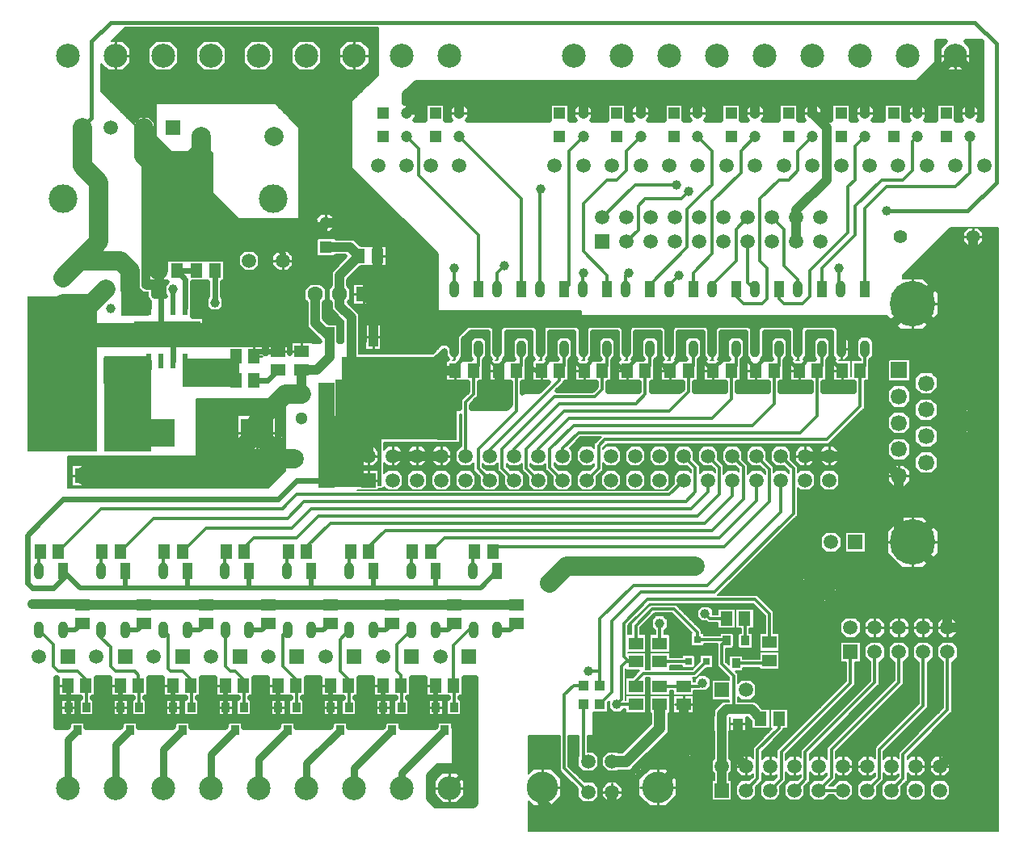
<source format=gtl>
%FSLAX42Y42*%
%MOMM*%
G71*
G01*
G75*
G04 Layer_Physical_Order=1*
%ADD10R,1.10X1.00*%
%ADD11R,1.50X1.30*%
%ADD12R,1.30X1.50*%
%ADD13R,0.76X0.76*%
%ADD14R,0.85X1.00*%
%ADD15R,3.50X4.00*%
%ADD16R,1.00X2.00*%
%ADD17O,1.00X1.80*%
%ADD18R,1.00X1.80*%
%ADD19R,0.60X1.50*%
%ADD20R,7.00X2.80*%
%ADD21R,2.50X2.70*%
%ADD22R,3.40X3.00*%
%ADD23C,0.80*%
%ADD24C,0.50*%
%ADD25C,0.30*%
%ADD26C,1.00*%
%ADD27C,0.60*%
%ADD28C,2.00*%
%ADD29C,0.25*%
%ADD30C,1.20*%
%ADD31C,0.40*%
%ADD32C,0.20*%
%ADD33R,11.00X2.50*%
%ADD34R,11.00X2.50*%
%ADD35R,2.00X0.75*%
%ADD36R,1.75X11.00*%
%ADD37R,3.25X7.50*%
%ADD38R,10.50X8.75*%
%ADD39R,1.99X5.39*%
%ADD40R,7.25X16.25*%
%ADD41R,5.00X10.00*%
%ADD42R,3.00X2.50*%
%ADD43R,5.75X2.75*%
%ADD44C,1.50*%
%ADD45C,1.20*%
%ADD46R,1.50X1.50*%
%ADD47R,1.20X1.20*%
%ADD48C,2.50*%
%ADD49R,1.30X1.30*%
%ADD50C,1.30*%
%ADD51C,2.00*%
%ADD52C,4.76*%
%ADD53R,1.69X1.69*%
%ADD54C,1.69*%
%ADD55C,1.40*%
%ADD56C,3.00*%
%ADD57C,1.60*%
%ADD58R,1.60X1.60*%
%ADD59C,3.30*%
%ADD60C,1.60*%
%ADD61R,1.60X1.60*%
%ADD62C,1.00*%
D10*
X7520Y-7500D02*
D03*
X7350D02*
D03*
X6070Y-7300D02*
D03*
X5900D02*
D03*
X6070Y-7100D02*
D03*
X5900D02*
D03*
D11*
X6700Y-7300D02*
D03*
Y-7110D02*
D03*
X2950Y-3790D02*
D03*
Y-3600D02*
D03*
X6450Y-7110D02*
D03*
Y-7300D02*
D03*
X6700Y-6850D02*
D03*
Y-6660D02*
D03*
X6450Y-6660D02*
D03*
Y-6850D02*
D03*
X7850Y-6840D02*
D03*
Y-6650D02*
D03*
X6950Y-7110D02*
D03*
Y-7300D02*
D03*
X3250Y-6260D02*
D03*
Y-6450D02*
D03*
X3900Y-6260D02*
D03*
Y-6450D02*
D03*
X4550Y-6260D02*
D03*
Y-6450D02*
D03*
X5200Y-6260D02*
D03*
Y-6450D02*
D03*
X650Y-6260D02*
D03*
Y-6450D02*
D03*
X1300Y-6260D02*
D03*
Y-6450D02*
D03*
X1950Y-6260D02*
D03*
Y-6450D02*
D03*
X2600Y-6260D02*
D03*
Y-6450D02*
D03*
X2700Y-3600D02*
D03*
Y-3790D02*
D03*
D12*
X8350Y-3800D02*
D03*
X8160D02*
D03*
X7590Y-6400D02*
D03*
X7400D02*
D03*
X7760Y-7450D02*
D03*
X7950D02*
D03*
X3740Y-2600D02*
D03*
X3550D02*
D03*
X7710Y-3800D02*
D03*
X7900D02*
D03*
X8610D02*
D03*
X8800D02*
D03*
X4560D02*
D03*
X4750D02*
D03*
X5010D02*
D03*
X5200D02*
D03*
X5460D02*
D03*
X5650D02*
D03*
X5910D02*
D03*
X6100D02*
D03*
X6360D02*
D03*
X6550D02*
D03*
X6810D02*
D03*
X7000D02*
D03*
X7260D02*
D03*
X7450D02*
D03*
X2890Y-7100D02*
D03*
X2700D02*
D03*
X3440D02*
D03*
X3250D02*
D03*
X3990D02*
D03*
X3800D02*
D03*
X4540D02*
D03*
X4350D02*
D03*
X2810Y-5700D02*
D03*
X3000D02*
D03*
X3460D02*
D03*
X3650D02*
D03*
X4110D02*
D03*
X4300D02*
D03*
X4760D02*
D03*
X4950D02*
D03*
X690Y-7100D02*
D03*
X500D02*
D03*
X1240D02*
D03*
X1050D02*
D03*
X1790D02*
D03*
X1600D02*
D03*
X2340D02*
D03*
X2150D02*
D03*
X210Y-5700D02*
D03*
X400D02*
D03*
X860D02*
D03*
X1050D02*
D03*
X1510D02*
D03*
X1700D02*
D03*
X2160D02*
D03*
X2350D02*
D03*
X1640Y-2750D02*
D03*
X1450D02*
D03*
X2260Y-3650D02*
D03*
X2450D02*
D03*
X1850Y-2750D02*
D03*
X2040D02*
D03*
X2450Y-3900D02*
D03*
X2260D02*
D03*
D13*
X7095Y-6620D02*
D03*
X7000Y-6850D02*
D03*
X7190D02*
D03*
D14*
X7500Y-6870D02*
D03*
X7405Y-6630D02*
D03*
X7595D02*
D03*
X2800Y-7570D02*
D03*
X2705Y-7330D02*
D03*
X2895D02*
D03*
X3350Y-7570D02*
D03*
X3255Y-7330D02*
D03*
X3445D02*
D03*
X3900Y-7570D02*
D03*
X3805Y-7330D02*
D03*
X3995D02*
D03*
X4450Y-7570D02*
D03*
X4355Y-7330D02*
D03*
X4545D02*
D03*
X600Y-7570D02*
D03*
X505Y-7330D02*
D03*
X695D02*
D03*
X1150Y-7570D02*
D03*
X1055Y-7330D02*
D03*
X1245D02*
D03*
X1700Y-7570D02*
D03*
X1605Y-7330D02*
D03*
X1795D02*
D03*
X2250Y-7570D02*
D03*
X2155Y-7330D02*
D03*
X2345D02*
D03*
D15*
X3470Y-4090D02*
D03*
D16*
X3700Y-3450D02*
D03*
X3470D02*
D03*
X3240D02*
D03*
D17*
X4550Y-3570D02*
D03*
X4800D02*
D03*
X4546Y-2950D02*
D03*
X5000Y-3570D02*
D03*
X5250D02*
D03*
X4996Y-2950D02*
D03*
X5450Y-3570D02*
D03*
X5700D02*
D03*
X5446Y-2950D02*
D03*
X5900Y-3570D02*
D03*
X6150D02*
D03*
X5896Y-2950D02*
D03*
X6350Y-3570D02*
D03*
X6600D02*
D03*
X6346Y-2950D02*
D03*
X2800Y-6520D02*
D03*
X3050D02*
D03*
X2796Y-5900D02*
D03*
X3450Y-6520D02*
D03*
X3700D02*
D03*
X3446Y-5900D02*
D03*
X4100Y-6520D02*
D03*
X4350D02*
D03*
X4096Y-5900D02*
D03*
X4750Y-6520D02*
D03*
X5000D02*
D03*
X4746Y-5900D02*
D03*
X200Y-6520D02*
D03*
X450D02*
D03*
X196Y-5900D02*
D03*
X850Y-6520D02*
D03*
X1100D02*
D03*
X846Y-5900D02*
D03*
X1500Y-6520D02*
D03*
X1750D02*
D03*
X1496Y-5900D02*
D03*
X2150Y-6520D02*
D03*
X2400D02*
D03*
X2146Y-5900D02*
D03*
X8596Y-2950D02*
D03*
X8850Y-3570D02*
D03*
X8600D02*
D03*
X8146Y-2950D02*
D03*
X8400Y-3570D02*
D03*
X8150D02*
D03*
X7696Y-2950D02*
D03*
X7950Y-3570D02*
D03*
X7700D02*
D03*
X7246Y-2950D02*
D03*
X7500Y-3570D02*
D03*
X7250D02*
D03*
X6796Y-2950D02*
D03*
X7050Y-3570D02*
D03*
X6800D02*
D03*
D18*
X4800Y-2950D02*
D03*
X5250D02*
D03*
X5700D02*
D03*
X6150D02*
D03*
X6600D02*
D03*
X3050Y-5900D02*
D03*
X3700D02*
D03*
X4350D02*
D03*
X5000D02*
D03*
X450D02*
D03*
X1100D02*
D03*
X1750D02*
D03*
X2400D02*
D03*
X8850Y-2950D02*
D03*
X8400D02*
D03*
X7950D02*
D03*
X7500D02*
D03*
X7050D02*
D03*
D19*
X1731Y-3140D02*
D03*
X1604D02*
D03*
X1477D02*
D03*
X1350D02*
D03*
X1731Y-3700D02*
D03*
X1604D02*
D03*
X1477D02*
D03*
X1350D02*
D03*
D20*
X1540Y-3420D02*
D03*
D21*
X1000Y-3800D02*
D03*
X530D02*
D03*
D22*
X2480Y-4450D02*
D03*
X1450D02*
D03*
D23*
X500Y-8175D02*
Y-7670D01*
X600Y-7570D01*
X1000Y-8175D02*
Y-7720D01*
X1150Y-7570D01*
X1500Y-7770D02*
X1700Y-7570D01*
X1500Y-8175D02*
Y-7770D01*
X2000Y-7820D02*
X2250Y-7570D01*
X2000Y-8175D02*
Y-7820D01*
X2500Y-8175D02*
Y-7870D01*
X2800Y-7570D01*
X3000Y-8175D02*
Y-7920D01*
X3350Y-7570D01*
X3500Y-8175D02*
Y-7970D01*
X3900Y-7570D01*
X4000Y-8175D02*
Y-8020D01*
X4450Y-7570D01*
D24*
X4650Y-8025D02*
Y-7500D01*
X4600Y-7450D02*
X4650Y-7500D01*
X505Y-7405D02*
X550Y-7450D01*
X500Y-7100D02*
X505Y-7105D01*
X2700Y-7335D02*
X2705Y-7330D01*
Y-7105D01*
X2700Y-7100D02*
X2705Y-7105D01*
X3800Y-7335D02*
X3805Y-7330D01*
Y-7105D01*
X3800Y-7100D02*
X3805Y-7105D01*
X4350Y-7335D02*
X4355Y-7330D01*
X2700Y-7450D02*
Y-7335D01*
X3800Y-7450D02*
Y-7335D01*
X4350Y-7450D02*
Y-7335D01*
X4500Y-8175D02*
X4650Y-8025D01*
X4355Y-7330D02*
Y-7105D01*
X4350Y-7100D02*
X4355Y-7105D01*
X1050Y-7450D02*
Y-7100D01*
X505Y-7405D02*
Y-7105D01*
X1600Y-7450D02*
Y-7100D01*
X2150Y-7450D02*
Y-7100D01*
X3250Y-7450D02*
Y-7100D01*
X550Y-7450D02*
X4600D01*
X450Y-6520D02*
X580D01*
X650Y-6450D01*
X1100Y-6520D02*
X1230D01*
X1300Y-6450D01*
X1750Y-6520D02*
X1880D01*
X1950Y-6450D01*
X2400Y-6520D02*
X2530D01*
X2600Y-6450D01*
X3050Y-6520D02*
X3180D01*
X3250Y-6450D01*
X3700Y-6520D02*
X3830D01*
X3900Y-6450D01*
X4350Y-6520D02*
X4480D01*
X4550Y-6450D01*
X5000Y-6520D02*
X5130D01*
X5200Y-6450D01*
X1600Y-2950D02*
X1604Y-2954D01*
Y-3140D02*
Y-2954D01*
X2175Y-3445D02*
X2230Y-3500D01*
X2175D02*
X2425D01*
X2175Y-3395D02*
X2280Y-3500D01*
X2175Y-3345D02*
X2330Y-3500D01*
X2175Y-3245D02*
X2460Y-3530D01*
X2425D02*
X2560D01*
X2175Y-3500D02*
Y-3325D01*
X2425Y-3530D02*
Y-3500D01*
X2175Y-3295D02*
X2380Y-3500D01*
X2175Y-3195D02*
X2510Y-3530D01*
X2175Y-3145D02*
X2560Y-3530D01*
X2175Y-3095D02*
X2580Y-3500D01*
X2175Y-3045D02*
X2620Y-3490D01*
X2175Y-2995D02*
X2670Y-3490D01*
X2175Y-2945D02*
X2720Y-3490D01*
X2175Y-3325D02*
Y-2475D01*
Y-3285D02*
X2690Y-2770D01*
X2175Y-3235D02*
X2665Y-2745D01*
X2210Y-3500D02*
X2850Y-2860D01*
X2260Y-3500D02*
X2850Y-2910D01*
X2175Y-2895D02*
X2770Y-3490D01*
X2175Y-2845D02*
X2820Y-3490D01*
X2430Y-3530D02*
X2850Y-3110D01*
X2310Y-3500D02*
X2850Y-2960D01*
X2310Y-3500D02*
X2850Y-2960D01*
X2410Y-3500D02*
X2850Y-3060D01*
X2360Y-3500D02*
X2850Y-3010D01*
X2175Y-3485D02*
X2850Y-2810D01*
X2175Y-2795D02*
X2870Y-3490D01*
X2175Y-3335D02*
X2740Y-2770D01*
X2175Y-3385D02*
X2790Y-2770D01*
X2175Y-3435D02*
X2850Y-2760D01*
X2175Y-2745D02*
X2920Y-3490D01*
X2175Y-2695D02*
X2850Y-3370D01*
X2350Y-2770D02*
X2850Y-3270D01*
X2175Y-2645D02*
X2850Y-3320D01*
X2175Y-2885D02*
X2315Y-2745D01*
X2175Y-2935D02*
X2340Y-2770D01*
X2175Y-2785D02*
X2280Y-2680D01*
X2175Y-2835D02*
X2290Y-2720D01*
X2280Y-2710D02*
X2340Y-2770D01*
X2280Y-2700D02*
X2350Y-2770D01*
X2175Y-2735D02*
X2280Y-2630D01*
X2175Y-2595D02*
X2280Y-2700D01*
Y-2710D02*
Y-2590D01*
X2175Y-2545D02*
X2280Y-2650D01*
X2175Y-2495D02*
X2280Y-2600D01*
X2175Y-2485D02*
X2185Y-2475D01*
X2175Y-2535D02*
X2235Y-2475D01*
X2175Y-2585D02*
X2285Y-2475D01*
X2175Y-2635D02*
X2335Y-2475D01*
X2205D02*
X2300Y-2570D01*
X2280Y-2590D02*
X2340Y-2530D01*
X2255Y-2475D02*
X2325Y-2545D01*
X2175Y-3135D02*
X2630Y-2680D01*
X2175Y-3185D02*
X2640Y-2720D01*
X2175Y-2985D02*
X2390Y-2770D01*
X2175Y-3035D02*
X2440Y-2770D01*
X2400D02*
X2850Y-3220D01*
X2450Y-2770D02*
X2850Y-3170D01*
X2340Y-2770D02*
X2460D01*
X2520Y-2710D01*
X2175Y-3085D02*
X2630Y-2630D01*
X2305Y-2475D02*
X2360Y-2530D01*
X2175Y-2685D02*
X2385Y-2475D01*
X2355D02*
X2410Y-2530D01*
X2340D02*
X2460D01*
X2175Y-2475D02*
X2850D01*
X2460Y-2530D02*
X2520Y-2590D01*
X2455Y-2475D02*
X2630Y-2650D01*
X2380Y-2530D02*
X2435Y-2475D01*
X2405D02*
X2460Y-2530D01*
X2430D02*
X2485Y-2475D01*
X2560Y-3625D02*
X2580D01*
X2560Y-3580D02*
X2580Y-3600D01*
X2560Y-3600D02*
X2580Y-3580D01*
X2820Y-3625D02*
X2830D01*
X2820Y-3590D02*
X2830Y-3600D01*
X2820Y-3590D02*
X2830Y-3580D01*
X2560Y-3625D02*
Y-3530D01*
Y-3530D02*
X2580Y-3550D01*
X2560Y-3550D02*
X2580Y-3530D01*
Y-3625D02*
Y-3490D01*
X2820Y-3625D02*
Y-3490D01*
X2580D02*
X2820D01*
X2830Y-3625D02*
Y-3490D01*
X2820Y-3540D02*
X2830Y-3550D01*
X2820Y-3540D02*
X2830Y-3530D01*
X2820Y-3490D02*
X2830Y-3500D01*
X2820Y-3490D02*
X2893Y-3418D01*
X2870Y-3490D02*
X2918Y-3443D01*
X2830Y-3490D02*
X2965D01*
X2920D02*
X2943Y-3468D01*
X2480Y-3530D02*
X2850Y-3160D01*
X2530Y-3530D02*
X2850Y-3210D01*
X2620Y-3490D02*
X2850Y-3260D01*
X2480Y-2750D02*
X2850Y-3120D01*
X2670Y-3490D02*
X2850Y-3310D01*
X2720Y-3490D02*
X2850Y-3360D01*
Y-3375D02*
Y-2730D01*
X2770Y-3490D02*
X2868Y-3393D01*
X2850Y-3375D02*
X2965Y-3490D01*
X2520Y-2710D02*
Y-2590D01*
X2630Y-2710D02*
X2690Y-2770D01*
X2460Y-2530D02*
X2520Y-2590D01*
X2630Y-2700D01*
X2700Y-2770D01*
X2630Y-2710D02*
Y-2590D01*
X2690Y-2530D01*
X2505Y-2475D02*
X2630Y-2600D01*
X2520Y-2590D02*
X2635Y-2475D01*
X2470Y-2540D02*
X2535Y-2475D01*
X2495Y-2565D02*
X2585Y-2475D01*
X2520Y-2640D02*
X2685Y-2475D01*
X2520Y-2690D02*
X2735Y-2475D01*
X2555D02*
X2650Y-2570D01*
X2605Y-2475D02*
X2675Y-2545D01*
X2655Y-2475D02*
X2710Y-2530D01*
X2505Y-2725D02*
X2850Y-3070D01*
X2520Y-2690D02*
X2850Y-3020D01*
X2690Y-2770D02*
X2810D01*
X2520Y-2640D02*
X2850Y-2970D01*
X2700Y-2770D02*
X2850Y-2920D01*
X2750Y-2770D02*
X2850Y-2870D01*
X2800Y-2770D02*
X2850Y-2820D01*
X2830Y-2750D02*
X2850Y-2770D01*
X2810Y-2770D02*
X2850Y-2730D01*
X2690Y-2530D02*
X2810D01*
X2705Y-2475D02*
X2760Y-2530D01*
X2730D02*
X2785Y-2475D01*
X2755D02*
X2810Y-2530D01*
X2810D02*
X2850Y-2570D01*
Y-2475D01*
X2780Y-2530D02*
X2835Y-2475D01*
X2820Y-2540D02*
X2850Y-2510D01*
X2805Y-2475D02*
X2850Y-2520D01*
X450Y-5900D02*
X625Y-6075D01*
X1100D02*
Y-5900D01*
X1750Y-6075D02*
Y-5900D01*
X2400Y-6075D02*
Y-5900D01*
X3050Y-6075D02*
Y-5900D01*
X3700Y-6075D02*
Y-5900D01*
X4350Y-6075D02*
Y-5900D01*
X4825Y-6075D02*
X5000Y-5900D01*
X625Y-6075D02*
X4825D01*
X375Y-7540D02*
X502D01*
X375Y-7495D02*
X420Y-7540D01*
X502D02*
X512Y-7530D01*
X375Y-7445D02*
X470Y-7540D01*
X375Y-7535D02*
X485Y-7425D01*
X470Y-7540D02*
X512Y-7498D01*
Y-7530D02*
Y-7475D01*
X687Y-7540D02*
X1052D01*
X687Y-7508D02*
X720Y-7540D01*
X420D02*
X535Y-7425D01*
X512Y-7498D02*
X535Y-7475D01*
X655Y-7425D02*
X770Y-7540D01*
X687D02*
Y-7475D01*
X375Y-7485D02*
X435Y-7425D01*
X455D02*
X512Y-7483D01*
X505Y-7425D02*
X555Y-7475D01*
X418Y-7425D02*
X593D01*
X535Y-7475D02*
X585Y-7425D01*
X593Y-7418D01*
X512Y-7475D02*
X687D01*
X555Y-7425D02*
X605Y-7475D01*
X585D02*
X635Y-7425D01*
X593Y-7413D02*
X655Y-7475D01*
X593Y-7418D02*
X607Y-7403D01*
X635Y-7475D02*
X685Y-7425D01*
X607D02*
X782D01*
X705D02*
X820Y-7540D01*
X1020D02*
X1062Y-7498D01*
X1052Y-7540D02*
X1062Y-7530D01*
X755Y-7425D02*
X870Y-7540D01*
X870D02*
X985Y-7425D01*
X920Y-7540D02*
X1035Y-7425D01*
X1062Y-7530D02*
Y-7475D01*
X1237Y-7508D02*
X1270Y-7540D01*
X1237D02*
Y-7475D01*
X970Y-7540D02*
X1085Y-7425D01*
X1205D02*
X1320Y-7540D01*
X1255Y-7425D02*
X1370Y-7540D01*
X1305Y-7425D02*
X1420Y-7540D01*
X685Y-7475D02*
X735Y-7425D01*
X1062Y-7498D02*
X1085Y-7475D01*
X1005Y-7425D02*
X1062Y-7483D01*
X1055Y-7425D02*
X1105Y-7475D01*
X968Y-7425D02*
X1143D01*
X1085Y-7475D02*
X1135Y-7425D01*
X1143Y-7418D01*
X1062Y-7475D02*
X1237D01*
X1105Y-7425D02*
X1155Y-7475D01*
X1135D02*
X1185Y-7425D01*
X1143Y-7413D02*
X1205Y-7475D01*
X1157Y-7425D02*
X1332D01*
X1185Y-7475D02*
X1235Y-7425D01*
Y-7475D02*
X1285Y-7425D01*
X375Y-7395D02*
X511Y-7531D01*
X375Y-7435D02*
X418Y-7393D01*
Y-7425D02*
Y-7235D01*
X375Y-7540D02*
Y-7015D01*
X593Y-7425D02*
Y-7235D01*
X607Y-7425D02*
Y-7235D01*
X770Y-7540D02*
X968Y-7343D01*
X782Y-7403D02*
X920Y-7540D01*
X782Y-7353D02*
X970Y-7540D01*
X720D02*
X968Y-7293D01*
X687Y-7523D02*
X968Y-7243D01*
X782Y-7303D02*
X1020Y-7540D01*
X782Y-7253D02*
X1061Y-7531D01*
X375Y-7345D02*
X418Y-7388D01*
X375Y-7385D02*
X418Y-7343D01*
X375Y-7295D02*
X418Y-7338D01*
X375Y-7335D02*
X418Y-7293D01*
X593Y-7363D02*
X607Y-7378D01*
X593Y-7368D02*
X607Y-7353D01*
X782Y-7425D02*
Y-7235D01*
X593Y-7313D02*
X607Y-7328D01*
X782Y-7378D02*
X940Y-7220D01*
X782Y-7328D02*
X940Y-7170D01*
X820Y-7540D02*
X968Y-7393D01*
X1332Y-7403D02*
X1470Y-7540D01*
X968Y-7425D02*
Y-7235D01*
X1143Y-7425D02*
Y-7235D01*
X1157Y-7425D02*
Y-7235D01*
X1332Y-7425D02*
Y-7235D01*
X1320Y-7540D02*
X1518Y-7343D01*
X1332Y-7353D02*
X1520Y-7540D01*
X1370D02*
X1518Y-7393D01*
X1237Y-7523D02*
X1518Y-7243D01*
X1237Y-7523D02*
X1518Y-7243D01*
X1270Y-7540D02*
X1518Y-7293D01*
Y-7425D02*
Y-7235D01*
X1143Y-7418D02*
X1157Y-7403D01*
X800Y-7220D02*
X968Y-7388D01*
X800Y-7170D02*
X968Y-7338D01*
X1143Y-7363D02*
X1157Y-7378D01*
X1143Y-7368D02*
X1157Y-7353D01*
X1143Y-7313D02*
X1157Y-7328D01*
X1332Y-7378D02*
X1490Y-7220D01*
X1332Y-7328D02*
X1490Y-7170D01*
X1350Y-7220D02*
X1518Y-7388D01*
X1350Y-7170D02*
X1518Y-7338D01*
X1237Y-7540D02*
X1602D01*
X1570D02*
X1612Y-7498D01*
X1602Y-7540D02*
X1612Y-7530D01*
X1420Y-7540D02*
X1535Y-7425D01*
X1470Y-7540D02*
X1585Y-7425D01*
X1520Y-7540D02*
X1635Y-7425D01*
X1787Y-7540D02*
X2152D01*
X1787Y-7508D02*
X1820Y-7540D01*
X1787D02*
Y-7475D01*
X1755Y-7425D02*
X1870Y-7540D01*
X1805Y-7425D02*
X1920Y-7540D01*
X1855Y-7425D02*
X1970Y-7540D01*
X1970D02*
X2085Y-7425D01*
X1555D02*
X1612Y-7483D01*
Y-7530D02*
Y-7475D01*
Y-7498D02*
X1635Y-7475D01*
X1605Y-7425D02*
X1655Y-7475D01*
X1518Y-7425D02*
X1693D01*
X1635Y-7475D02*
X1685Y-7425D01*
X1655D02*
X1705Y-7475D01*
X1612D02*
X1787D01*
X1685D02*
X1735Y-7425D01*
Y-7475D02*
X1785Y-7425D01*
Y-7475D02*
X1835Y-7425D01*
X1707D02*
X1883D01*
X2020Y-7540D02*
X2135Y-7425D01*
X2067D02*
X2243D01*
X2120Y-7540D02*
X2162Y-7498D01*
X2152Y-7540D02*
X2162Y-7530D01*
X2337Y-7508D02*
X2370Y-7540D01*
X2070D02*
X2185Y-7425D01*
X2305D02*
X2420Y-7540D01*
X2337D02*
Y-7475D01*
Y-7540D02*
X2702D01*
X2670D02*
X2712Y-7498D01*
X2702Y-7540D02*
X2712Y-7530D01*
X2355Y-7425D02*
X2470Y-7540D01*
X2405Y-7425D02*
X2520Y-7540D01*
X2520D02*
X2635Y-7425D01*
X2570Y-7540D02*
X2685Y-7425D01*
X2105D02*
X2162Y-7483D01*
Y-7530D02*
Y-7475D01*
Y-7498D02*
X2185Y-7475D01*
X2155Y-7425D02*
X2205Y-7475D01*
X2185D02*
X2235Y-7425D01*
X2205D02*
X2255Y-7475D01*
X2235D02*
X2285Y-7425D01*
X2162Y-7475D02*
X2337D01*
X2712Y-7530D02*
Y-7475D01*
Y-7498D02*
X2735Y-7475D01*
X2285D02*
X2335Y-7425D01*
X2257D02*
X2433D01*
X2335Y-7475D02*
X2385Y-7425D01*
X2712Y-7475D02*
X2887D01*
X1685Y-7425D02*
X1693Y-7418D01*
X1883Y-7403D02*
X2020Y-7540D01*
X1693Y-7413D02*
X1755Y-7475D01*
X1332Y-7303D02*
X1570Y-7540D01*
X1332Y-7253D02*
X1611Y-7531D01*
X1693Y-7425D02*
Y-7235D01*
X1870Y-7540D02*
X2067Y-7343D01*
X1883Y-7353D02*
X2070Y-7540D01*
X1920D02*
X2067Y-7393D01*
X1820Y-7540D02*
X2067Y-7293D01*
X1787Y-7523D02*
X2067Y-7243D01*
X1883Y-7303D02*
X2120Y-7540D01*
X1883Y-7253D02*
X2161Y-7531D01*
X1693Y-7418D02*
X1707Y-7403D01*
X1693Y-7363D02*
X1707Y-7378D01*
X1693Y-7368D02*
X1707Y-7353D01*
Y-7425D02*
Y-7235D01*
X1693Y-7313D02*
X1707Y-7328D01*
X1883Y-7425D02*
Y-7235D01*
X2067Y-7425D02*
Y-7235D01*
X1883Y-7378D02*
X2040Y-7220D01*
X1883Y-7328D02*
X2040Y-7170D01*
X1900Y-7220D02*
X2067Y-7388D01*
X1900Y-7170D02*
X2067Y-7338D01*
X2235Y-7425D02*
X2243Y-7418D01*
X2433Y-7403D02*
X2570Y-7540D01*
X2243Y-7413D02*
X2305Y-7475D01*
X2370Y-7540D02*
X2617Y-7293D01*
X2420Y-7540D02*
X2617Y-7343D01*
X2470Y-7540D02*
X2617Y-7393D01*
X2620Y-7540D02*
X2735Y-7425D01*
X2655D02*
X2712Y-7483D01*
X2705Y-7425D02*
X2755Y-7475D01*
X2433Y-7353D02*
X2620Y-7540D01*
X2337Y-7523D02*
X2617Y-7243D01*
X2433Y-7303D02*
X2670Y-7540D01*
X2433Y-7253D02*
X2711Y-7531D01*
X2243Y-7418D02*
X2257Y-7403D01*
X2243Y-7363D02*
X2257Y-7378D01*
X2243Y-7368D02*
X2257Y-7353D01*
X2243Y-7425D02*
Y-7235D01*
Y-7313D02*
X2257Y-7328D01*
Y-7425D02*
Y-7235D01*
X2433Y-7425D02*
Y-7235D01*
X2617Y-7425D02*
X2793D01*
X2617D02*
Y-7235D01*
X2433Y-7378D02*
X2590Y-7220D01*
X2433Y-7328D02*
X2590Y-7170D01*
X2450Y-7220D02*
X2617Y-7388D01*
X2450Y-7170D02*
X2617Y-7338D01*
X375Y-7245D02*
X418Y-7288D01*
X375Y-7285D02*
X418Y-7243D01*
X425Y-7235D01*
X375Y-7235D02*
X390Y-7220D01*
X400D02*
X418Y-7238D01*
X425Y-7235D02*
X440Y-7220D01*
X593Y-7318D02*
X607Y-7303D01*
X593Y-7263D02*
X607Y-7278D01*
X593Y-7268D02*
X607Y-7253D01*
X418Y-7235D02*
X593D01*
X450Y-7220D02*
X465Y-7235D01*
X607Y-7253D02*
X625Y-7235D01*
X475D02*
X490Y-7220D01*
X500D02*
X515Y-7235D01*
X525D02*
X540Y-7220D01*
X550D02*
X565Y-7235D01*
X390Y-7220D02*
X580D01*
X575Y-7235D02*
X590Y-7220D01*
X580D02*
X610D01*
X580D02*
X610D01*
X607Y-7235D02*
X635D01*
X755D02*
X782D01*
X600Y-7220D02*
X615Y-7235D01*
X610Y-7220D02*
X635D01*
X625Y-7235D02*
X635Y-7225D01*
Y-7235D02*
Y-7220D01*
X755Y-7235D02*
Y-7220D01*
X765Y-7235D02*
X782Y-7253D01*
X968Y-7243D02*
X975Y-7235D01*
X755Y-7225D02*
X765Y-7235D01*
X775D02*
X790Y-7220D01*
X950D02*
X968Y-7238D01*
X1143Y-7318D02*
X1157Y-7303D01*
X1143Y-7263D02*
X1157Y-7278D01*
X1143Y-7268D02*
X1157Y-7253D01*
X968Y-7235D02*
X1143D01*
X975D02*
X990Y-7220D01*
X1157Y-7253D02*
X1175Y-7235D01*
X1315D02*
X1332Y-7253D01*
X755Y-7220D02*
X800D01*
X1000D02*
X1015Y-7235D01*
X1025D02*
X1040Y-7220D01*
X1050D02*
X1065Y-7235D01*
X940Y-7220D02*
X1130D01*
X1075Y-7235D02*
X1090Y-7220D01*
X1100D02*
X1115Y-7235D01*
X1157D02*
X1185D01*
X1305D02*
X1332D01*
X1518Y-7243D02*
X1525Y-7235D01*
X1125D02*
X1140Y-7220D01*
X1130D02*
X1160D01*
X1518Y-7243D02*
X1525Y-7235D01*
X1130Y-7220D02*
X1160D01*
X375Y-7195D02*
X390Y-7210D01*
X400Y-7220D01*
X375Y-7185D02*
X390Y-7170D01*
X375Y-7145D02*
X390Y-7160D01*
Y-7220D02*
Y-7015D01*
X782Y-7278D02*
X940Y-7120D01*
X790Y-7220D02*
X800Y-7210D01*
X940Y-7210D02*
X950Y-7220D01*
X800Y-7120D02*
X968Y-7288D01*
X800Y-7210D02*
X940Y-7070D01*
X800Y-7220D02*
Y-7015D01*
Y-7070D02*
X940Y-7210D01*
X375Y-7135D02*
X390Y-7120D01*
X375Y-7095D02*
X390Y-7110D01*
X375Y-7085D02*
X390Y-7070D01*
X375Y-7045D02*
X390Y-7060D01*
X375Y-7035D02*
X390Y-7020D01*
X375Y-7015D02*
X390D01*
X800Y-7160D02*
X940Y-7020D01*
X800Y-7020D02*
X940Y-7160D01*
X800Y-7060D02*
X845Y-7015D01*
X800Y-7110D02*
X895Y-7015D01*
X800D02*
X940D01*
X845D02*
X940Y-7110D01*
X895Y-7015D02*
X940Y-7060D01*
X1150Y-7220D02*
X1165Y-7235D01*
X1175D02*
X1185Y-7225D01*
Y-7235D02*
Y-7220D01*
X940D02*
Y-7015D01*
X1305Y-7235D02*
Y-7220D01*
X1160D02*
X1185D01*
X1305Y-7225D02*
X1315Y-7235D01*
X1325D02*
X1340Y-7220D01*
X1305D02*
X1350D01*
X1332Y-7278D02*
X1490Y-7120D01*
X1340Y-7220D02*
X1350Y-7210D01*
Y-7120D02*
X1518Y-7288D01*
X1500Y-7220D02*
X1518Y-7238D01*
X1350Y-7210D02*
X1490Y-7070D01*
X1350Y-7220D02*
Y-7015D01*
Y-7060D02*
X1395Y-7015D01*
X1490Y-7220D02*
Y-7015D01*
X1350Y-7110D02*
X1445Y-7015D01*
X1350Y-7070D02*
X1490Y-7210D01*
X1500Y-7220D01*
X1350Y-7160D02*
X1490Y-7020D01*
X1350Y-7020D02*
X1490Y-7160D01*
X1350Y-7015D02*
X1490D01*
X1395D02*
X1490Y-7110D01*
X1445Y-7015D02*
X1490Y-7060D01*
X1525Y-7235D02*
X1540Y-7220D01*
X1525Y-7235D02*
X1540Y-7220D01*
X1550D02*
X1565Y-7235D01*
X1575D02*
X1590Y-7220D01*
X1600D02*
X1615Y-7235D01*
X1693Y-7318D02*
X1707Y-7303D01*
X1693Y-7263D02*
X1707Y-7278D01*
X1518Y-7235D02*
X1693D01*
X1625D02*
X1640Y-7220D01*
X1693Y-7268D02*
X1707Y-7253D01*
X1725Y-7235D01*
X1490Y-7220D02*
X1680D01*
X1650D02*
X1665Y-7235D01*
X1707D02*
X1735D01*
X1675D02*
X1690Y-7220D01*
X1680D02*
X1710D01*
X1700D02*
X1715Y-7235D01*
X1680Y-7220D02*
X1710D01*
X1725Y-7235D02*
X1735Y-7225D01*
Y-7235D02*
Y-7220D01*
X1855Y-7235D02*
X1883D01*
X1855D02*
Y-7220D01*
X1710D02*
X1735D01*
X1855Y-7225D02*
X1865Y-7235D01*
X1855Y-7220D02*
X1900D01*
X2243Y-7318D02*
X2257Y-7303D01*
X1865Y-7235D02*
X1883Y-7253D01*
X1875Y-7235D02*
X1890Y-7220D01*
X2243Y-7263D02*
X2257Y-7278D01*
X2243Y-7268D02*
X2257Y-7253D01*
X2275Y-7235D01*
X2415D02*
X2433Y-7253D01*
X2050Y-7220D02*
X2067Y-7238D01*
Y-7243D02*
X2075Y-7235D01*
X2090Y-7220D01*
X2100D02*
X2115Y-7235D01*
X2125D02*
X2140Y-7220D01*
X2150D02*
X2165Y-7235D01*
X2175D02*
X2190Y-7220D01*
X2067Y-7235D02*
X2243D01*
X2257D02*
X2285D01*
X2405D02*
X2433D01*
X2200Y-7220D02*
X2215Y-7235D01*
X2040Y-7220D02*
X2230D01*
X2617Y-7243D02*
X2625Y-7235D01*
X2617D02*
X2793D01*
X1883Y-7278D02*
X2040Y-7120D01*
X1890Y-7220D02*
X1900Y-7210D01*
X2040Y-7210D02*
X2050Y-7220D01*
X1900Y-7120D02*
X2067Y-7288D01*
X1900Y-7220D02*
Y-7015D01*
X2040Y-7220D02*
Y-7015D01*
X2225Y-7235D02*
X2240Y-7220D01*
X2230D02*
X2260D01*
X2230D02*
X2260D01*
X2250D02*
X2265Y-7235D01*
X2275D02*
X2285Y-7225D01*
Y-7235D02*
Y-7220D01*
X2405Y-7235D02*
Y-7220D01*
X1900Y-7070D02*
X2040Y-7210D01*
X1900Y-7210D02*
X2040Y-7070D01*
X1900Y-7020D02*
X2040Y-7160D01*
X1900Y-7110D02*
X1995Y-7015D01*
X1900Y-7060D02*
X1945Y-7015D01*
X2260Y-7220D02*
X2285D01*
X1900Y-7160D02*
X2040Y-7020D01*
X1900Y-7015D02*
X2040D01*
X1945D02*
X2040Y-7110D01*
X1995Y-7015D02*
X2040Y-7060D01*
X2405Y-7225D02*
X2415Y-7235D01*
X2425D02*
X2440Y-7220D01*
X2405D02*
X2450D01*
X2433Y-7278D02*
X2590Y-7120D01*
X2440Y-7220D02*
X2450Y-7210D01*
Y-7220D02*
Y-7015D01*
X2600Y-7220D02*
X2617Y-7238D01*
X2625Y-7235D02*
X2640Y-7220D01*
X2650D02*
X2665Y-7235D01*
X2450Y-7120D02*
X2617Y-7288D01*
X2675Y-7235D02*
X2690Y-7220D01*
X2700D02*
X2715Y-7235D01*
X2725D02*
X2740Y-7220D01*
X2450Y-7070D02*
X2590Y-7210D01*
X2450Y-7210D02*
X2590Y-7070D01*
X2450Y-7020D02*
X2590Y-7160D01*
X2450Y-7160D02*
X2590Y-7020D01*
X2450Y-7060D02*
X2495Y-7015D01*
X2590Y-7220D02*
Y-7015D01*
X2450Y-7110D02*
X2545Y-7015D01*
X2590Y-7220D02*
X2780D01*
X2590Y-7210D02*
X2600Y-7220D01*
X2495Y-7015D02*
X2590Y-7110D01*
X2450Y-7015D02*
X2590D01*
X2545D02*
X2590Y-7060D01*
X2855Y-7425D02*
X2970Y-7540D01*
X2887Y-7508D02*
X2920Y-7540D01*
X2887D02*
Y-7475D01*
X2905Y-7425D02*
X3020Y-7540D01*
X2955Y-7425D02*
X3070Y-7540D01*
X3070D02*
X3185Y-7425D01*
X2887Y-7540D02*
X3252D01*
X3220D02*
X3262Y-7498D01*
X3252Y-7540D02*
X3262Y-7530D01*
X3120Y-7540D02*
X3235Y-7425D01*
X3170Y-7540D02*
X3285Y-7425D01*
X3262Y-7530D02*
Y-7475D01*
Y-7498D02*
X3285Y-7475D01*
X2735D02*
X2785Y-7425D01*
X2755D02*
X2805Y-7475D01*
X2785D02*
X2835Y-7425D01*
X2807D02*
X2983D01*
X2835Y-7475D02*
X2885Y-7425D01*
Y-7475D02*
X2935Y-7425D01*
X3205D02*
X3262Y-7483D01*
X3255Y-7425D02*
X3305Y-7475D01*
X3262D02*
X3437D01*
X3285D02*
X3335Y-7425D01*
X3167D02*
X3343D01*
X3305D02*
X3355Y-7475D01*
X3335D02*
X3385Y-7425D01*
X3437Y-7540D02*
X3802D01*
X4275Y-8290D02*
Y-8040D01*
X3437Y-7508D02*
X3470Y-7540D01*
X3405Y-7425D02*
X3520Y-7540D01*
X3437D02*
Y-7475D01*
X3455Y-7425D02*
X3570Y-7540D01*
X4275Y-8285D02*
X4330Y-8230D01*
X4275Y-8195D02*
X4330Y-8250D01*
X4275Y-8235D02*
X4330Y-8180D01*
X4275Y-8145D02*
X4330Y-8200D01*
X4275Y-8185D02*
X4330Y-8130D01*
Y-8260D02*
Y-8090D01*
X4275Y-8095D02*
X4330Y-8150D01*
X3385Y-7475D02*
X3435Y-7425D01*
X3770Y-7540D02*
X3812Y-7498D01*
X3435Y-7475D02*
X3485Y-7425D01*
X3505D02*
X3620Y-7540D01*
X3357Y-7425D02*
X3533D01*
X3620Y-7540D02*
X3735Y-7425D01*
X3670Y-7540D02*
X3785Y-7425D01*
X3802Y-7540D02*
X3812Y-7530D01*
X3987Y-7508D02*
X4020Y-7540D01*
X3812Y-7530D02*
Y-7475D01*
Y-7498D02*
X3835Y-7475D01*
X3755Y-7425D02*
X3812Y-7483D01*
X3987Y-7540D02*
Y-7475D01*
X3812D02*
X3987D01*
X2983Y-7403D02*
X3120Y-7540D01*
X2983Y-7353D02*
X3170Y-7540D01*
X3020D02*
X3167Y-7393D01*
X2920Y-7540D02*
X3167Y-7293D01*
X2970Y-7540D02*
X3167Y-7343D01*
X2983Y-7303D02*
X3220Y-7540D01*
X3533Y-7403D02*
X3670Y-7540D01*
X3533Y-7353D02*
X3720Y-7540D01*
X3570D02*
X3717Y-7393D01*
X3470Y-7540D02*
X3717Y-7293D01*
X2983Y-7253D02*
X3261Y-7531D01*
X3520Y-7540D02*
X3717Y-7343D01*
X3533Y-7303D02*
X3770Y-7540D01*
X2785Y-7425D02*
X2793Y-7418D01*
Y-7413D02*
X2855Y-7475D01*
X2793Y-7425D02*
Y-7235D01*
X2887Y-7523D02*
X3167Y-7243D01*
X2807Y-7425D02*
Y-7235D01*
X2983Y-7425D02*
Y-7235D01*
X3167Y-7425D02*
Y-7235D01*
X3335Y-7425D02*
X3343Y-7418D01*
X3533Y-7253D02*
X3811Y-7531D01*
X3343Y-7413D02*
X3405Y-7475D01*
X3343Y-7425D02*
Y-7235D01*
X3357Y-7425D02*
Y-7235D01*
X3437Y-7523D02*
X3717Y-7243D01*
X3533Y-7425D02*
Y-7235D01*
X3720Y-7540D02*
X3835Y-7425D01*
X3955D02*
X4070Y-7540D01*
X3805Y-7425D02*
X3855Y-7475D01*
X4005Y-7425D02*
X4120Y-7540D01*
X4055Y-7425D02*
X4170Y-7540D01*
X4083Y-7403D02*
X4220Y-7540D01*
X4083Y-7353D02*
X4270Y-7540D01*
X4120D02*
X4267Y-7392D01*
X4170Y-7540D02*
X4285Y-7425D01*
X4020Y-7540D02*
X4267Y-7293D01*
X3987Y-7522D02*
X4267Y-7243D01*
X4070Y-7540D02*
X4267Y-7342D01*
X4083Y-7303D02*
X4320Y-7540D01*
X3717Y-7425D02*
X3893D01*
X3835Y-7475D02*
X3885Y-7425D01*
X3855D02*
X3905Y-7475D01*
X3717Y-7425D02*
Y-7235D01*
X3885Y-7425D02*
X3893Y-7417D01*
Y-7425D02*
Y-7235D01*
X3907Y-7425D02*
Y-7235D01*
X3885Y-7475D02*
X3935Y-7425D01*
Y-7475D02*
X3985Y-7425D01*
Y-7475D02*
X4035Y-7425D01*
X3893Y-7413D02*
X3955Y-7475D01*
X3907Y-7425D02*
X4083D01*
Y-7235D01*
X4267Y-7425D02*
Y-7235D01*
X4322Y-8338D02*
X4365Y-8295D01*
X4347Y-8362D02*
X4390Y-8320D01*
X4395Y-8365D02*
X4415Y-8345D01*
X4275Y-8290D02*
X4350Y-8365D01*
X4275Y-8245D02*
X4395Y-8365D01*
X4297Y-8312D02*
X4340Y-8270D01*
X4350Y-8365D02*
X4750D01*
X4425Y-8345D02*
X4445Y-8365D01*
X4445D02*
X4465Y-8345D01*
X4330Y-8260D02*
X4415Y-8345D01*
X4330Y-8250D02*
X4425Y-8345D01*
X4475D02*
X4495Y-8365D01*
X4415Y-8345D02*
X4585D01*
X4275Y-8045D02*
X4330Y-8100D01*
Y-8090D02*
X4415Y-8005D01*
X4297Y-8018D02*
X4350Y-8070D01*
X4275Y-8085D02*
X4420Y-7940D01*
X4275Y-8040D02*
X4375Y-7940D01*
X4322Y-7993D02*
X4375Y-8045D01*
X4347Y-7968D02*
X4400Y-8020D01*
X4372Y-7943D02*
X4435Y-8005D01*
X4415D02*
X4585D01*
X4275Y-8135D02*
X4470Y-7940D01*
X4420D02*
X4485Y-8005D01*
X4455D02*
X4520Y-7940D01*
X4470D02*
X4535Y-8005D01*
X4495Y-8365D02*
X4515Y-8345D01*
X4525D02*
X4545Y-8365D01*
X4545D02*
X4565Y-8345D01*
X4575D02*
X4595Y-8365D01*
X4605Y-8325D02*
X4645Y-8365D01*
X4585Y-8345D02*
X4670Y-8260D01*
X4630Y-8300D02*
X4695Y-8365D01*
X4745D02*
X4775Y-8335D01*
X4750Y-8365D02*
X4775Y-8340D01*
X4595Y-8365D02*
X4775Y-8185D01*
X4645Y-8365D02*
X4775Y-8235D01*
X4655Y-8275D02*
X4745Y-8365D01*
X4695D02*
X4775Y-8285D01*
X4670Y-8240D02*
X4772Y-8343D01*
X4585Y-8005D02*
X4670Y-8090D01*
Y-8260D02*
Y-8090D01*
X4585Y-8005D02*
X4670Y-8090D01*
Y-8190D02*
X4775Y-8295D01*
X4670Y-8140D02*
X4775Y-8245D01*
X4670Y-8240D02*
X4775Y-8135D01*
X4670Y-8090D02*
X4775Y-8195D01*
X4670Y-8190D02*
X4775Y-8085D01*
X4670Y-8140D02*
X4775Y-8035D01*
X4670Y-8090D02*
X4775Y-7985D01*
X3987Y-7540D02*
X4352D01*
X4320D02*
X4362Y-7497D01*
X4352Y-7540D02*
X4362Y-7530D01*
X4083Y-7253D02*
X4361Y-7531D01*
X4220Y-7540D02*
X4335Y-7425D01*
X4270Y-7540D02*
X4385Y-7425D01*
X4375Y-7940D02*
X4550D01*
X4505Y-8005D02*
X4775Y-7735D01*
X4520Y-7940D02*
X4585Y-8005D01*
X4505Y-7425D02*
X4775Y-7695D01*
X4537Y-7540D02*
X4550D01*
X4537Y-7508D02*
X4775Y-7745D01*
X4537Y-7540D02*
Y-7475D01*
X4305Y-7425D02*
X4362Y-7483D01*
Y-7530D02*
Y-7475D01*
Y-7497D02*
X4385Y-7475D01*
X4355Y-7425D02*
X4405Y-7475D01*
X4267Y-7425D02*
X4443D01*
X4385Y-7475D02*
X4435Y-7425D01*
X4443Y-7417D01*
X4362Y-7475D02*
X4537D01*
X4405Y-7425D02*
X4455Y-7475D01*
X4435D02*
X4485Y-7425D01*
X4443Y-7413D02*
X4505Y-7475D01*
X4485D02*
X4535Y-7425D01*
X4537Y-7522D02*
X4775Y-7285D01*
X4535Y-7475D02*
X4585Y-7425D01*
X4550Y-7920D02*
X4775Y-8145D01*
X4550Y-7870D02*
X4775Y-8095D01*
X4645Y-8065D02*
X4775Y-7935D01*
X4550Y-7820D02*
X4775Y-8045D01*
Y-8340D02*
Y-7015D01*
X4550Y-7940D02*
Y-7540D01*
X4555Y-8005D02*
X4775Y-7785D01*
X4620Y-8040D02*
X4775Y-7885D01*
X4595Y-8015D02*
X4775Y-7835D01*
X4550Y-7770D02*
X4775Y-7995D01*
X4550Y-7720D02*
X4775Y-7945D01*
X4550Y-7910D02*
X4775Y-7685D01*
X4550Y-7670D02*
X4775Y-7895D01*
X4550Y-7860D02*
X4775Y-7635D01*
X4550Y-7620D02*
X4775Y-7845D01*
X4550Y-7810D02*
X4775Y-7585D01*
X4550Y-7570D02*
X4775Y-7795D01*
X4550Y-7760D02*
X4775Y-7535D01*
X4550Y-7710D02*
X4775Y-7485D01*
X4550Y-7660D02*
X4775Y-7435D01*
X4555Y-7425D02*
X4775Y-7645D01*
X4605Y-7425D02*
X4775Y-7595D01*
X4633Y-7403D02*
X4775Y-7545D01*
X4550Y-7610D02*
X4775Y-7385D01*
X4550Y-7560D02*
X4775Y-7335D01*
X4633Y-7353D02*
X4775Y-7495D01*
X4633Y-7303D02*
X4775Y-7445D01*
X2793Y-7418D02*
X2807Y-7403D01*
X2793Y-7363D02*
X2807Y-7378D01*
X2793Y-7368D02*
X2807Y-7353D01*
X2750Y-7220D02*
X2765Y-7235D01*
X2793Y-7313D02*
X2807Y-7328D01*
X2775Y-7235D02*
X2790Y-7220D01*
X2793Y-7318D02*
X2807Y-7303D01*
X2793Y-7263D02*
X2807Y-7278D01*
X2793Y-7268D02*
X2807Y-7253D01*
X2825Y-7235D01*
X2965D02*
X2983Y-7253D01*
X3000Y-7220D02*
X3167Y-7388D01*
X2983Y-7378D02*
X3140Y-7220D01*
X2780D02*
X2810D01*
X2807Y-7235D02*
X2835D01*
X2780Y-7220D02*
X2810D01*
X2800D02*
X2815Y-7235D01*
X2810Y-7220D02*
X2835D01*
X2825Y-7235D02*
X2835Y-7225D01*
Y-7235D02*
Y-7220D01*
X2955Y-7235D02*
X2983D01*
X2955D02*
Y-7220D01*
Y-7225D02*
X2965Y-7235D01*
X2975D02*
X2990Y-7220D01*
X2955D02*
X3000D01*
X3150D02*
X3167Y-7238D01*
X3140Y-7220D02*
X3330D01*
X3343Y-7418D02*
X3357Y-7403D01*
X3343Y-7363D02*
X3357Y-7378D01*
X3343Y-7368D02*
X3357Y-7353D01*
X3343Y-7313D02*
X3357Y-7328D01*
X3343Y-7318D02*
X3357Y-7303D01*
X3343Y-7263D02*
X3357Y-7278D01*
X3343Y-7268D02*
X3357Y-7253D01*
X3167Y-7243D02*
X3175Y-7235D01*
X3190Y-7220D01*
X3200D02*
X3215Y-7235D01*
X3225D02*
X3240Y-7220D01*
X3250D02*
X3265Y-7235D01*
X3275D02*
X3290Y-7220D01*
X3300D02*
X3315Y-7235D01*
X3167D02*
X3343D01*
X3357Y-7253D02*
X3375Y-7235D01*
X3357D02*
X3385D01*
X3325D02*
X3340Y-7220D01*
X3505Y-7235D02*
X3533D01*
X3515D02*
X3533Y-7253D01*
X3717Y-7243D02*
X3725Y-7235D01*
X2983Y-7328D02*
X3140Y-7170D01*
X2990Y-7220D02*
X3000Y-7210D01*
X3140Y-7210D02*
X3150Y-7220D01*
X2983Y-7278D02*
X3140Y-7120D01*
X3000Y-7220D02*
Y-7015D01*
X3140Y-7220D02*
Y-7015D01*
X3350Y-7220D02*
X3365Y-7235D01*
X3375D02*
X3385Y-7225D01*
Y-7235D02*
Y-7220D01*
X3000Y-7170D02*
X3167Y-7338D01*
X3000Y-7120D02*
X3167Y-7288D01*
X3505Y-7235D02*
Y-7220D01*
Y-7225D02*
X3515Y-7235D01*
X3000Y-7070D02*
X3140Y-7210D01*
X3000Y-7210D02*
X3140Y-7070D01*
X3000Y-7020D02*
X3140Y-7160D01*
X3000Y-7160D02*
X3140Y-7020D01*
X3000Y-7060D02*
X3045Y-7015D01*
X3000Y-7110D02*
X3095Y-7015D01*
X3045D02*
X3140Y-7110D01*
X3330Y-7220D02*
X3360D01*
X3330D02*
X3360D01*
X3385D01*
X3095Y-7015D02*
X3140Y-7060D01*
X3000Y-7015D02*
X3140D01*
X3505Y-7220D02*
X3550D01*
X3533Y-7378D02*
X3690Y-7220D01*
X3525Y-7235D02*
X3540Y-7220D01*
X3533Y-7328D02*
X3690Y-7170D01*
X3533Y-7278D02*
X3690Y-7120D01*
X3540Y-7220D02*
X3550Y-7210D01*
X3550Y-7220D02*
X3717Y-7388D01*
X3700Y-7220D02*
X3717Y-7238D01*
X3725Y-7235D02*
X3740Y-7220D01*
X3550Y-7170D02*
X3717Y-7338D01*
X3550Y-7120D02*
X3717Y-7288D01*
X3750Y-7220D02*
X3765Y-7235D01*
X3775D02*
X3790Y-7220D01*
X3550Y-7070D02*
X3690Y-7210D01*
X3550Y-7210D02*
X3690Y-7070D01*
X3550Y-7020D02*
X3690Y-7160D01*
X3550Y-7220D02*
Y-7015D01*
Y-7060D02*
X3595Y-7015D01*
X3690Y-7220D02*
Y-7015D01*
X3550Y-7110D02*
X3645Y-7015D01*
X3690Y-7210D02*
X3700Y-7220D01*
X3550Y-7160D02*
X3690Y-7020D01*
X3550Y-7015D02*
X3690D01*
X3595D02*
X3690Y-7110D01*
X3645Y-7015D02*
X3690Y-7060D01*
X3893Y-7417D02*
X3907Y-7403D01*
X3717Y-7235D02*
X3893D01*
X3800Y-7220D02*
X3815Y-7235D01*
X3825D02*
X3840Y-7220D01*
X3893Y-7363D02*
X3907Y-7378D01*
X3893Y-7367D02*
X3907Y-7353D01*
X3893Y-7313D02*
X3907Y-7328D01*
X3893Y-7317D02*
X3907Y-7303D01*
X3893Y-7263D02*
X3907Y-7278D01*
X3893Y-7267D02*
X3907Y-7253D01*
X3925Y-7235D01*
X3690Y-7220D02*
X3880D01*
X3850D02*
X3865Y-7235D01*
X3907D02*
X3935D01*
X3875D02*
X3890Y-7220D01*
X3880D02*
X3910D01*
X3900D02*
X3915Y-7235D01*
X3880Y-7220D02*
X3910D01*
X3925Y-7235D02*
X3935Y-7225D01*
Y-7235D02*
Y-7220D01*
X4055Y-7235D02*
X4083D01*
X4055D02*
Y-7220D01*
X3910D02*
X3935D01*
X4055Y-7225D02*
X4065Y-7235D01*
X4055Y-7220D02*
X4100D01*
X4443Y-7425D02*
Y-7235D01*
Y-7417D02*
X4457Y-7402D01*
X4083Y-7377D02*
X4240Y-7220D01*
X4457Y-7425D02*
Y-7235D01*
X4100Y-7220D02*
X4267Y-7388D01*
X4443Y-7363D02*
X4457Y-7378D01*
Y-7425D02*
X4633D01*
X4443Y-7367D02*
X4457Y-7352D01*
X4633Y-7253D02*
X4775Y-7395D01*
X4443Y-7313D02*
X4457Y-7328D01*
X4633Y-7425D02*
Y-7235D01*
Y-7377D02*
X4775Y-7235D01*
X4065Y-7235D02*
X4083Y-7253D01*
X4075Y-7235D02*
X4090Y-7220D01*
X4267Y-7243D02*
X4275Y-7235D01*
X4267D02*
X4443D01*
Y-7317D02*
X4457Y-7302D01*
X4443Y-7263D02*
X4457Y-7278D01*
X4443Y-7267D02*
X4457Y-7253D01*
X4475Y-7235D01*
X4457D02*
X4485D01*
X4615D02*
X4633Y-7253D01*
X4605Y-7235D02*
X4633D01*
X4083Y-7327D02*
X4240Y-7170D01*
X4100Y-7170D02*
X4267Y-7338D01*
X4090Y-7220D02*
X4100Y-7210D01*
X4083Y-7277D02*
X4240Y-7120D01*
X4100Y-7120D02*
X4267Y-7288D01*
X4100Y-7220D02*
Y-7015D01*
X4250Y-7220D02*
X4267Y-7238D01*
X4275Y-7235D02*
X4290Y-7220D01*
X4300D02*
X4315Y-7235D01*
X4325D02*
X4340Y-7220D01*
X4350D02*
X4365Y-7235D01*
X4375D02*
X4390Y-7220D01*
X4400D02*
X4415Y-7235D01*
X4100Y-7070D02*
X4240Y-7210D01*
X4100Y-7210D02*
X4240Y-7070D01*
X4100Y-7020D02*
X4240Y-7160D01*
X4100Y-7160D02*
X4240Y-7020D01*
X4100Y-7060D02*
X4145Y-7015D01*
X4240Y-7220D02*
Y-7015D01*
X4100Y-7110D02*
X4195Y-7015D01*
X4240Y-7220D02*
X4430D01*
X4240Y-7210D02*
X4250Y-7220D01*
X4145Y-7015D02*
X4240Y-7110D01*
X4100Y-7015D02*
X4240D01*
X4195D02*
X4240Y-7060D01*
X4425Y-7235D02*
X4440Y-7220D01*
X4450D02*
X4465Y-7235D01*
X4430Y-7220D02*
X4460D01*
X4475Y-7235D02*
X4485Y-7225D01*
Y-7235D02*
Y-7220D01*
X4605Y-7235D02*
Y-7220D01*
Y-7225D02*
X4615Y-7235D01*
X4650Y-7220D02*
X4775Y-7345D01*
X4625Y-7235D02*
X4640Y-7220D01*
X4633Y-7327D02*
X4775Y-7185D01*
X4633Y-7277D02*
X4775Y-7135D01*
X4650Y-7170D02*
X4775Y-7295D01*
X4650Y-7120D02*
X4775Y-7245D01*
X4430Y-7220D02*
X4460D01*
X4485D01*
X4605D02*
X4650D01*
X4640D02*
X4650Y-7210D01*
Y-7220D02*
Y-7015D01*
Y-7110D02*
X4745Y-7015D01*
X4650Y-7060D02*
X4695Y-7015D01*
X4650Y-7210D02*
X4775Y-7085D01*
X4650Y-7070D02*
X4775Y-7195D01*
X4650Y-7160D02*
X4775Y-7035D01*
X4650Y-7020D02*
X4775Y-7145D01*
X4650Y-7015D02*
X4775D01*
X4695D02*
X4775Y-7095D01*
X4745Y-7015D02*
X4775Y-7045D01*
X4133Y-1175D02*
X4245D01*
X4144Y-1164D02*
X4155Y-1175D01*
X4133D02*
X4155Y-1152D01*
Y-1125D02*
X4205Y-1175D01*
X4185D02*
X4245Y-1115D01*
X4235Y-1175D02*
X4245Y-1165D01*
X4135Y-1175D02*
X4245Y-1065D01*
Y-1175D02*
Y-995D01*
X4155Y-1075D02*
X4245Y-1165D01*
X4155Y-1152D02*
Y-1048D01*
X4455Y-1175D02*
X4517D01*
X4455Y-1125D02*
X4505Y-1175D01*
X4155Y-1105D02*
X4245Y-1015D01*
X4455Y-1155D02*
X4495Y-1115D01*
X4455Y-1075D02*
X4495Y-1115D01*
X4485Y-1175D02*
X4501Y-1159D01*
X4694Y-1164D02*
X4705Y-1175D01*
X4495Y-1152D02*
X4517Y-1175D01*
X4683D02*
X4705Y-1152D01*
X4683Y-1175D02*
X5545D01*
X4705Y-1125D02*
X4755Y-1175D01*
X4705Y-1075D02*
X4805Y-1175D01*
X5385D02*
X5545Y-1015D01*
X5435Y-1175D02*
X5545Y-1065D01*
X4455Y-1105D02*
X4495Y-1065D01*
Y-1152D02*
Y-1048D01*
X5535Y-1175D02*
X5545Y-1165D01*
X4705Y-1152D02*
Y-1048D01*
X5485Y-1175D02*
X5545Y-1115D01*
X5755Y-1155D02*
X5795Y-1115D01*
X4455Y-1175D02*
Y-995D01*
X4455Y-775D02*
X4855Y-1175D01*
X4505Y-775D02*
X4905Y-1175D01*
X4555Y-775D02*
X4955Y-1175D01*
X4605Y-775D02*
X5005Y-1175D01*
X4655Y-775D02*
X5055Y-1175D01*
X4685D02*
X5085Y-775D01*
X4705D02*
X5105Y-1175D01*
X4027Y-898D02*
X4245Y-1115D01*
X4705Y-1105D02*
X5035Y-775D01*
X4735Y-1175D02*
X5135Y-775D01*
X4755D02*
X5155Y-1175D01*
X4785D02*
X5185Y-775D01*
X4805D02*
X5205Y-1175D01*
X4835D02*
X5235Y-775D01*
X4855D02*
X5255Y-1175D01*
X4885D02*
X5285Y-775D01*
X4905D02*
X5305Y-1175D01*
X4935D02*
X5335Y-775D01*
X4955D02*
X5355Y-1175D01*
X4985D02*
X5385Y-775D01*
X5005D02*
X5405Y-1175D01*
X5035D02*
X5435Y-775D01*
X5055D02*
X5455Y-1175D01*
X5085D02*
X5485Y-775D01*
X5105D02*
X5505Y-1175D01*
X5135D02*
X5535Y-775D01*
X5545Y-1175D02*
Y-995D01*
X5155Y-775D02*
X5545Y-1165D01*
X5205Y-775D02*
X5545Y-1115D01*
X5185Y-1175D02*
X5585Y-775D01*
X5755Y-1175D02*
Y-995D01*
X5235Y-1175D02*
X5635Y-775D01*
X5285Y-1175D02*
X5685Y-775D01*
X5335Y-1175D02*
X5735Y-775D01*
X5755Y-1175D02*
X5817D01*
X5785D02*
X5801Y-1159D01*
X5755Y-1125D02*
X5805Y-1175D01*
X5795Y-1152D02*
X5817Y-1175D01*
X5983D02*
X6145D01*
X5994Y-1164D02*
X6005Y-1175D01*
X5983D02*
X6005Y-1152D01*
Y-1125D02*
X6055Y-1175D01*
X6135D02*
X6145Y-1165D01*
X6085Y-1175D02*
X6145Y-1115D01*
X6355Y-1175D02*
X6418D01*
X6385D02*
X6401Y-1159D01*
X6355Y-1125D02*
X6405Y-1175D01*
X6395Y-1152D02*
X6418Y-1175D01*
X6355Y-1155D02*
X6395Y-1115D01*
X6582Y-1175D02*
X6745D01*
X6594Y-1164D02*
X6605Y-1175D01*
X6582D02*
X6605Y-1152D01*
Y-1125D02*
X6655Y-1175D01*
X6735D02*
X6745Y-1165D01*
X6955Y-1175D02*
X7018D01*
X6685D02*
X6745Y-1115D01*
X6955Y-1125D02*
X7005Y-1175D01*
X6985D02*
X7001Y-1159D01*
X6995Y-1152D02*
X7018Y-1175D01*
X7182D02*
X7205Y-1152D01*
X6955Y-1155D02*
X6995Y-1115D01*
X7182Y-1175D02*
X7345D01*
X7194Y-1164D02*
X7205Y-1175D01*
X7205Y-1125D02*
X7255Y-1175D01*
X7285D02*
X7345Y-1115D01*
X7335Y-1175D02*
X7345Y-1165D01*
X5795Y-1152D02*
Y-1048D01*
X6005Y-1075D02*
X6105Y-1175D01*
X5985D02*
X6145Y-1015D01*
X6005Y-1152D02*
Y-1048D01*
X6035Y-1175D02*
X6145Y-1065D01*
Y-1175D02*
Y-995D01*
X5755Y-775D02*
X6145Y-1165D01*
X6355Y-1175D02*
Y-995D01*
X6355Y-775D02*
X6745Y-1165D01*
X5755Y-1075D02*
X5795Y-1115D01*
X5755Y-1105D02*
X5795Y-1065D01*
X5805Y-775D02*
X6145Y-1115D01*
X6355Y-1075D02*
X6395Y-1115D01*
X6355Y-1105D02*
X6395Y-1065D01*
X6005Y-1105D02*
X6335Y-775D01*
X6395Y-1152D02*
Y-1048D01*
X6405Y-775D02*
X6745Y-1115D01*
X6605Y-1075D02*
X6705Y-1175D01*
X6635D02*
X6745Y-1065D01*
X6585Y-1175D02*
X6745Y-1015D01*
Y-1175D02*
Y-995D01*
X7205Y-1075D02*
X7305Y-1175D01*
X7235D02*
X7345Y-1065D01*
X6955Y-1175D02*
Y-995D01*
X7185Y-1175D02*
X7345Y-1015D01*
Y-1175D02*
Y-995D01*
X6605Y-1152D02*
Y-1048D01*
X6955Y-1075D02*
X6995Y-1115D01*
X6605Y-1105D02*
X6935Y-775D01*
X6995Y-1152D02*
Y-1048D01*
X6955Y-1105D02*
X6995Y-1065D01*
X7205Y-1152D02*
Y-1048D01*
X6955Y-775D02*
X7345Y-1165D01*
X7005Y-775D02*
X7345Y-1115D01*
X7205Y-1105D02*
X7535Y-775D01*
X4025Y-995D02*
X4103D01*
X4155Y-1048D01*
X4052Y-873D02*
X4245Y-1065D01*
X4077Y-848D02*
X4245Y-1015D01*
X4109Y-1001D02*
X4335Y-775D01*
X4134Y-1026D02*
X4385Y-775D01*
X4155Y-1055D02*
X4435Y-775D01*
X4155Y-1055D02*
X4435Y-775D01*
X4025Y-945D02*
X4075Y-995D01*
X4025D02*
Y-900D01*
X4150Y-775D01*
X4025Y-935D02*
X4185Y-775D01*
X4102Y-823D02*
X4275Y-995D01*
X4127Y-798D02*
X4325Y-995D01*
X4025Y-985D02*
X4235Y-775D01*
X4065Y-995D02*
X4285Y-775D01*
X4155D02*
X4375Y-995D01*
X4245Y-1015D02*
X4265Y-995D01*
X4455Y-1025D02*
X4495Y-1065D01*
X4255Y-775D02*
X4511Y-1031D01*
X4495Y-1048D02*
X4547Y-995D01*
X4653D02*
X4705Y-1048D01*
X5755Y-1025D02*
X5795Y-1065D01*
X5545Y-1015D02*
X5565Y-995D01*
X5795Y-1048D02*
X5847Y-995D01*
X5953D02*
X6005Y-1048D01*
X4205Y-775D02*
X4425Y-995D01*
X4245D02*
X4455D01*
X4265D02*
X4485Y-775D01*
X4305D02*
X4536Y-1006D01*
X4547Y-995D02*
X4653D01*
X5545D02*
X5755D01*
X4315D02*
X4535Y-775D01*
X6145Y-1015D02*
X6165Y-995D01*
X5847D02*
X5953D01*
X4355Y-775D02*
X4575Y-995D01*
X4455Y-1005D02*
X4685Y-775D01*
X4455Y-1055D02*
X4735Y-775D01*
X4659Y-1001D02*
X4885Y-775D01*
X4684Y-1026D02*
X4935Y-775D01*
X4705Y-1055D02*
X4985Y-775D01*
X5255D02*
X5545Y-1065D01*
X5555Y-775D02*
X5811Y-1031D01*
X5305Y-775D02*
X5545Y-1015D01*
X4365Y-995D02*
X4585Y-775D01*
X4405D02*
X4625Y-995D01*
X4415D02*
X4635Y-775D01*
X4565Y-995D02*
X4785Y-775D01*
X4615Y-995D02*
X4835Y-775D01*
X5355D02*
X5575Y-995D01*
X5405Y-775D02*
X5625Y-995D01*
X5455Y-775D02*
X5675Y-995D01*
X5505Y-775D02*
X5725Y-995D01*
X5565D02*
X5785Y-775D01*
X5605D02*
X5836Y-1006D01*
X5615Y-995D02*
X5835Y-775D01*
X5755Y-1005D02*
X5985Y-775D01*
X5755Y-1055D02*
X6035Y-775D01*
X5855D02*
X6145Y-1065D01*
X5905Y-775D02*
X6145Y-1015D01*
X5984Y-1026D02*
X6235Y-775D01*
X5959Y-1001D02*
X6185Y-775D01*
X5655D02*
X5875Y-995D01*
X5665D02*
X5885Y-775D01*
X5705D02*
X5925Y-995D01*
X5715D02*
X5935Y-775D01*
X5865Y-995D02*
X6085Y-775D01*
X5915Y-995D02*
X6135Y-775D01*
X5955D02*
X6175Y-995D01*
X6005Y-775D02*
X6225Y-995D01*
X6055Y-775D02*
X6275Y-995D01*
X6005Y-1055D02*
X6285Y-775D01*
X6355Y-1025D02*
X6395Y-1065D01*
X6155Y-775D02*
X6411Y-1031D01*
X6205Y-775D02*
X6436Y-1006D01*
X6355Y-1005D02*
X6585Y-775D01*
X6395Y-1048D02*
X6447Y-995D01*
X6355Y-1055D02*
X6635Y-775D01*
X6455D02*
X6745Y-1065D01*
X6105Y-775D02*
X6325Y-995D01*
X6145D02*
X6355D01*
X6165D02*
X6385Y-775D01*
X6215Y-995D02*
X6435Y-775D01*
X6255D02*
X6475Y-995D01*
X6447D02*
X6553D01*
X6265D02*
X6485Y-775D01*
X6305D02*
X6525Y-995D01*
X6315D02*
X6535Y-775D01*
X6553Y-995D02*
X6605Y-1048D01*
X6955Y-1025D02*
X6995Y-1065D01*
Y-1048D02*
X7047Y-995D01*
X7153D02*
X7205Y-1048D01*
X6465Y-995D02*
X6685Y-775D01*
X6745Y-1015D02*
X6765Y-995D01*
X6505Y-775D02*
X6745Y-1015D01*
X6515Y-995D02*
X6735Y-775D01*
X6745Y-995D02*
X6955D01*
X7047D02*
X7153D01*
X6555Y-775D02*
X6775Y-995D01*
X7345Y-1015D02*
X7365Y-995D01*
X7345D02*
X7555D01*
X6559Y-1001D02*
X6785Y-775D01*
X6605D02*
X6825Y-995D01*
X6584Y-1026D02*
X6835Y-775D01*
X6605Y-1055D02*
X6885Y-775D01*
X6755D02*
X7011Y-1031D01*
X6805Y-775D02*
X7036Y-1006D01*
X6955Y-1005D02*
X7185Y-775D01*
X7055D02*
X7345Y-1065D01*
X6955Y-1055D02*
X7235Y-775D01*
X6655D02*
X6875Y-995D01*
X6705Y-775D02*
X6925Y-995D01*
X6765D02*
X6985Y-775D01*
X6815Y-995D02*
X7035Y-775D01*
X6855D02*
X7075Y-995D01*
X6865D02*
X7085Y-775D01*
X4150D02*
X9400D01*
X6905D02*
X7125Y-995D01*
X6915D02*
X7135Y-775D01*
X7065Y-995D02*
X7285Y-775D01*
X7115Y-995D02*
X7335Y-775D01*
X7105D02*
X7345Y-1015D01*
X7155Y-775D02*
X7375Y-995D01*
X7159Y-1001D02*
X7385Y-775D01*
X7184Y-1026D02*
X7435Y-775D01*
X7205Y-1055D02*
X7485Y-775D01*
X7355D02*
X7611Y-1031D01*
X7405Y-775D02*
X7636Y-1006D01*
X7205Y-775D02*
X7425Y-995D01*
X7255Y-775D02*
X7475Y-995D01*
X7305Y-775D02*
X7525Y-995D01*
X7365D02*
X7585Y-775D01*
X7415Y-995D02*
X7635Y-775D01*
X7455D02*
X7675Y-995D01*
X7465D02*
X7685Y-775D01*
X7505D02*
X7725Y-995D01*
X7515D02*
X7735Y-775D01*
X7555Y-1175D02*
X7618D01*
X7585D02*
X7601Y-1159D01*
X7555Y-1125D02*
X7605Y-1175D01*
X7595Y-1152D02*
X7618Y-1175D01*
X7782D02*
X7945D01*
X7794Y-1164D02*
X7805Y-1175D01*
X7782D02*
X7805Y-1152D01*
Y-1125D02*
X7855Y-1175D01*
X7555Y-1155D02*
X7595Y-1115D01*
X7555Y-1075D02*
X7595Y-1115D01*
X7935Y-1175D02*
X7945Y-1165D01*
X8155Y-1175D02*
X8218D01*
X7805Y-1075D02*
X7905Y-1175D01*
X7885D02*
X7945Y-1115D01*
X8155Y-1125D02*
X8205Y-1175D01*
X8185D02*
X8201Y-1159D01*
X8394Y-1164D02*
X8405Y-1175D01*
X8195Y-1152D02*
X8218Y-1175D01*
X8382D02*
X8405Y-1152D01*
X8382Y-1175D02*
X8495D01*
X8705D02*
X8768D01*
X8405Y-1125D02*
X8455Y-1175D01*
X8435D02*
X8495Y-1115D01*
X8485Y-1175D02*
X8495Y-1165D01*
X8155Y-1155D02*
X8195Y-1115D01*
X8155Y-1075D02*
X8195Y-1115D01*
X8705Y-1125D02*
X8755Y-1175D01*
X8735D02*
X8751Y-1159D01*
X8405Y-1075D02*
X8495Y-1165D01*
X8705Y-1155D02*
X8745Y-1115D01*
X8705Y-1075D02*
X8745Y-1115D01*
X7595Y-1152D02*
Y-1048D01*
X7805Y-1152D02*
Y-1048D01*
X7555Y-1175D02*
Y-995D01*
X7785Y-1175D02*
X7945Y-1015D01*
X7835Y-1175D02*
X7945Y-1065D01*
Y-1175D02*
Y-995D01*
X7555Y-775D02*
X7945Y-1165D01*
X7605Y-775D02*
X7945Y-1115D01*
X7555Y-1105D02*
X7595Y-1065D01*
X7555Y-1025D02*
X7595Y-1065D01*
Y-1048D02*
X7647Y-995D01*
X7555Y-1055D02*
X7835Y-775D01*
X7753Y-995D02*
X7805Y-1048D01*
X7655Y-775D02*
X7945Y-1065D01*
X7805Y-1105D02*
X8135Y-775D01*
X7805Y-1055D02*
X8085Y-775D01*
X8155Y-1105D02*
X8195Y-1065D01*
Y-1152D02*
Y-1048D01*
X8155Y-1175D02*
Y-995D01*
X8405Y-1152D02*
Y-1048D01*
X8385Y-1175D02*
X8495Y-1065D01*
X8745Y-1152D02*
Y-1048D01*
X8155Y-775D02*
X8495Y-1115D01*
Y-1175D02*
Y-995D01*
X8705Y-1175D02*
Y-995D01*
X8155Y-1025D02*
X8195Y-1065D01*
X8155Y-1055D02*
X8435Y-775D01*
X8195Y-1048D02*
X8247Y-995D01*
X8705Y-1105D02*
X8745Y-1065D01*
X8705Y-1025D02*
X8745Y-1065D01*
X8205Y-775D02*
X8495Y-1065D01*
X8405Y-1105D02*
X8495Y-1015D01*
X8405Y-1055D02*
X8685Y-775D01*
X8745Y-1152D02*
X8768Y-1175D01*
X8944Y-1164D02*
X8955Y-1175D01*
X8932D02*
X8955Y-1152D01*
Y-1125D02*
X9005Y-1175D01*
X8932D02*
X9045D01*
X9255D02*
X9318D01*
X8985D02*
X9045Y-1115D01*
X9035Y-1175D02*
X9045Y-1165D01*
X9285Y-1175D02*
X9301Y-1159D01*
X9255Y-1155D02*
X9295Y-1115D01*
Y-1152D02*
X9318Y-1175D01*
X9482D02*
X9595D01*
X9255Y-1125D02*
X9305Y-1175D01*
X9482D02*
X9505Y-1152D01*
X9494Y-1164D02*
X9505Y-1175D01*
X9505Y-1125D02*
X9555Y-1175D01*
X9535D02*
X9595Y-1115D01*
X9585Y-1175D02*
X9595Y-1165D01*
X9805Y-1175D02*
X9868D01*
X9805Y-1125D02*
X9855Y-1175D01*
X9835D02*
X9851Y-1159D01*
X9845Y-1152D02*
X9868Y-1175D01*
X9805Y-1155D02*
X9845Y-1115D01*
X10032Y-1175D02*
X10055Y-1152D01*
X10032Y-1175D02*
X10075D01*
X10044Y-1164D02*
X10055Y-1175D01*
X10035D02*
X10075Y-1135D01*
X10055Y-1125D02*
X10075Y-1145D01*
X10055Y-1105D02*
X10075Y-1085D01*
X8935Y-1175D02*
X9045Y-1065D01*
X8955Y-1075D02*
X9045Y-1165D01*
X8955Y-1152D02*
Y-1048D01*
X9045Y-1175D02*
Y-995D01*
X9255Y-1075D02*
X9295Y-1115D01*
Y-1152D02*
Y-1048D01*
X8705Y-775D02*
X9045Y-1115D01*
X9255Y-1175D02*
Y-995D01*
X9255Y-775D02*
X9595Y-1115D01*
X8955Y-1105D02*
X9045Y-1015D01*
X8705Y-1055D02*
X8985Y-775D01*
X8755D02*
X9045Y-1065D01*
X9255Y-1105D02*
X9295Y-1065D01*
X9255Y-1025D02*
X9295Y-1065D01*
X8955Y-1055D02*
X9235Y-775D01*
X9305D02*
X9595Y-1065D01*
X9255Y-1055D02*
X9678Y-633D01*
X9485Y-1175D02*
X9595Y-1065D01*
X9505Y-1075D02*
X9595Y-1165D01*
X9505Y-1152D02*
Y-1048D01*
X9595Y-1175D02*
Y-995D01*
X9805Y-1075D02*
X9845Y-1115D01*
Y-1152D02*
Y-1048D01*
X9805Y-1175D02*
Y-995D01*
X10075Y-1175D02*
Y-350D01*
X10055Y-1152D02*
Y-1048D01*
X9805Y-1105D02*
X9845Y-1065D01*
X9505Y-1105D02*
X9595Y-1015D01*
X9805Y-1025D02*
X9845Y-1065D01*
X10055Y-1075D02*
X10075Y-1095D01*
X10055Y-1055D02*
X10075Y-1035D01*
X9505Y-1055D02*
X10075Y-485D01*
X9805Y-1055D02*
X10075Y-785D01*
X7647Y-995D02*
X7753D01*
X7945Y-1015D02*
X7965Y-995D01*
X7555Y-1005D02*
X7785Y-775D01*
X7705D02*
X7945Y-1015D01*
X7759Y-1001D02*
X7985Y-775D01*
X7784Y-1026D02*
X8035Y-775D01*
X7955D02*
X8211Y-1031D01*
X8005Y-775D02*
X8236Y-1006D01*
X7665Y-995D02*
X7885Y-775D01*
X7715Y-995D02*
X7935Y-775D01*
X7755D02*
X7975Y-995D01*
X7805Y-775D02*
X8025Y-995D01*
X7855Y-775D02*
X8075Y-995D01*
X7945D02*
X8155D01*
X7905Y-775D02*
X8125Y-995D01*
X7965D02*
X8185Y-775D01*
X8015Y-995D02*
X8235Y-775D01*
X8353Y-995D02*
X8405Y-1048D01*
X8495Y-1015D02*
X8515Y-995D01*
X8055Y-775D02*
X8275Y-995D01*
X8155Y-1005D02*
X8385Y-775D01*
X8745Y-1048D02*
X8797Y-995D01*
X8903D02*
X8955Y-1048D01*
X9045Y-1015D02*
X9065Y-995D01*
X9295Y-1048D02*
X9347Y-995D01*
X9453D02*
X9505Y-1048D01*
X8065Y-995D02*
X8285Y-775D01*
X8247Y-995D02*
X8353D01*
X8105Y-775D02*
X8325Y-995D01*
X8115D02*
X8335Y-775D01*
X8495Y-995D02*
X8705D01*
X8797D02*
X8903D01*
X8265D02*
X8485Y-775D01*
X9045Y-995D02*
X9255D01*
X9347D02*
X9453D01*
X8255Y-775D02*
X8495Y-1015D01*
X8305Y-775D02*
X8525Y-995D01*
X8315D02*
X8535Y-775D01*
X8359Y-1001D02*
X8585Y-775D01*
X8384Y-1026D02*
X8635Y-775D01*
X8505D02*
X8761Y-1031D01*
X8555Y-775D02*
X8786Y-1006D01*
X8805Y-775D02*
X9045Y-1015D01*
X8705Y-1005D02*
X8935Y-775D01*
X8355D02*
X8575Y-995D01*
X8405Y-775D02*
X8625Y-995D01*
X8455Y-775D02*
X8675Y-995D01*
X8515D02*
X8735Y-775D01*
X8565Y-995D02*
X8785Y-775D01*
X8605D02*
X8825Y-995D01*
X8615D02*
X8835Y-775D01*
X8655D02*
X8875Y-995D01*
X8665D02*
X8885Y-775D01*
X8815Y-995D02*
X9035Y-775D01*
X8855D02*
X9075Y-995D01*
X8865D02*
X9085Y-775D01*
X8905D02*
X9125Y-995D01*
X8909Y-1001D02*
X9135Y-775D01*
X8934Y-1026D02*
X9185Y-775D01*
X9055D02*
X9311Y-1031D01*
X9355Y-775D02*
X9595Y-1015D01*
X9105Y-775D02*
X9336Y-1006D01*
X8955Y-775D02*
X9175Y-995D01*
X9005Y-775D02*
X9225Y-995D01*
X9065D02*
X9285Y-775D01*
X9115Y-995D02*
X9335Y-775D01*
X9155D02*
X9375Y-995D01*
X9165D02*
X9385Y-775D01*
X9205D02*
X9425Y-995D01*
X9400Y-775D02*
X9600Y-575D01*
Y-350D01*
X9402Y-773D02*
X9625Y-995D01*
X9595Y-1015D02*
X9615Y-995D01*
X9255Y-1005D02*
X9653Y-608D01*
X9365Y-995D02*
X9703Y-658D01*
X9459Y-1001D02*
X9790Y-670D01*
X9484Y-1026D02*
X9840Y-670D01*
X9502Y-673D02*
X9861Y-1031D01*
X9527Y-648D02*
X9886Y-1006D01*
X9427Y-748D02*
X9675Y-995D01*
X9452Y-723D02*
X9725Y-995D01*
X9415D02*
X9740Y-670D01*
X9630Y-585D02*
X9715Y-670D01*
X9477Y-698D02*
X9775Y-995D01*
X9595D02*
X9805D01*
X9552Y-623D02*
X9925Y-995D01*
X9577Y-598D02*
X9975Y-995D01*
X9665D02*
X10075Y-585D01*
X9845Y-1048D02*
X9897Y-995D01*
X10003D01*
X10055Y-1048D01*
X10034Y-1026D02*
X10075Y-985D01*
X9805Y-1005D02*
X10075Y-735D01*
X10009Y-1001D02*
X10075Y-935D01*
X9715Y-995D02*
X10075Y-635D01*
X9750Y-670D02*
X10075Y-995D01*
X9765Y-995D02*
X10075Y-685D01*
X9915Y-995D02*
X10075Y-835D01*
X9965Y-995D02*
X10075Y-885D01*
X9715Y-670D02*
X9885D01*
X9970Y-585D01*
X9800Y-670D02*
X10075Y-945D01*
X9850Y-670D02*
X10075Y-895D01*
X9892Y-663D02*
X10075Y-845D01*
X9917Y-638D02*
X10075Y-795D01*
X9942Y-613D02*
X10075Y-745D01*
X9215Y-995D02*
X9630Y-580D01*
X9600Y-560D02*
X9630Y-530D01*
X9600Y-520D02*
X9630Y-550D01*
Y-585D02*
Y-415D01*
X9600Y-570D02*
X10075Y-1045D01*
X9615Y-995D02*
X10075Y-535D01*
X9600Y-510D02*
X9630Y-480D01*
X9600Y-470D02*
X9630Y-500D01*
X9600Y-460D02*
X9630Y-430D01*
X9600Y-420D02*
X9630Y-450D01*
X9600Y-370D02*
X9637Y-408D01*
X9600Y-360D02*
X9610Y-350D01*
X9600Y-410D02*
X9660Y-350D01*
X9630D02*
X9662Y-383D01*
X9600Y-350D02*
X9695D01*
X9630Y-415D02*
X9695Y-350D01*
X9680D02*
X9687Y-358D01*
X9967Y-588D02*
X10075Y-695D01*
X9970Y-585D02*
Y-415D01*
Y-540D02*
X10075Y-645D01*
X9970Y-490D02*
X10075Y-595D01*
X9930Y-350D02*
X10075Y-495D01*
X9970Y-440D02*
X10075Y-545D01*
X9970Y-540D02*
X10075Y-435D01*
X9905Y-350D02*
X9950D01*
X9933Y-378D02*
X9960Y-350D01*
X9905D02*
X9970Y-415D01*
X9958Y-403D02*
X10010Y-350D01*
X9970Y-490D02*
X10075Y-385D01*
X9970Y-440D02*
X10060Y-350D01*
X9950D02*
X10075D01*
X9980D02*
X10075Y-445D01*
X10030Y-350D02*
X10075Y-395D01*
X4485Y-4200D02*
X4606D01*
X4560D02*
X4606Y-4154D01*
Y-4200D02*
Y-4164D01*
X4454Y-4074D02*
X4580Y-4200D01*
X4437Y-4007D02*
X4606Y-4176D01*
X4470Y-4140D02*
X4530Y-4200D01*
X4510D02*
X4606Y-4104D01*
X4480Y-4180D02*
X4690Y-3970D01*
X4606Y-4164D02*
Y-4104D01*
Y-4164D02*
Y-4104D01*
X4421Y-3941D02*
X4606Y-4126D01*
X4460Y-4100D02*
X4640Y-3920D01*
X4470Y-4140D02*
X4690Y-3920D01*
X4460Y-4100D02*
X4640Y-3920D01*
X4430Y-3980D02*
X4490Y-3920D01*
X4606Y-4104D02*
X4636Y-4074D01*
X4606Y-4104D02*
X4636Y-4074D01*
X4450Y-4060D02*
X4590Y-3920D01*
X4440Y-4020D02*
X4540Y-3920D01*
X4500D02*
X4645Y-4065D01*
X4450Y-3920D02*
X4640D01*
X4550D02*
X4670Y-4040D01*
X4636Y-4074D02*
X4690Y-4020D01*
X4640Y-3920D02*
X4670D01*
X4600D02*
X4690Y-4010D01*
X4640Y-3920D02*
X4670D01*
X4650D02*
X4690Y-3960D01*
X4670Y-3920D02*
X4690D01*
X4726Y-4200D02*
Y-4164D01*
X4735Y-4155D02*
X4780Y-4200D01*
X4760Y-4130D02*
X4830Y-4200D01*
X4785Y-4105D02*
X4880Y-4200D01*
X4810Y-4080D02*
X4930Y-4200D01*
X4810Y-4030D02*
X4980Y-4200D01*
X4810Y-3980D02*
X5030Y-4200D01*
X4726D02*
X5100D01*
X5010D02*
X5140Y-4070D01*
X5060Y-4200D02*
X5140Y-4120D01*
X4760Y-4200D02*
X5040Y-3920D01*
X4810Y-3930D02*
X5080Y-4200D01*
X4910D02*
X5140Y-3970D01*
X4960Y-4200D02*
X5140Y-4020D01*
X4726Y-4164D02*
X4780Y-4110D01*
X4810Y-4080D01*
X4780Y-4110D02*
X4810Y-4080D01*
Y-4020D01*
X4690D02*
Y-3920D01*
X4810Y-4080D02*
Y-4020D01*
Y-3920D01*
X5100Y-4200D02*
X5140Y-4160D01*
X5260Y-4040D02*
X5275Y-4025D01*
X5260Y-3980D02*
X5305Y-4025D01*
X4726Y-4184D02*
X4990Y-3920D01*
X4810Y-3950D02*
X4840Y-3920D01*
X4810Y-4050D02*
X4940Y-3920D01*
X4810D02*
X4860D01*
X4404Y-3874D02*
X4620Y-4090D01*
X4421Y-3939D02*
X4450Y-3910D01*
X4840Y-3920D02*
X4860Y-3900D01*
X4355Y-3675D02*
X4485Y-4200D01*
X4411Y-3899D02*
X4450Y-3860D01*
Y-3920D02*
Y-3680D01*
X4810Y-4200D02*
X5090Y-3920D01*
X4860Y-4200D02*
X5140Y-3920D01*
X4850Y-3920D02*
X5115Y-4185D01*
X4860Y-3880D02*
X5140Y-4160D01*
X4810Y-4000D02*
X4900Y-3910D01*
X4860Y-3920D02*
Y-3780D01*
Y-3900D02*
X4900Y-3860D01*
X4388Y-3808D02*
X4450Y-3870D01*
X4401Y-3859D02*
X4450Y-3810D01*
X4391Y-3819D02*
X4450Y-3760D01*
X4371Y-3741D02*
X4450Y-3820D01*
X4355Y-3675D02*
X4450Y-3770D01*
X4381Y-3779D02*
X4450Y-3710D01*
X4371Y-3739D02*
X4455Y-3655D01*
X4860Y-3830D02*
X4900Y-3870D01*
X4860Y-3850D02*
X4900Y-3810D01*
X4380Y-3650D02*
X4450Y-3720D01*
X4361Y-3699D02*
X4455Y-3605D01*
X4860Y-3780D02*
X4900Y-3820D01*
X4860Y-3800D02*
X4900Y-3760D01*
Y-3920D02*
X5090D01*
X5120D01*
X5090D02*
X5120D01*
X4950D02*
X5140Y-4110D01*
X4900Y-3920D02*
Y-3680D01*
X5140Y-4160D02*
Y-3920D01*
X5000D02*
X5140Y-4060D01*
X5050Y-3920D02*
X5140Y-4010D01*
X5100Y-3920D02*
X5140Y-3960D01*
X5120Y-3920D02*
X5140D01*
X5260Y-4040D02*
Y-3920D01*
Y-3950D02*
X5290Y-3920D01*
X5260D02*
X5310D01*
X5290D02*
X5310Y-3900D01*
X4860Y-3730D02*
X4900Y-3770D01*
X4860Y-3780D02*
Y-3720D01*
Y-3780D02*
Y-3720D01*
Y-3780D02*
Y-3720D01*
Y-3750D02*
X4900Y-3710D01*
X4860Y-3720D02*
Y-3692D01*
Y-3720D02*
Y-3692D01*
X5310Y-3780D02*
Y-3720D01*
Y-3780D02*
Y-3720D01*
X4860Y-3700D02*
X4905Y-3655D01*
X4860Y-3700D02*
X4905Y-3655D01*
X5310Y-3920D02*
Y-3692D01*
X4866Y-3686D02*
X4900Y-3720D01*
X5260Y-3930D02*
X5355Y-4025D01*
X5275D02*
X5435D01*
X5285D02*
X5390Y-3920D01*
X5300D02*
X5405Y-4025D01*
X5335D02*
X5440Y-3920D01*
X5385Y-4025D02*
X5490Y-3920D01*
X5435Y-4025D02*
X5540Y-3920D01*
X5630Y-4015D02*
X5995D01*
X5635Y-4005D02*
X5645Y-4015D01*
X5660Y-3980D02*
X5695Y-4015D01*
X5625D02*
X5680Y-3960D01*
X5645Y-4015D02*
X5740Y-3920D01*
X5685Y-3955D02*
X5745Y-4015D01*
X5710Y-3930D02*
X5795Y-4015D01*
X5400Y-3920D02*
X5470Y-3990D01*
X5680Y-3960D02*
X5710Y-3930D01*
X5680Y-3960D02*
X5710Y-3930D01*
X5450Y-3920D02*
X5495Y-3965D01*
X5350Y-3920D02*
X5540D01*
X5500D02*
X5520Y-3940D01*
X5710Y-3930D02*
Y-3920D01*
Y-3930D02*
Y-3920D01*
X5745Y-4015D02*
X5840Y-3920D01*
X5710D02*
X5760D01*
X5750D02*
X5845Y-4015D01*
X5795D02*
X5890Y-3920D01*
X5845Y-4015D02*
X5940Y-3920D01*
X5800D02*
X5990D01*
X6160Y-3980D02*
X6205Y-4025D01*
X6160D02*
Y-3970D01*
Y-4025D02*
Y-3970D01*
Y-3930D02*
X6255Y-4025D01*
X5850Y-3920D02*
X5945Y-4015D01*
X6185Y-4025D02*
X6290Y-3920D01*
X6200D02*
X6305Y-4025D01*
X6160D02*
X6485D01*
X6235D02*
X6340Y-3920D01*
X6435Y-4025D02*
X6490Y-3970D01*
X6285Y-4025D02*
X6390Y-3920D01*
X6300D02*
X6405Y-4025D01*
X6335D02*
X6440Y-3920D01*
X6350D02*
X6455Y-4025D01*
X5895Y-4015D02*
X5990Y-3920D01*
X5900D02*
X5995Y-4015D01*
X5995D02*
X6040Y-3970D01*
X5945Y-4015D02*
X6040Y-3920D01*
X5950Y-3920D02*
X6020Y-3990D01*
X5990Y-3920D02*
X6020D01*
X5990D02*
X6020D01*
X6000D02*
X6040Y-3960D01*
Y-3970D02*
Y-3920D01*
X6020D02*
X6040D01*
X6160Y-3970D02*
Y-3920D01*
Y-3950D02*
X6190Y-3920D01*
X6160D02*
X6210D01*
X6250D02*
X6440D01*
X5260Y-4000D02*
X5350Y-3910D01*
X5310Y-3880D02*
X5445Y-4015D01*
X5310Y-3900D02*
X5350Y-3860D01*
X5310Y-3830D02*
X5350Y-3870D01*
X5310Y-3850D02*
X5350Y-3810D01*
Y-3920D02*
Y-3680D01*
X5695Y-4015D02*
X5800Y-3910D01*
X5760Y-3880D02*
X5895Y-4015D01*
X5740Y-3920D02*
X5760Y-3900D01*
X5800Y-3860D01*
X5760Y-3830D02*
X5800Y-3870D01*
X5760Y-3920D02*
Y-3780D01*
Y-3850D02*
X5800Y-3810D01*
X5310Y-3780D02*
X5350Y-3820D01*
X5310Y-3800D02*
X5350Y-3760D01*
X5310Y-3730D02*
X5350Y-3770D01*
X5310Y-3750D02*
X5350Y-3710D01*
X5310Y-3720D02*
Y-3692D01*
X5316Y-3686D02*
X5350Y-3720D01*
X5310Y-3700D02*
X5355Y-3655D01*
X5760Y-3780D02*
X5800Y-3820D01*
X5760Y-3800D02*
X5800Y-3760D01*
X5760Y-3780D02*
Y-3720D01*
Y-3730D02*
X5800Y-3770D01*
X5760Y-3780D02*
Y-3720D01*
Y-3780D02*
Y-3720D01*
X6160Y-4000D02*
X6250Y-3910D01*
X6190Y-3920D02*
X6210Y-3900D01*
X6250Y-3860D01*
X5800Y-3920D02*
Y-3680D01*
X6210Y-3920D02*
Y-3692D01*
X6250Y-3920D02*
Y-3680D01*
X6210Y-3880D02*
X6355Y-4025D01*
X6385D02*
X6490Y-3920D01*
X6400Y-3920D02*
X6490Y-4010D01*
X6210Y-3830D02*
X6250Y-3870D01*
X6210Y-3850D02*
X6250Y-3810D01*
X6210Y-3780D02*
X6250Y-3820D01*
X5760Y-3750D02*
X5800Y-3710D01*
X6210Y-3780D02*
Y-3720D01*
X5760Y-3720D02*
Y-3692D01*
Y-3720D02*
Y-3692D01*
X5766Y-3686D02*
X5800Y-3720D01*
X5760Y-3700D02*
X5805Y-3655D01*
X6210Y-3800D02*
X6250Y-3760D01*
X6210Y-3730D02*
X6250Y-3770D01*
X6210Y-3780D02*
Y-3720D01*
X6210Y-3750D02*
X6250Y-3710D01*
X6210Y-3720D02*
Y-3692D01*
X6216Y-3686D02*
X6250Y-3720D01*
X6210Y-3700D02*
X6255Y-3655D01*
X4450Y-3680D02*
X4478D01*
X4455Y-3658D02*
X4478Y-3680D01*
X4622D02*
X4640D01*
X4355Y-3675D02*
X4444Y-3586D01*
X4405Y-3625D02*
X4460Y-3680D01*
X4622D02*
X4645Y-3658D01*
X4641Y-3661D02*
X4660Y-3680D01*
X4640D02*
X4670D01*
X4640D02*
X4670D01*
X4728D01*
X4630D02*
X4705Y-3605D01*
X4645Y-3615D02*
X4710Y-3680D01*
X4860Y-3692D02*
X4895Y-3658D01*
X4680Y-3680D02*
X4705Y-3655D01*
X4430Y-3600D02*
X4455Y-3625D01*
Y-3658D02*
Y-3597D01*
X4455Y-3617D02*
Y-3597D01*
X4645Y-3617D02*
Y-3597D01*
X4444Y-3586D02*
X4455Y-3597D01*
X4645Y-3565D02*
X4705Y-3625D01*
X4645Y-3597D02*
Y-3503D01*
X4705Y-3658D02*
X4728Y-3680D01*
X4891Y-3661D02*
X4910Y-3680D01*
X4895Y-3615D02*
X4905Y-3625D01*
X4645Y-3615D02*
X4705Y-3555D01*
X4645Y-3515D02*
X4705Y-3575D01*
X4895Y-3615D02*
X4905Y-3605D01*
X4895Y-3565D02*
X4905Y-3575D01*
X4900Y-3680D02*
X4928D01*
X5072D02*
X5090D01*
X5120D01*
X4905Y-3658D02*
X4928Y-3680D01*
X5072D02*
X5095Y-3658D01*
X5090Y-3680D02*
X5120D01*
X5091Y-3661D02*
X5110Y-3680D01*
X5120D02*
X5178D01*
X5310Y-3692D02*
X5345Y-3658D01*
X5155D02*
X5178Y-3680D01*
X5080D02*
X5155Y-3605D01*
X5095Y-3615D02*
X5160Y-3680D01*
X5130D02*
X5155Y-3655D01*
X5341Y-3661D02*
X5360Y-3680D01*
X5095Y-3565D02*
X5155Y-3625D01*
X5345Y-3615D02*
X5355Y-3625D01*
X5345Y-3615D02*
X5355Y-3605D01*
X4895Y-3565D02*
X4905Y-3555D01*
X4895Y-3515D02*
X4905Y-3525D01*
X5095Y-3615D02*
X5155Y-3555D01*
X5095Y-3515D02*
X5155Y-3575D01*
X5350Y-3680D02*
X5378D01*
X5355Y-3658D02*
X5378Y-3680D01*
X5522D02*
X5540D01*
X5345Y-3565D02*
X5355Y-3575D01*
X5345Y-3565D02*
X5355Y-3555D01*
X5522Y-3680D02*
X5545Y-3658D01*
X5345Y-3515D02*
X5355Y-3525D01*
X4645Y-3597D02*
Y-3503D01*
X4645Y-3658D02*
Y-3483D01*
Y-3565D02*
X4705Y-3505D01*
X4645Y-3503D02*
Y-3483D01*
Y-3472D01*
X4705Y-3658D02*
Y-3483D01*
X4649Y-3469D02*
X4705Y-3525D01*
X4895Y-3515D02*
X4905Y-3505D01*
X4895Y-3658D02*
Y-3483D01*
X4905Y-3658D02*
Y-3483D01*
X4645Y-3515D02*
X4765Y-3395D01*
X4705Y-3483D02*
X4753Y-3435D01*
X4905Y-3617D02*
Y-3483D01*
X4847Y-3435D02*
X4895Y-3483D01*
X4674Y-3444D02*
X4709Y-3479D01*
X4699Y-3419D02*
X4734Y-3454D01*
X4753Y-3435D02*
X4847D01*
X4645Y-3472D02*
X4722Y-3395D01*
X4725D02*
X4765Y-3435D01*
X4775D02*
X4815Y-3395D01*
X4775D02*
X4815Y-3435D01*
X4825D02*
X4865Y-3395D01*
X4886Y-3474D02*
X4905Y-3455D01*
X4861Y-3449D02*
X4905Y-3405D01*
X4825Y-3395D02*
X4905Y-3475D01*
X4722Y-3395D02*
X4905D01*
Y-3483D02*
Y-3395D01*
X4875D02*
X4905Y-3425D01*
X5095Y-3565D02*
X5155Y-3505D01*
X5095Y-3658D02*
Y-3483D01*
X5095Y-3617D02*
Y-3483D01*
Y-3465D02*
X5155Y-3525D01*
X5095Y-3483D02*
Y-3395D01*
X5155Y-3658D02*
Y-3483D01*
X5203Y-3435D01*
X5345Y-3515D02*
X5355Y-3505D01*
X5345Y-3658D02*
Y-3483D01*
X5355Y-3658D02*
Y-3483D01*
X5095Y-3515D02*
X5215Y-3395D01*
X5297Y-3435D02*
X5345Y-3483D01*
X5355Y-3617D02*
Y-3483D01*
Y-3395D01*
X5095Y-3415D02*
X5159Y-3479D01*
X5095Y-3465D02*
X5165Y-3395D01*
X5095Y-3415D02*
X5115Y-3395D01*
X5095Y-3465D02*
X5165Y-3395D01*
X5125D02*
X5184Y-3454D01*
X5175Y-3395D02*
X5215Y-3435D01*
X5225Y-3395D02*
X5265Y-3435D01*
X5203D02*
X5297D01*
X5225D02*
X5265Y-3395D01*
X5336Y-3474D02*
X5355Y-3455D01*
X5311Y-3449D02*
X5355Y-3405D01*
X5275Y-3435D02*
X5315Y-3395D01*
X5095D02*
X5355D01*
X5275D02*
X5355Y-3475D01*
X5325Y-3395D02*
X5355Y-3425D01*
X5540Y-3680D02*
X5570D01*
X5540D02*
X5570D01*
X5628D01*
X5530D02*
X5605Y-3605D01*
X5541Y-3661D02*
X5560Y-3680D01*
X5545Y-3615D02*
X5610Y-3680D01*
X5580D02*
X5605Y-3655D01*
Y-3658D02*
X5628Y-3680D01*
X5800D02*
X5828D01*
X5972D02*
X5990D01*
X5760Y-3692D02*
X5795Y-3658D01*
X5791Y-3661D02*
X5810Y-3680D01*
X5805Y-3658D02*
X5828Y-3680D01*
X5972D02*
X5995Y-3658D01*
X5545Y-3565D02*
X5605Y-3625D01*
X5545Y-3615D02*
X5605Y-3555D01*
X5545Y-3515D02*
X5605Y-3575D01*
X5545Y-3658D02*
Y-3483D01*
Y-3565D02*
X5605Y-3505D01*
Y-3658D02*
Y-3483D01*
X5545Y-3617D02*
Y-3483D01*
X5795Y-3615D02*
X5805Y-3625D01*
X5795Y-3615D02*
X5805Y-3605D01*
X5795Y-3565D02*
X5805Y-3575D01*
X5795Y-3565D02*
X5805Y-3555D01*
X5795Y-3515D02*
X5805Y-3525D01*
X5795Y-3658D02*
Y-3483D01*
Y-3515D02*
X5805Y-3505D01*
X5990Y-3680D02*
X6020D01*
X5990D02*
X6020D01*
X6078D01*
X5980D02*
X6055Y-3605D01*
X5991Y-3661D02*
X6010Y-3680D01*
X5995Y-3615D02*
X6060Y-3680D01*
X6030D02*
X6055Y-3655D01*
Y-3658D02*
X6078Y-3680D01*
X6250D02*
X6278D01*
X6422D02*
X6440D01*
X6210Y-3692D02*
X6245Y-3658D01*
X6241Y-3661D02*
X6260Y-3680D01*
X6255Y-3658D02*
X6278Y-3680D01*
X6422D02*
X6445Y-3658D01*
X5995Y-3565D02*
X6055Y-3625D01*
X6245Y-3615D02*
X6255Y-3625D01*
X6245Y-3615D02*
X6255Y-3605D01*
X5995Y-3615D02*
X6055Y-3555D01*
X5995Y-3515D02*
X6055Y-3575D01*
X6245Y-3565D02*
X6255Y-3575D01*
X5995Y-3565D02*
X6055Y-3505D01*
X6245Y-3565D02*
X6255Y-3555D01*
X6430Y-3680D02*
X6505Y-3605D01*
X6445Y-3615D02*
X6505Y-3555D01*
X6245Y-3515D02*
X6255Y-3525D01*
X6245Y-3515D02*
X6255Y-3505D01*
X6445Y-3515D02*
X6505Y-3575D01*
X6445Y-3565D02*
X6505Y-3505D01*
X5545Y-3465D02*
X5605Y-3525D01*
X5805Y-3658D02*
Y-3483D01*
X5605D02*
X5653Y-3435D01*
X5545Y-3483D02*
Y-3395D01*
Y-3415D02*
X5609Y-3479D01*
X5545Y-3515D02*
X5665Y-3395D01*
X5747Y-3435D02*
X5795Y-3483D01*
X5805Y-3617D02*
Y-3483D01*
X5995Y-3658D02*
Y-3483D01*
X5995Y-3617D02*
Y-3483D01*
X5805D02*
Y-3395D01*
X5725D02*
X5805Y-3475D01*
X5995Y-3465D02*
X6055Y-3525D01*
X5995Y-3483D02*
Y-3395D01*
X5545Y-3415D02*
X5565Y-3395D01*
X5545Y-3465D02*
X5615Y-3395D01*
X5653Y-3435D02*
X5747D01*
X5575Y-3395D02*
X5634Y-3454D01*
X5625Y-3395D02*
X5665Y-3435D01*
X5675Y-3395D02*
X5715Y-3435D01*
X5675D02*
X5715Y-3395D01*
X5761Y-3449D02*
X5805Y-3405D01*
X5786Y-3474D02*
X5805Y-3455D01*
X5995Y-3415D02*
X6059Y-3479D01*
X5725Y-3435D02*
X5765Y-3395D01*
X5545D02*
X5805D01*
X5775D02*
X5805Y-3425D01*
X5995Y-3415D02*
X6015Y-3395D01*
X6055Y-3658D02*
Y-3483D01*
X6245Y-3658D02*
Y-3483D01*
X6255Y-3658D02*
Y-3483D01*
X5995Y-3515D02*
X6115Y-3395D01*
X6055Y-3483D02*
X6103Y-3435D01*
X6255Y-3617D02*
Y-3483D01*
X6197Y-3435D02*
X6245Y-3483D01*
X6445Y-3658D02*
Y-3483D01*
X6445Y-3617D02*
Y-3483D01*
Y-3465D02*
X6505Y-3525D01*
X6255Y-3483D02*
Y-3395D01*
X6175D02*
X6255Y-3475D01*
X6445Y-3515D02*
X6565Y-3395D01*
X6445Y-3483D02*
Y-3395D01*
X5995Y-3465D02*
X6065Y-3395D01*
X6025D02*
X6084Y-3454D01*
X6103Y-3435D02*
X6197D01*
X6075Y-3395D02*
X6115Y-3435D01*
X6125Y-3395D02*
X6165Y-3435D01*
X6125D02*
X6165Y-3395D01*
X6175Y-3435D02*
X6215Y-3395D01*
X6211Y-3449D02*
X6255Y-3405D01*
X6225Y-3395D02*
X6255Y-3425D01*
X6236Y-3474D02*
X6255Y-3455D01*
X6445Y-3415D02*
X6509Y-3479D01*
X6445Y-3415D02*
X6465Y-3395D01*
X5995D02*
X6255D01*
X6445Y-3465D02*
X6515Y-3395D01*
X6445D02*
X6705D01*
X6490Y-4020D02*
Y-3920D01*
X6610Y-3980D02*
X6655Y-4025D01*
X6610Y-3930D02*
X6705Y-4025D01*
X6635D02*
X6740Y-3920D01*
X6650D02*
X6755Y-4025D01*
X6685D02*
X6790Y-3920D01*
X6735Y-4025D02*
X6840Y-3920D01*
X6610Y-4025D02*
X6910D01*
X6885D02*
X6940Y-3970D01*
X6910Y-4025D02*
X6940Y-3995D01*
X6750Y-3920D02*
X6855Y-4025D01*
X6785D02*
X6890Y-3920D01*
X6800D02*
X6905Y-4025D01*
X6835D02*
X6940Y-3920D01*
X6440Y-3920D02*
X6470D01*
X6450D02*
X6490Y-3960D01*
X6440Y-3920D02*
X6470D01*
X6610Y-4020D02*
Y-3920D01*
X6470D02*
X6490D01*
X6610Y-3950D02*
X6640Y-3920D01*
X6610D02*
X6660D01*
X6700D02*
X6890D01*
X6920D01*
X6890D02*
X6920D01*
X6850D02*
X6932Y-4003D01*
X6900Y-3920D02*
X6940Y-3960D01*
Y-3995D02*
Y-3920D01*
X6920D02*
X6940D01*
X7060Y-4025D02*
Y-3995D01*
Y-4025D02*
Y-3995D01*
Y-3980D02*
X7105Y-4025D01*
X7060Y-3930D02*
X7155Y-4025D01*
X7085D02*
X7190Y-3920D01*
X7100D02*
X7205Y-4025D01*
X7135D02*
X7240Y-3920D01*
X7060Y-4025D02*
X7390D01*
X7185D02*
X7290Y-3920D01*
X7335Y-4025D02*
X7390Y-3970D01*
X7200Y-3920D02*
X7305Y-4025D01*
X7235D02*
X7340Y-3920D01*
X7250D02*
X7355Y-4025D01*
X7285D02*
X7390Y-3920D01*
X7060Y-3995D02*
Y-3920D01*
Y-3950D02*
X7090Y-3920D01*
X7060D02*
X7110D01*
X7150D02*
X7340D01*
X7370D01*
X7390Y-4025D02*
Y-3920D01*
X7340D02*
X7370D01*
X7300D02*
X7390Y-4010D01*
X7510Y-3980D02*
X7555Y-4025D01*
X7350Y-3920D02*
X7390Y-3960D01*
X7510Y-4025D02*
Y-3920D01*
X7370D02*
X7390D01*
X7510Y-3950D02*
X7540Y-3920D01*
X7510D02*
X7560D01*
X6610Y-4000D02*
X6700Y-3910D01*
X6640Y-3920D02*
X6660Y-3900D01*
X6700Y-3860D01*
X6660Y-3830D02*
X6700Y-3870D01*
X6660Y-3850D02*
X6700Y-3810D01*
X6660Y-3920D02*
Y-3692D01*
X6700Y-3920D02*
Y-3680D01*
X6660Y-3880D02*
X6805Y-4025D01*
X7060Y-4000D02*
X7150Y-3910D01*
X7090Y-3920D02*
X7110Y-3900D01*
X6660Y-3780D02*
X6700Y-3820D01*
X7110Y-3880D02*
X7255Y-4025D01*
X7110Y-3900D02*
X7150Y-3860D01*
X6660Y-3780D02*
Y-3720D01*
Y-3780D02*
Y-3720D01*
Y-3692D01*
X6440Y-3680D02*
X6470D01*
X6440D02*
X6470D01*
X6441Y-3661D02*
X6460Y-3680D01*
X6445Y-3615D02*
X6510Y-3680D01*
X6660Y-3800D02*
X6700Y-3760D01*
X6660Y-3730D02*
X6700Y-3770D01*
X6660Y-3750D02*
X6700Y-3710D01*
X6660Y-3692D02*
X6695Y-3658D01*
X6666Y-3686D02*
X6700Y-3720D01*
X6660Y-3700D02*
X6705Y-3655D01*
X7110Y-3830D02*
X7150Y-3870D01*
X7110Y-3850D02*
X7150Y-3810D01*
X7110Y-3920D02*
Y-3780D01*
Y-3780D02*
X7150Y-3820D01*
Y-3920D02*
Y-3680D01*
X7110Y-3800D02*
X7150Y-3760D01*
X7510Y-4000D02*
X7600Y-3910D01*
X7540Y-3920D02*
X7560Y-3900D01*
X7600Y-3860D01*
X7560Y-3830D02*
X7600Y-3870D01*
X7560Y-3850D02*
X7600Y-3810D01*
X7560Y-3920D02*
Y-3692D01*
X7600Y-3920D02*
Y-3680D01*
X7110Y-3730D02*
X7150Y-3770D01*
X7110Y-3780D02*
Y-3720D01*
Y-3780D02*
Y-3720D01*
Y-3780D02*
Y-3720D01*
Y-3692D01*
Y-3720D02*
Y-3692D01*
X7145Y-3658D01*
X7110Y-3750D02*
X7150Y-3710D01*
X7560Y-3780D02*
Y-3720D01*
Y-3780D02*
Y-3720D01*
X7116Y-3686D02*
X7150Y-3720D01*
X7110Y-3700D02*
X7155Y-3655D01*
X7560Y-3720D02*
Y-3692D01*
X7560Y-3692D02*
X7595Y-3658D01*
X7510Y-3930D02*
X7605Y-4025D01*
X7535D02*
X7640Y-3920D01*
X7550D02*
X7655Y-4025D01*
X7585D02*
X7690Y-3920D01*
X7635Y-4025D02*
X7740Y-3920D01*
X7650D02*
X7755Y-4025D01*
X7685D02*
X7790Y-3920D01*
X7510Y-4025D02*
X7840D01*
X7960D02*
X8290D01*
X7960Y-3980D02*
X8005Y-4025D01*
X7700Y-3920D02*
X7805Y-4025D01*
X7735D02*
X7840Y-3920D01*
X7785Y-4025D02*
X7840Y-3970D01*
Y-4025D02*
Y-3920D01*
X7600D02*
X7790D01*
X7820D01*
X7790D02*
X7820D01*
X7750D02*
X7840Y-4010D01*
X7800Y-3920D02*
X7840Y-3960D01*
X7960Y-4025D02*
Y-3920D01*
X7820D02*
X7840D01*
X7960Y-3930D02*
X8055Y-4025D01*
X7960Y-3950D02*
X7990Y-3920D01*
X7960D02*
X8010D01*
X7985Y-4025D02*
X8090Y-3920D01*
X8000D02*
X8105Y-4025D01*
X8035D02*
X8140Y-3920D01*
X8050D02*
X8240D01*
X8085Y-4025D02*
X8190Y-3920D01*
X8100D02*
X8205Y-4025D01*
X8235D02*
X8290Y-3970D01*
X8135Y-4025D02*
X8240Y-3920D01*
X8150D02*
X8255Y-4025D01*
X8185D02*
X8290Y-3920D01*
X8290Y-4025D02*
Y-3920D01*
X8410Y-4025D02*
X8740D01*
X8410Y-3980D02*
X8455Y-4025D01*
X8410Y-3930D02*
X8505Y-4025D01*
X8410D02*
Y-3920D01*
X8435Y-4025D02*
X8540Y-3920D01*
X8450D02*
X8555Y-4025D01*
X8485D02*
X8590Y-3920D01*
X8200D02*
X8290Y-4010D01*
X8240Y-3920D02*
X8270D01*
X8240D02*
X8270D01*
X8250D02*
X8290Y-3960D01*
X8270Y-3920D02*
X8290D01*
X8410Y-3950D02*
X8440Y-3920D01*
X8410D02*
X8460D01*
X8535Y-4025D02*
X8640Y-3920D01*
X8550D02*
X8655Y-4025D01*
X8685D02*
X8740Y-3970D01*
X8585Y-4025D02*
X8690Y-3920D01*
X8500D02*
X8690D01*
X8600D02*
X8705Y-4025D01*
X8690Y-3920D02*
X8720D01*
X7560Y-3880D02*
X7705Y-4025D01*
X7990Y-3920D02*
X8010Y-3900D01*
X7560Y-3780D02*
X7600Y-3820D01*
X7560Y-3800D02*
X7600Y-3760D01*
X8010Y-3920D02*
Y-3780D01*
X7960Y-4000D02*
X8050Y-3910D01*
X8010Y-3880D02*
X8155Y-4025D01*
X8010Y-3900D02*
X8050Y-3860D01*
X8010Y-3830D02*
X8050Y-3870D01*
X8010Y-3850D02*
X8050Y-3810D01*
X8010Y-3780D02*
X8050Y-3820D01*
X8010Y-3800D02*
X8050Y-3760D01*
X7560Y-3730D02*
X7600Y-3770D01*
X8010Y-3780D02*
Y-3720D01*
Y-3780D02*
Y-3720D01*
X7560Y-3750D02*
X7600Y-3710D01*
X7560Y-3700D02*
X7605Y-3655D01*
X8010Y-3780D02*
Y-3720D01*
X7566Y-3686D02*
X7600Y-3720D01*
X8010Y-3730D02*
X8050Y-3770D01*
X8010Y-3750D02*
X8050Y-3710D01*
X8010Y-3720D02*
Y-3692D01*
Y-3720D02*
Y-3692D01*
X8045Y-3658D01*
X8016Y-3686D02*
X8050Y-3720D01*
X8010Y-3700D02*
X8055Y-3655D01*
X8410Y-4000D02*
X8500Y-3910D01*
X8440Y-3920D02*
X8460Y-3900D01*
X8500Y-3860D01*
X8050Y-3920D02*
Y-3680D01*
X8460Y-3920D02*
Y-3692D01*
X8500Y-3920D02*
Y-3680D01*
X8635Y-4025D02*
X8740Y-3920D01*
X8740Y-4025D02*
Y-3920D01*
X8690D02*
X8720D01*
X8460Y-3880D02*
X8605Y-4025D01*
X8650Y-3920D02*
X8740Y-4010D01*
X8700Y-3920D02*
X8740Y-3960D01*
X8720Y-3920D02*
X8740D01*
X8460Y-3830D02*
X8500Y-3870D01*
X8460Y-3850D02*
X8500Y-3810D01*
X8460Y-3780D02*
X8500Y-3820D01*
X8460Y-3780D02*
Y-3720D01*
Y-3780D02*
Y-3720D01*
Y-3692D01*
X8460Y-3800D02*
X8500Y-3760D01*
X8460Y-3730D02*
X8500Y-3770D01*
X8460Y-3750D02*
X8500Y-3710D01*
X8460Y-3692D02*
X8495Y-3658D01*
X8466Y-3686D02*
X8500Y-3720D01*
X8460Y-3700D02*
X8505Y-3655D01*
X6470Y-3680D02*
X6528D01*
X6505Y-3658D02*
X6528Y-3680D01*
X6700D02*
X6728D01*
X6480D02*
X6505Y-3655D01*
Y-3658D02*
Y-3483D01*
X6691Y-3661D02*
X6710Y-3680D01*
X6705Y-3658D02*
X6728Y-3680D01*
X6872D02*
X6890D01*
X6920D01*
X6890D02*
X6920D01*
X6872D02*
X6895Y-3658D01*
X6880Y-3680D02*
X6955Y-3605D01*
X6891Y-3661D02*
X6910Y-3680D01*
X6895Y-3615D02*
X6960Y-3680D01*
X6445Y-3565D02*
X6505Y-3625D01*
X6695Y-3615D02*
X6705Y-3625D01*
X6695Y-3615D02*
X6705Y-3605D01*
X6695Y-3658D02*
Y-3483D01*
Y-3565D02*
X6705Y-3575D01*
Y-3658D02*
Y-3483D01*
X6705Y-3617D02*
Y-3483D01*
X6695Y-3565D02*
X6705Y-3555D01*
X6895Y-3565D02*
X6955Y-3625D01*
X6895Y-3615D02*
X6955Y-3555D01*
X6695Y-3515D02*
X6705Y-3525D01*
X6695Y-3515D02*
X6705Y-3505D01*
X6895Y-3515D02*
X6955Y-3575D01*
X6895Y-3565D02*
X6955Y-3505D01*
X6920Y-3680D02*
X6978D01*
X7150D02*
X7178D01*
X7322D02*
X7340D01*
X6930D02*
X6955Y-3655D01*
Y-3658D02*
X6978Y-3680D01*
X7141Y-3661D02*
X7160Y-3680D01*
X7155Y-3658D02*
X7178Y-3680D01*
X7340D02*
X7370D01*
X7340D02*
X7370D01*
X7428D01*
X7322D02*
X7345Y-3658D01*
X7330Y-3680D02*
X7405Y-3605D01*
X7341Y-3661D02*
X7360Y-3680D01*
X7345Y-3615D02*
X7410Y-3680D01*
X7145Y-3615D02*
X7155Y-3625D01*
X7145Y-3615D02*
X7155Y-3605D01*
X7145Y-3565D02*
X7155Y-3575D01*
X6895Y-3658D02*
Y-3483D01*
X7145Y-3565D02*
X7155Y-3555D01*
X7145Y-3515D02*
X7155Y-3525D01*
X7145Y-3515D02*
X7155Y-3505D01*
X7380Y-3680D02*
X7405Y-3655D01*
Y-3658D02*
X7428Y-3680D01*
X7591Y-3661D02*
X7610Y-3680D01*
X7345Y-3565D02*
X7405Y-3625D01*
X7345Y-3615D02*
X7405Y-3555D01*
X7345Y-3515D02*
X7405Y-3575D01*
X7345Y-3565D02*
X7405Y-3505D01*
X6505Y-3483D02*
X6553Y-3435D01*
X6895Y-3617D02*
Y-3483D01*
X6686Y-3474D02*
X6705Y-3455D01*
X6625Y-3395D02*
X6705Y-3475D01*
X6475Y-3395D02*
X6534Y-3454D01*
X6647Y-3435D02*
X6695Y-3483D01*
X6705Y-3483D02*
Y-3395D01*
X6895Y-3465D02*
X6955Y-3525D01*
Y-3658D02*
Y-3483D01*
X7003Y-3435D01*
X6895Y-3483D02*
Y-3395D01*
Y-3415D02*
X6959Y-3479D01*
X6895Y-3515D02*
X7015Y-3395D01*
X6895Y-3465D02*
X6965Y-3395D01*
X6525D02*
X6565Y-3435D01*
X6661Y-3449D02*
X6705Y-3405D01*
X6553Y-3435D02*
X6647D01*
X6575Y-3395D02*
X6615Y-3435D01*
X6575D02*
X6615Y-3395D01*
X6625Y-3435D02*
X6665Y-3395D01*
X6675D02*
X6705Y-3425D01*
X6895Y-3415D02*
X6915Y-3395D01*
X6925D02*
X6984Y-3454D01*
X7003Y-3435D02*
X7097D01*
X6975Y-3395D02*
X7015Y-3435D01*
X6895Y-3395D02*
X7155D01*
X7025D02*
X7065Y-3435D01*
X7025D02*
X7065Y-3395D01*
X7145Y-3658D02*
Y-3483D01*
X7155Y-3658D02*
Y-3483D01*
X7155Y-3617D02*
Y-3483D01*
X7097Y-3435D02*
X7145Y-3483D01*
X7155Y-3483D02*
Y-3395D01*
X7345Y-3658D02*
Y-3483D01*
X7345Y-3617D02*
Y-3483D01*
X7405Y-3658D02*
Y-3483D01*
X7595Y-3658D02*
Y-3483D01*
X7605Y-3658D02*
Y-3483D01*
X7345Y-3465D02*
X7405Y-3525D01*
X7345Y-3483D02*
Y-3395D01*
X7345Y-3515D02*
X7465Y-3395D01*
X7405Y-3483D02*
X7453Y-3435D01*
X7111Y-3449D02*
X7155Y-3405D01*
X7136Y-3474D02*
X7155Y-3455D01*
X7345Y-3415D02*
X7409Y-3479D01*
X7075Y-3395D02*
X7155Y-3475D01*
X7075Y-3435D02*
X7115Y-3395D01*
X7125D02*
X7155Y-3425D01*
X7345Y-3415D02*
X7365Y-3395D01*
X7345Y-3465D02*
X7415Y-3395D01*
X7375D02*
X7434Y-3454D01*
X7547Y-3435D02*
X7595Y-3483D01*
X7453Y-3435D02*
X7547D01*
X7425Y-3395D02*
X7465Y-3435D01*
X7475Y-3395D02*
X7515Y-3435D01*
X7475D02*
X7515Y-3395D01*
X7525Y-3435D02*
X7565Y-3395D01*
X7600Y-3680D02*
X7628D01*
X7772D02*
X7790D01*
X7820D01*
X7605Y-3658D02*
X7628Y-3680D01*
X7772D02*
X7795Y-3658D01*
X7791Y-3661D02*
X7810Y-3680D01*
X7795Y-3658D02*
Y-3483D01*
X7790Y-3680D02*
X7820D01*
X7878D01*
X7855Y-3658D02*
X7878Y-3680D01*
X7780D02*
X7855Y-3605D01*
X7795Y-3615D02*
X7860Y-3680D01*
X7830D02*
X7855Y-3655D01*
X8041Y-3661D02*
X8060Y-3680D01*
X7595Y-3615D02*
X7605Y-3625D01*
X7595Y-3615D02*
X7605Y-3605D01*
X7595Y-3565D02*
X7605Y-3575D01*
X7595Y-3565D02*
X7605Y-3555D01*
X7595Y-3515D02*
X7605Y-3525D01*
X7605Y-3617D02*
Y-3483D01*
X7595Y-3515D02*
X7605Y-3505D01*
X7795Y-3565D02*
X7855Y-3625D01*
X8045Y-3615D02*
X8055Y-3625D01*
X8045Y-3615D02*
X8055Y-3605D01*
X7795Y-3615D02*
X7855Y-3555D01*
X7795Y-3515D02*
X7855Y-3575D01*
X8045Y-3565D02*
X8055Y-3575D01*
X7795Y-3565D02*
X7855Y-3505D01*
X8050Y-3680D02*
X8078D01*
X8222D02*
X8240D01*
X8270D01*
X8055Y-3658D02*
X8078Y-3680D01*
X8222D02*
X8245Y-3658D01*
X8240Y-3680D02*
X8270D01*
X8241Y-3661D02*
X8260Y-3680D01*
X8270D02*
X8328D01*
X8305Y-3658D02*
X8328Y-3680D01*
X8500D02*
X8528D01*
X8230D02*
X8305Y-3605D01*
X8245Y-3615D02*
X8310Y-3680D01*
X8280D02*
X8305Y-3655D01*
X8491Y-3661D02*
X8510Y-3680D01*
X8045Y-3565D02*
X8055Y-3555D01*
X8245Y-3565D02*
X8305Y-3625D01*
X8245Y-3615D02*
X8305Y-3555D01*
X8045Y-3515D02*
X8055Y-3525D01*
X8045Y-3515D02*
X8055Y-3505D01*
X8245Y-3515D02*
X8305Y-3575D01*
X8245Y-3565D02*
X8305Y-3505D01*
X8495Y-3615D02*
X8505Y-3625D01*
Y-3658D02*
X8528Y-3680D01*
X8495Y-3615D02*
X8505Y-3605D01*
X8495Y-3565D02*
X8505Y-3575D01*
X8495Y-3565D02*
X8505Y-3555D01*
X8495Y-3515D02*
X8505Y-3525D01*
X8495Y-3515D02*
X8505Y-3505D01*
X7795Y-3617D02*
Y-3483D01*
X7855Y-3658D02*
Y-3483D01*
X7795Y-3465D02*
X7855Y-3525D01*
X7525Y-3395D02*
X7605Y-3475D01*
X7586Y-3474D02*
X7605Y-3455D01*
Y-3483D02*
Y-3395D01*
X7795Y-3483D02*
Y-3395D01*
X7855Y-3483D02*
X7903Y-3435D01*
X8045Y-3658D02*
Y-3483D01*
X8036Y-3474D02*
X8055Y-3455D01*
X7795Y-3515D02*
X7915Y-3395D01*
X7795Y-3415D02*
X7859Y-3479D01*
X7997Y-3435D02*
X8045Y-3483D01*
X7975Y-3395D02*
X8055Y-3475D01*
X7345Y-3395D02*
X7605D01*
X7561Y-3449D02*
X7605Y-3405D01*
X7575Y-3395D02*
X7605Y-3425D01*
X7795Y-3465D02*
X7865Y-3395D01*
X7795Y-3415D02*
X7815Y-3395D01*
X7825D02*
X7884Y-3454D01*
X7875Y-3395D02*
X7915Y-3435D01*
X7903D02*
X7997D01*
X8011Y-3449D02*
X8055Y-3405D01*
X7925Y-3395D02*
X7965Y-3435D01*
X7925D02*
X7965Y-3395D01*
X7795D02*
X8055D01*
X7975Y-3435D02*
X8015Y-3395D01*
X8025D02*
X8055Y-3425D01*
X8055Y-3658D02*
Y-3483D01*
X8245Y-3658D02*
Y-3483D01*
X8055Y-3617D02*
Y-3483D01*
X8245Y-3617D02*
Y-3483D01*
X8055D02*
Y-3395D01*
X8305Y-3658D02*
Y-3483D01*
X8245Y-3483D02*
Y-3395D01*
X8495Y-3658D02*
Y-3483D01*
X8505Y-3658D02*
Y-3483D01*
X8505Y-3617D02*
Y-3483D01*
X8245Y-3465D02*
X8305Y-3525D01*
X8245Y-3515D02*
X8365Y-3395D01*
X8305Y-3483D02*
X8353Y-3435D01*
X8447D02*
X8495Y-3483D01*
X8245Y-3415D02*
X8309Y-3479D01*
X8245Y-3465D02*
X8315Y-3395D01*
X8245Y-3415D02*
X8265Y-3395D01*
X8275D02*
X8334Y-3454D01*
X8325Y-3395D02*
X8365Y-3435D01*
X8375Y-3395D02*
X8415Y-3435D01*
X8375D02*
X8415Y-3395D01*
X8353Y-3435D02*
X8447D01*
X8425D02*
X8465Y-3395D01*
X8486Y-3474D02*
X8505Y-3455D01*
X8461Y-3449D02*
X8505Y-3405D01*
X8425Y-3395D02*
X8505Y-3475D01*
X8245Y-3395D02*
X8505D01*
Y-3483D02*
Y-3395D01*
X8475D02*
X8505Y-3425D01*
X1395Y-3008D02*
X1407Y-3020D01*
X1395Y-3008D02*
X1407Y-3020D01*
X1395Y-2965D02*
X1450Y-3020D01*
X1806Y-3235D02*
X1935D01*
X1806Y-3226D02*
X1815Y-3235D01*
X1806D02*
Y-3177D01*
Y-3176D02*
X1865Y-3235D01*
X1395Y-3008D02*
Y-2930D01*
X1407Y-3020D02*
X1425D01*
X1300Y-2912D02*
X1318Y-2930D01*
X1395D01*
X1407Y-3020D02*
X1425D01*
X1527D01*
X1440D02*
X1505Y-2955D01*
X1490Y-3020D02*
X1509Y-3001D01*
X1505Y-2998D02*
X1527Y-3020D01*
X1915Y-3235D02*
X1935Y-3255D01*
Y-3500D02*
Y-3235D01*
X1806Y-3126D02*
X1915Y-3235D01*
X1825D02*
X1945Y-3115D01*
X1935Y-3455D02*
X1980Y-3500D01*
X1935Y-3275D02*
X2025Y-3185D01*
X1806Y-3204D02*
X1945Y-3065D01*
X1875Y-3235D02*
X1959Y-3151D01*
X1925Y-3235D02*
X1984Y-3176D01*
X1806Y-3177D02*
Y-3020D01*
X1945Y-3138D02*
Y-3042D01*
X1806Y-3177D02*
Y-3020D01*
Y-2976D02*
X1945Y-3115D01*
Y-3138D02*
X1992Y-3185D01*
X1945Y-3042D02*
X1965Y-3023D01*
X1806Y-3154D02*
X1965Y-2995D01*
X1806Y-3104D02*
X1965Y-2945D01*
X1806Y-2926D02*
X1945Y-3065D01*
X1300Y-2910D02*
X1340Y-2870D01*
X1300Y-2870D02*
X1360Y-2930D01*
X1330D02*
X1390Y-2870D01*
X1380Y-2930D02*
X1440Y-2870D01*
X1395Y-2965D02*
X1490Y-2870D01*
X1399Y-3011D02*
X1505Y-2905D01*
X1350Y-2870D02*
X1500Y-3020D01*
X1400Y-2870D02*
X1505Y-2975D01*
X1450Y-2870D02*
X1505Y-2925D01*
X1300Y-2860D02*
X1340Y-2820D01*
X1300Y-2820D02*
X1340Y-2860D01*
X1300Y-2912D02*
Y-1370D01*
X1340Y-2870D02*
Y-2630D01*
Y-2870D02*
X1530D01*
X1340Y-2860D02*
X1350Y-2870D01*
X1300Y-2810D02*
X1340Y-2770D01*
X1300Y-2770D02*
X1340Y-2810D01*
X1505Y-2998D02*
Y-2902D01*
X1806Y-3020D02*
Y-2878D01*
Y-2954D02*
X1890Y-2870D01*
X1806Y-3004D02*
X1940Y-2870D01*
X1806Y-3054D02*
X1965Y-2895D01*
X1806Y-2876D02*
X1959Y-3029D01*
X1806Y-3004D02*
X1940Y-2870D01*
X1965Y-3023D02*
Y-2870D01*
X1850D02*
X1965Y-2985D01*
X1500Y-2870D02*
X1519Y-2889D01*
X1505Y-2902D02*
X1538Y-2870D01*
X1806Y-2878D02*
Y-2870D01*
Y-2904D02*
X1840Y-2870D01*
X1806Y-2878D02*
Y-2870D01*
X1930D01*
X1960D01*
X1900D02*
X1965Y-2935D01*
X1950Y-2870D02*
X1965Y-2885D01*
X1930Y-2870D02*
X1960D01*
X1935Y-3405D02*
X2030Y-3500D01*
X1935Y-3355D02*
X2080Y-3500D01*
X1935Y-3305D02*
X2130Y-3500D01*
X1935Y-3255D02*
X2180Y-3500D01*
X1935D02*
X2580D01*
X2015Y-3185D02*
X2330Y-3500D01*
X1806Y-3076D02*
X2230Y-3500D01*
X1806Y-3026D02*
X2280Y-3500D01*
X2065Y-3185D02*
X2380Y-3500D01*
X1935Y-3325D02*
X2075Y-3185D01*
X1992D02*
X2088D01*
X2135Y-3138D01*
X2115Y-3023D02*
Y-2870D01*
X2101Y-3171D02*
X2430Y-3500D01*
X2115Y-3023D02*
X2135Y-3042D01*
X2115Y-2985D02*
X2620Y-3490D01*
X2115Y-2935D02*
X2670Y-3490D01*
X2115Y-2885D02*
X2720Y-3490D01*
X2126Y-3146D02*
X2480Y-3500D01*
X2580D02*
Y-3490D01*
X2135Y-3105D02*
X2530Y-3500D01*
X2135Y-3055D02*
X2580Y-3500D01*
X2560D02*
X2982Y-3078D01*
X2410Y-3500D02*
X2967Y-2943D01*
X2460Y-3500D02*
X2967Y-2993D01*
X2510Y-3500D02*
X2967Y-3043D01*
X2115Y-2895D02*
X2140Y-2870D01*
X2135Y-3138D02*
Y-3042D01*
X2115Y-2870D02*
X2150D01*
X2150D02*
X2770Y-3490D01*
X2140Y-2870D02*
X2150Y-2860D01*
X2580Y-3490D02*
X2820D01*
X2770D02*
X2997Y-3263D01*
X2620Y-3490D02*
X2997Y-3113D01*
X2670Y-3490D02*
X2997Y-3163D01*
X2720Y-3490D02*
X2997Y-3213D01*
X1960Y-3500D02*
X2690Y-2770D01*
X2150Y-2820D02*
X2820Y-3490D01*
X2010Y-3500D02*
X2740Y-2770D01*
X2060Y-3500D02*
X2790Y-2770D01*
X2150Y-2770D02*
X2870Y-3490D01*
X2150Y-2720D02*
X2920Y-3490D01*
X1300Y-1770D02*
X3020Y-3490D01*
X2110Y-3500D02*
X3090Y-2520D01*
X2150Y-2670D02*
X2970Y-3490D01*
X2115Y-2995D02*
X2340Y-2770D01*
X2126Y-3034D02*
X2390Y-2770D01*
X2115Y-2945D02*
X2315Y-2745D01*
X2150Y-2860D02*
X2290Y-2720D01*
X1935Y-3475D02*
X2665Y-2745D01*
X2135Y-3075D02*
X2440Y-2770D01*
X1935Y-3425D02*
X2640Y-2720D01*
X1935Y-3375D02*
X2630Y-2680D01*
X2135Y-3125D02*
X2630Y-2630D01*
X2350Y-2770D02*
X3070Y-3490D01*
X2450Y-2770D02*
X2997Y-3317D01*
X2160Y-3500D02*
X3090Y-2570D01*
X2480Y-2750D02*
X2997Y-3267D01*
X2210Y-3500D02*
X3096Y-2614D01*
X2400Y-2770D02*
X3130Y-3500D01*
X2260D02*
X3146Y-2614D01*
X2310Y-3500D02*
X3196Y-2614D01*
X2360Y-3500D02*
X3246Y-2614D01*
X2700Y-2770D02*
X2967Y-3037D01*
X2750Y-2770D02*
X2967Y-2987D01*
X2150Y-2870D02*
Y-2630D01*
X2505Y-2725D02*
X2997Y-3217D01*
X2800Y-2770D02*
X2967Y-2937D01*
X2520Y-2690D02*
X2997Y-3167D01*
X2520Y-2640D02*
X2997Y-3117D01*
X2555Y-2225D02*
X3244Y-2914D01*
X2605Y-2225D02*
X3251Y-2871D01*
X2655Y-2225D02*
X3251Y-2821D01*
X1300Y-2760D02*
X1340Y-2720D01*
X1300Y-2720D02*
X1340Y-2760D01*
X1300Y-2710D02*
X1340Y-2670D01*
X1300Y-2670D02*
X1340Y-2710D01*
X1300Y-2620D02*
X1340Y-2660D01*
X1300Y-2570D02*
X1360Y-2630D01*
X1300Y-2520D02*
X1410Y-2630D01*
X1300Y-2470D02*
X1460Y-2630D01*
X1300Y-2420D02*
X1510Y-2630D01*
X1300Y-2370D02*
X1560Y-2630D01*
X1300Y-2320D02*
X1610Y-2630D01*
X1300Y-2270D02*
X1660Y-2630D01*
X1300Y-2220D02*
X1710Y-2630D01*
X1300Y-2170D02*
X1760Y-2630D01*
X1300Y-2120D02*
X1810Y-2630D01*
X1300Y-2070D02*
X1860Y-2630D01*
X1300Y-2020D02*
X1910Y-2630D01*
X1300Y-1970D02*
X1960Y-2630D01*
X1340D02*
X1530D01*
X1560D01*
X1380D02*
X2030Y-1980D01*
X1430Y-2630D02*
X2055Y-2005D01*
X1300Y-2660D02*
X2005Y-1955D01*
X1300Y-1920D02*
X2010Y-2630D01*
X1300Y-1870D02*
X2060Y-2630D01*
X1530D02*
X1560D01*
X1740D01*
X1750D01*
X1740D02*
X1750D01*
X1930D01*
X1960D01*
X1930D02*
X1960D01*
X1300Y-2610D02*
X2000Y-1910D01*
X1300Y-2560D02*
X2000Y-1860D01*
X1300Y-2510D02*
X2000Y-1810D01*
X1300Y-2060D02*
X1835Y-1525D01*
X1300Y-2110D02*
X1885Y-1525D01*
X1300Y-2160D02*
X1935Y-1525D01*
X1300Y-2210D02*
X1985Y-1525D01*
X1300Y-2460D02*
X2000Y-1760D01*
X1300Y-2410D02*
X2000Y-1710D01*
X1300Y-2360D02*
X2000Y-1660D01*
X1300Y-2310D02*
X2000Y-1610D01*
X1300Y-2260D02*
X2000Y-1560D01*
X1300Y-1760D02*
X1555Y-1505D01*
X1300Y-1710D02*
X1530Y-1480D01*
X1300Y-1660D02*
X1505Y-1455D01*
X1300Y-1610D02*
X1480Y-1430D01*
X1300Y-1810D02*
X1585Y-1525D01*
X1300Y-1860D02*
X1635Y-1525D01*
X1300Y-1910D02*
X1685Y-1525D01*
X1300Y-2010D02*
X1785Y-1525D01*
X1300Y-1960D02*
X1735Y-1525D01*
X1605D02*
X2000Y-1920D01*
Y-1950D02*
Y-1575D01*
X1655Y-1525D02*
X2000Y-1870D01*
X1705Y-1525D02*
X2000Y-1820D01*
X1755Y-1525D02*
X2000Y-1770D01*
X1805Y-1525D02*
X2000Y-1720D01*
X1855Y-1525D02*
X2000Y-1670D01*
X1905Y-1525D02*
X2000Y-1620D01*
Y-1575D02*
Y-1525D01*
X1300Y-1410D02*
X1340Y-1370D01*
X1300D02*
X1360D01*
X1300Y-1460D02*
X1405Y-1355D01*
X1360Y-1370D02*
X1390Y-1340D01*
X1575Y-1525D02*
X2000D01*
X1955D02*
X2000Y-1570D01*
X1300Y-1560D02*
X1455Y-1405D01*
X1390Y-1340D02*
X1575Y-1525D01*
X1300Y-1510D02*
X1430Y-1380D01*
X2150Y-2810D02*
X2280Y-2680D01*
Y-2710D02*
X2340Y-2770D01*
X2150Y-2760D02*
X2280Y-2630D01*
Y-2710D02*
Y-2590D01*
Y-2700D02*
X2350Y-2770D01*
X2340D02*
X2460D01*
X2150Y-2660D02*
X2585Y-2225D01*
X2150Y-2710D02*
X2635Y-2225D01*
X2150Y-2660D02*
X2585Y-2225D01*
X1960Y-2630D02*
X2150D01*
X2280Y-2590D02*
X2340Y-2530D01*
X1880Y-2630D02*
X2285Y-2225D01*
X1930Y-2630D02*
X2335Y-2225D01*
X1980Y-2630D02*
X2385Y-2225D01*
X2030Y-2630D02*
X2435Y-2225D01*
X2080Y-2630D02*
X2485Y-2225D01*
X2130Y-2630D02*
X2535Y-2225D01*
X2305D02*
X2650Y-2570D01*
X2460Y-2770D02*
X2520Y-2710D01*
Y-2590D01*
Y-2590D02*
X2630Y-2700D01*
Y-2710D02*
Y-2590D01*
Y-2710D02*
X2690Y-2770D01*
X2810D01*
X2630Y-2700D02*
X2700Y-2770D01*
X2810D02*
X2870Y-2710D01*
X2340Y-2530D02*
X2460D01*
X2520Y-2590D01*
X2460Y-2530D02*
X2520Y-2590D01*
X2630Y-2590D02*
X2690Y-2530D01*
X2810D01*
X2870Y-2590D01*
X2810Y-2530D02*
X2870Y-2590D01*
X1530Y-2630D02*
X2105Y-2055D01*
X1580Y-2630D02*
X2130Y-2080D01*
X1300Y-1820D02*
X2110Y-2630D01*
X1480D02*
X2080Y-2030D01*
X1630Y-2630D02*
X2155Y-2105D01*
X1680Y-2630D02*
X2180Y-2130D01*
X1300Y-1720D02*
X2280Y-2700D01*
X1300Y-1670D02*
X2280Y-2650D01*
X1350Y-1370D02*
X2630Y-2650D01*
X1730Y-2630D02*
X2205Y-2155D01*
X1780Y-2630D02*
X2230Y-2180D01*
X1300Y-1620D02*
X2280Y-2600D01*
X1300Y-1570D02*
X2300Y-2570D01*
X1300Y-1520D02*
X2325Y-2545D01*
X1300Y-1470D02*
X2360Y-2530D01*
X1300Y-1420D02*
X2410Y-2530D01*
X1380Y-1350D02*
X2630Y-2600D01*
X1300Y-1370D02*
X2460Y-2530D01*
X2355Y-2225D02*
X2675Y-2545D01*
X2470Y-2540D02*
X2785Y-2225D01*
X1830Y-2630D02*
X2255Y-2205D01*
X2495Y-2565D02*
X2835Y-2225D01*
X2520Y-2590D02*
X2885Y-2225D01*
X2520Y-2640D02*
X2935Y-2225D01*
X2520Y-2690D02*
X2985Y-2225D01*
X2705D02*
X3090Y-2610D01*
X2755Y-2225D02*
X3090Y-2560D01*
X2380Y-2530D02*
X2685Y-2225D01*
X2405D02*
X2710Y-2530D01*
X2000Y-1950D02*
X2275Y-2225D01*
X2430Y-2530D02*
X2735Y-2225D01*
X2455D02*
X2760Y-2530D01*
X2505Y-2225D02*
X2810Y-2530D01*
X2730D02*
X3035Y-2225D01*
X2275D02*
X3090D01*
X2780Y-2530D02*
X3085Y-2225D01*
X2805D02*
X3090Y-2510D01*
X2820Y-3500D02*
X2830D01*
X2820D02*
Y-3490D01*
Y-3490D02*
X2830Y-3500D01*
X2830D02*
Y-3490D01*
X3070Y-3500D02*
X3145D01*
X3044Y-3397D02*
X3145Y-3497D01*
X3070Y-3500D02*
Y-3490D01*
Y-3490D02*
X3080Y-3500D01*
X2870Y-3490D02*
X3004Y-3356D01*
X2920Y-3490D02*
X3029Y-3381D01*
X2820Y-3490D02*
X2997Y-3313D01*
Y-3349D02*
X3044Y-3397D01*
X2830Y-3490D02*
X3070D01*
Y-3490D02*
X3104Y-3456D01*
X2970Y-3490D02*
X3054Y-3406D01*
X3020Y-3490D02*
X3079Y-3431D01*
X2997Y-3349D02*
X3044Y-3397D01*
X3110Y-3500D02*
X3129Y-3481D01*
X3335Y-3497D02*
Y-3403D01*
Y-3497D02*
Y-3403D01*
X3335Y-3500D02*
Y-3305D01*
Y-3500D02*
X3375D01*
X3360D02*
X3375Y-3485D01*
Y-3500D02*
Y-3305D01*
X3375Y-3500D02*
Y-3305D01*
X3565Y-3500D02*
Y-3305D01*
X3335Y-3455D02*
X3375Y-3495D01*
X3335Y-3475D02*
X3375Y-3435D01*
X3237Y-3305D02*
X3335D01*
Y-3405D02*
X3375Y-3445D01*
X3335Y-3425D02*
X3375Y-3385D01*
X3335Y-3355D02*
X3375Y-3395D01*
X3335Y-3375D02*
X3375Y-3335D01*
X3565Y-3500D02*
Y-3305D01*
X3335Y-3305D02*
X3375Y-3345D01*
X2997Y-3349D02*
Y-3254D01*
Y-3349D02*
Y-3254D01*
Y-3092D01*
X3187Y-3254D02*
X3237Y-3305D01*
X3187Y-3207D02*
X3285Y-3305D01*
X3221Y-3289D02*
X3296Y-3214D01*
X3187Y-3157D02*
X3335Y-3305D01*
X3187Y-3107D02*
X3375Y-3295D01*
X3196Y-3264D02*
X3271Y-3189D01*
X3187Y-3254D02*
Y-3092D01*
Y-3123D02*
X3234Y-3076D01*
X2967Y-3062D02*
X2997Y-3092D01*
X3187D02*
X3217Y-3062D01*
X3187Y-3223D02*
X3251Y-3159D01*
Y-3168D02*
X3299Y-3216D01*
X3187Y-3173D02*
X3251Y-3109D01*
X3205Y-3075D02*
X3251Y-3121D01*
X3221Y-3062D02*
X3251Y-3092D01*
X3305Y-3305D02*
X3346Y-3264D01*
X3335Y-3325D02*
X3371Y-3289D01*
X3251Y-3168D02*
X3299Y-3216D01*
X3255Y-3305D02*
X3321Y-3239D01*
X3375Y-3305D02*
Y-3292D01*
X3565Y-3305D02*
Y-3292D01*
X3299Y-3216D02*
X3375Y-3292D01*
X3565D02*
Y-3198D01*
Y-3292D02*
Y-3198D01*
X3251Y-3168D02*
Y-3092D01*
Y-3168D02*
Y-3092D01*
X3451Y-3083D02*
X3475Y-3108D01*
Y-2875D01*
X3457Y-3077D02*
X3475Y-3095D01*
X3492Y-3125D02*
X3517Y-3150D01*
X3514Y-3146D02*
X3535Y-3125D01*
X3451Y-3083D02*
X3471Y-3062D01*
X3475Y-3108D02*
X3492Y-3125D01*
X3464Y-3096D02*
X3475Y-3085D01*
X3565Y-3500D02*
X3605D01*
X3565Y-3485D02*
X3580Y-3500D01*
X3565Y-3495D02*
X3605Y-3455D01*
Y-3500D02*
Y-3305D01*
X3565Y-3435D02*
X3605Y-3475D01*
X3565Y-3445D02*
X3605Y-3405D01*
X3565Y-3385D02*
X3605Y-3425D01*
X3565Y-3395D02*
X3605Y-3355D01*
X3517Y-3150D02*
X3565Y-3198D01*
X3517Y-3150D02*
X3565Y-3198D01*
X3565Y-3335D02*
X3605Y-3375D01*
X3565Y-3345D02*
X3605Y-3305D01*
X3565Y-3285D02*
X3605Y-3325D01*
X3565Y-3235D02*
X3635Y-3305D01*
X3605D02*
X3795D01*
Y-3465D02*
X3830Y-3500D01*
X3795Y-3415D02*
X3880Y-3500D01*
X3795Y-3365D02*
X3930Y-3500D01*
X3795D02*
Y-3305D01*
Y-3500D02*
X4455D01*
X3795Y-3315D02*
X3980Y-3500D01*
X4010D02*
X4325Y-3185D01*
X4060Y-3500D02*
X4325Y-3235D01*
X4110Y-3500D02*
X4330Y-3280D01*
X4260Y-3500D02*
X4405Y-3355D01*
X4310Y-3500D02*
X4430Y-3380D01*
X3785Y-3305D02*
X3795Y-3315D01*
X4160Y-3500D02*
X4355Y-3305D01*
X4210Y-3500D02*
X4380Y-3330D01*
X4455Y-3500D02*
Y-3483D01*
X4494Y-3444D01*
X4325Y-3275D02*
X4494Y-3444D01*
X4360Y-3500D02*
X4455Y-3405D01*
X4410Y-3500D02*
X4480Y-3430D01*
X3505Y-3125D02*
X3685Y-3305D01*
X3555Y-3125D02*
X3735Y-3305D01*
X3655Y-3125D02*
X4030Y-3500D01*
X3705Y-3125D02*
X4080Y-3500D01*
X3725Y-3095D02*
X4130Y-3500D01*
X3725Y-3045D02*
X4180Y-3500D01*
X3600Y-2720D02*
X4380Y-3500D01*
X3650Y-2720D02*
X4430Y-3500D01*
X3700Y-2720D02*
X4459Y-3479D01*
X3539Y-3171D02*
X3585Y-3125D01*
X3564Y-3196D02*
X3635Y-3125D01*
X3492D02*
X3725D01*
X3565Y-3245D02*
X3685Y-3125D01*
X3605D02*
X3785Y-3305D01*
X3705D02*
X4218Y-2793D01*
X3565Y-3295D02*
X4143Y-2718D01*
X3605Y-3305D02*
X4168Y-2743D01*
X3655Y-3305D02*
X4193Y-2768D01*
X3725Y-2995D02*
X4230Y-3500D01*
X3860D02*
X4325Y-3035D01*
X3725Y-2945D02*
X4280Y-3500D01*
X3810D02*
X4325Y-2985D01*
X3910Y-3500D02*
X4325Y-3085D01*
X3960Y-3500D02*
X4325Y-3135D01*
X3725Y-2895D02*
X4330Y-3500D01*
X3795Y-3465D02*
X4325Y-2935D01*
X3750Y-2720D02*
X4484Y-3454D01*
X3725Y-3125D02*
Y-2875D01*
X3795Y-3415D02*
X4318Y-2893D01*
X3755Y-3305D02*
X4243Y-2818D01*
X3795Y-3365D02*
X4293Y-2868D01*
X3795Y-3315D02*
X4268Y-2843D01*
X3800Y-2720D02*
X4325Y-3245D01*
Y-3275D02*
Y-2900D01*
X3850Y-2720D02*
X4325Y-3195D01*
X3850Y-2670D02*
X4325Y-3145D01*
X3850Y-2620D02*
X4325Y-3095D01*
X2967Y-3062D02*
Y-2938D01*
X3030Y-2875D01*
X2830Y-2750D02*
X2992Y-2912D01*
X2855Y-2725D02*
X3017Y-2887D01*
X2967Y-2943D02*
X3035Y-2875D01*
X3155D02*
X3217Y-2938D01*
X2870Y-2690D02*
X3055Y-2875D01*
X3195Y-2915D02*
X3251Y-2859D01*
X3170Y-2890D02*
X3251Y-2809D01*
X3030Y-2875D02*
X3155D01*
X3135D02*
X3251Y-2759D01*
X2870Y-2640D02*
X3105Y-2875D01*
X3094Y-2614D02*
X3251Y-2771D01*
X3035Y-2875D02*
X3296Y-2614D01*
X3144D02*
X3269Y-2739D01*
X3090Y-2614D02*
X3310D01*
X3085Y-2875D02*
X3361Y-2599D01*
X3194Y-2614D02*
X3294Y-2714D01*
X3217Y-3062D02*
Y-2938D01*
X3221Y-3062D02*
Y-2938D01*
X3251Y-2908D01*
Y-2851D01*
X3441Y-2908D02*
X3471Y-2938D01*
Y-3062D02*
Y-2938D01*
X3251Y-2851D02*
Y-2757D01*
X3441Y-2908D02*
Y-2851D01*
X3251D02*
Y-2757D01*
X3299Y-2709D01*
X3251Y-2757D02*
X3299Y-2709D01*
X3244Y-2614D02*
X3319Y-2689D01*
X3296Y-2614D02*
X3310Y-2600D01*
Y-2614D02*
Y-2599D01*
X3294Y-2614D02*
X3344Y-2664D01*
X3329Y-2599D02*
X3369Y-2639D01*
X3299Y-2709D02*
X3408Y-2600D01*
X3379Y-2599D02*
X3394Y-2614D01*
X3310Y-2599D02*
X3406D01*
X2870Y-2710D02*
Y-2590D01*
Y-2690D02*
X3090Y-2470D01*
X2870Y-2640D02*
X3090Y-2420D01*
Y-2614D02*
Y-2394D01*
X2870Y-2590D02*
X3221Y-2941D01*
X2870Y-2590D02*
X3123Y-2338D01*
X2820Y-2540D02*
X3090Y-2270D01*
X2845Y-2565D02*
X3098Y-2313D01*
X2855Y-2225D02*
X3090Y-2460D01*
X2905Y-2225D02*
X3090Y-2410D01*
Y-2420D02*
X3116Y-2394D01*
X3055Y-2225D02*
X3090Y-2260D01*
Y-2305D02*
Y-2225D01*
Y-2394D02*
X3310D01*
X3116D02*
X3150Y-2360D01*
X2955Y-2225D02*
X3124Y-2394D01*
X3005Y-2225D02*
X3174Y-2394D01*
X3090Y-2305D02*
X3145Y-2360D01*
X3166Y-2394D02*
X3200Y-2360D01*
X3190D02*
X3224Y-2394D01*
X3216D02*
X3250Y-2360D01*
X3240D02*
X3274Y-2394D01*
X3310Y-2409D02*
X3406D01*
X3310D02*
Y-2394D01*
X3272Y-2343D02*
X3339Y-2409D01*
X3297Y-2318D02*
X3389Y-2409D01*
X3310Y-2280D02*
X3439Y-2409D01*
X3145Y-2360D02*
X3255D01*
X3250D02*
X3310Y-2300D01*
X3255Y-2360D02*
X3310Y-2305D01*
Y-2225D01*
X3266Y-2394D02*
X3435Y-2225D01*
X3310Y-2300D02*
X3385Y-2225D01*
X3310Y-2250D02*
X3335Y-2225D01*
X3447Y-2913D02*
X3475Y-2885D01*
X3485Y-2875D01*
X3441Y-2861D02*
X3475Y-2895D01*
X3461Y-2831D02*
X3505Y-2875D01*
X3475D02*
X3725D01*
X3486Y-2806D02*
X3555Y-2875D01*
X3441Y-2851D02*
X3572Y-2720D01*
X3511Y-2781D02*
X3605Y-2875D01*
X3441Y-2869D02*
X3590Y-2720D01*
X3572D02*
X3630D01*
X3536Y-2756D02*
X3655Y-2875D01*
X3561Y-2731D02*
X3705Y-2875D01*
X3485D02*
X3640Y-2720D01*
X3535Y-2875D02*
X3690Y-2720D01*
X3585Y-2875D02*
X3740Y-2720D01*
X3705Y-2875D02*
X3725Y-2895D01*
X3635Y-2875D02*
X3790Y-2720D01*
X3725Y-2885D02*
X4018Y-2593D01*
X3725Y-3085D02*
X4118Y-2693D01*
X3725Y-3035D02*
X4093Y-2668D01*
X3725Y-2985D02*
X4068Y-2643D01*
X3850Y-2570D02*
X4325Y-3045D01*
X3725Y-2935D02*
X4043Y-2618D01*
X3630Y-2720D02*
X3660D01*
X3630D02*
X3660D01*
X3850D01*
X3685Y-2875D02*
X3840Y-2720D01*
X3850Y-2710D01*
X3993Y-2568D01*
X3850Y-2660D02*
X3968Y-2543D01*
X3501Y-2409D02*
X3549Y-2457D01*
X3572Y-2480D01*
X3355Y-2225D02*
X3610Y-2480D01*
X3501Y-2409D02*
X3549Y-2457D01*
X3526Y-2434D02*
X3693Y-2268D01*
X3551Y-2459D02*
X3718Y-2293D01*
X3405Y-2225D02*
X3660Y-2480D01*
X3455Y-2225D02*
X3710Y-2480D01*
X3505Y-2225D02*
X3760Y-2480D01*
X3406Y-2409D02*
X3501D01*
X3406D02*
X3501D01*
X3310Y-2230D02*
X3489Y-2409D01*
X3310Y-2400D02*
X3485Y-2225D01*
X3351Y-2409D02*
X3535Y-2225D01*
X3501Y-2409D02*
X3668Y-2243D01*
X3310Y-2225D02*
X3650D01*
X3401Y-2409D02*
X3585Y-2225D01*
X3451Y-2409D02*
X3635Y-2225D01*
X3572Y-2480D02*
X3630D01*
X3850Y-2720D02*
Y-2480D01*
X3555Y-2225D02*
X3810Y-2480D01*
X3850Y-2510D02*
X3893Y-2468D01*
X3850Y-2610D02*
X3943Y-2518D01*
X3850Y-2520D02*
X4325Y-2995D01*
X3605Y-2225D02*
X4325Y-2945D01*
X3800Y-2375D02*
X4325Y-2900D01*
X3850Y-2560D02*
X3918Y-2493D01*
X3630Y-2480D02*
X3660D01*
X3630D02*
X3660D01*
X3580D02*
X3743Y-2318D01*
X3630Y-2480D02*
X3768Y-2343D01*
X3680Y-2480D02*
X3793Y-2368D01*
X3660Y-2480D02*
X3850D01*
X3830D02*
X3868Y-2443D01*
X3650Y-2225D02*
X3800Y-2375D01*
X3730Y-2480D02*
X3818Y-2393D01*
X3780Y-2480D02*
X3843Y-2418D01*
D25*
X4540Y-7100D02*
X4545Y-7105D01*
Y-7330D02*
Y-7105D01*
X3950Y-6950D02*
X3990Y-6990D01*
X3995Y-7330D02*
Y-7105D01*
X3990Y-7100D02*
X3995Y-7105D01*
X3440Y-7100D02*
X3445Y-7105D01*
X3440Y-7100D02*
Y-7040D01*
X3350Y-6950D02*
X3440Y-7040D01*
X3350Y-6950D02*
Y-6620D01*
X3450Y-6520D01*
X3445Y-7330D02*
Y-7105D01*
X2890Y-7100D02*
X2895Y-7105D01*
X2890Y-7100D02*
Y-7040D01*
X2750Y-6900D02*
X2890Y-7040D01*
X2750Y-6900D02*
Y-6570D01*
X2800Y-6520D01*
X2895Y-7330D02*
Y-7105D01*
X2340Y-7100D02*
X2345Y-7105D01*
X2340Y-7100D02*
Y-7040D01*
X2250Y-6950D02*
X2340Y-7040D01*
X2200Y-6950D02*
X2250D01*
X2150Y-6900D02*
X2200Y-6950D01*
X2150Y-6900D02*
Y-6520D01*
X2345Y-7330D02*
Y-7105D01*
X850Y-6600D02*
X950Y-6700D01*
Y-6900D02*
Y-6700D01*
Y-6900D02*
X1000Y-6950D01*
X1200D01*
X1240Y-6990D01*
Y-7100D02*
Y-6990D01*
Y-7100D02*
X1245Y-7105D01*
X850Y-6600D02*
Y-6520D01*
X1245Y-7330D02*
Y-7105D01*
X690Y-7100D02*
X695Y-7105D01*
X690Y-7100D02*
Y-7040D01*
X600Y-6950D02*
X690Y-7040D01*
X400Y-6950D02*
X600D01*
X350Y-6900D02*
X400Y-6950D01*
X350Y-6900D02*
Y-6670D01*
X200Y-6520D02*
X350Y-6670D01*
X695Y-7330D02*
Y-7105D01*
X3990Y-7100D02*
Y-6990D01*
X3950Y-6670D02*
X4100Y-6520D01*
X3950Y-6950D02*
Y-6670D01*
X4540Y-6680D02*
X4700Y-6520D01*
X4750D01*
X4540Y-7100D02*
Y-6680D01*
X8450Y-4525D02*
X8800Y-4175D01*
X6060Y-4590D02*
X6125Y-4525D01*
X6060Y-4826D02*
Y-4590D01*
X6125Y-4525D02*
X8450D01*
X8175Y-4450D02*
X8350Y-4275D01*
X7675Y-4375D02*
X7900Y-4150D01*
X7250Y-4300D02*
X7450Y-4100D01*
X6800Y-4225D02*
X7000Y-4025D01*
X6450Y-4150D02*
X6550Y-4050D01*
X6025Y-4075D02*
X6100Y-4000D01*
X4666Y-4134D02*
X4750Y-4050D01*
X5550Y-4625D02*
X5800Y-4375D01*
X5550Y-4818D02*
Y-4625D01*
X5800Y-4375D02*
X7675D01*
X5428Y-4696D02*
Y-4622D01*
X5750Y-4300D01*
X7250D01*
X5682Y-4618D02*
X5850Y-4450D01*
X8175D01*
X5300Y-4625D02*
X5700Y-4225D01*
X5300Y-4822D02*
Y-4625D01*
X5700Y-4225D02*
X6800D01*
X5174Y-4696D02*
Y-4626D01*
X5650Y-4150D01*
X6450D01*
X5050Y-4625D02*
X5600Y-4075D01*
X5050Y-4826D02*
Y-4625D01*
X5600Y-4075D02*
X6025D01*
X4920Y-4696D02*
Y-4630D01*
X5650Y-3900D01*
X4800Y-4625D02*
X5200Y-4225D01*
X4800Y-4830D02*
Y-4625D01*
X5936Y-4950D02*
X6060Y-4826D01*
X8800Y-4175D02*
Y-3800D01*
X8850Y-3750D01*
Y-3570D01*
X5682Y-4696D02*
Y-4618D01*
X8350Y-4275D02*
Y-3800D01*
X8400Y-3750D01*
Y-3570D01*
X5550Y-4818D02*
X5682Y-4950D01*
X7900Y-4150D02*
Y-3800D01*
X7950Y-3750D01*
Y-3570D01*
X7450Y-4100D02*
Y-3800D01*
X7500Y-3750D01*
Y-3570D01*
X5300Y-4822D02*
X5428Y-4950D01*
X7000Y-4025D02*
Y-3800D01*
X7050Y-3750D01*
Y-3570D01*
X6550Y-4050D02*
Y-3800D01*
X6600Y-3750D01*
Y-3570D01*
X5050Y-4826D02*
X5174Y-4950D01*
X6100Y-4000D02*
Y-3800D01*
X6150Y-3750D01*
Y-3570D01*
X5650Y-3900D02*
Y-3800D01*
X5700Y-3750D01*
Y-3570D01*
X4800Y-4830D02*
X4920Y-4950D01*
X5200Y-4225D02*
Y-3800D01*
X5250Y-3750D01*
Y-3570D01*
X4666Y-4696D02*
Y-4134D01*
X4750Y-4050D02*
Y-3800D01*
X4800Y-3750D01*
Y-3570D01*
X4600Y-1350D02*
X5250Y-2000D01*
Y-2950D02*
Y-2000D01*
X7050Y-2775D02*
X7250Y-2575D01*
Y-2025D01*
X7750Y-2000D02*
X7950Y-1800D01*
X6600Y-2950D02*
Y-2900D01*
X6990Y-2510D01*
X4546Y-2950D02*
X4550Y-2946D01*
X6796Y-2950D02*
Y-2904D01*
X7246D02*
X7500Y-2650D01*
X7246Y-2950D02*
Y-2904D01*
X7750Y-2650D02*
X7825Y-2725D01*
X7750Y-2650D02*
Y-2000D01*
X8000Y-2700D02*
X8146Y-2846D01*
X8575Y-2929D02*
X8596Y-2950D01*
X8400Y-2725D02*
X8750Y-2375D01*
X9800Y-1875D02*
X9950Y-1725D01*
X7250Y-5475D02*
X7575Y-5150D01*
Y-4811D01*
X3650Y-5650D02*
X3825Y-5475D01*
X7460Y-4696D02*
X7575Y-4811D01*
X3825Y-5475D02*
X7250D01*
X7175Y-5400D02*
X7460Y-5115D01*
X7025Y-5250D02*
X7206Y-5069D01*
X6975Y-5175D02*
X7075Y-5075D01*
Y-4819D01*
X7325Y-5550D02*
X7714Y-5161D01*
X4300Y-5700D02*
X4450Y-5550D01*
X7714Y-5161D02*
Y-4950D01*
X4450Y-5550D02*
X7325D01*
X7100Y-5325D02*
X7325Y-5100D01*
Y-4815D01*
X7375Y-5650D02*
X7850Y-5175D01*
X7714Y-4696D02*
X7850Y-4832D01*
X4950Y-5650D02*
X7375D01*
X7850Y-5175D02*
Y-4832D01*
X196Y-5900D02*
Y-5714D01*
X210Y-5700D01*
X846Y-5900D02*
Y-5714D01*
X860Y-5700D01*
X1496Y-5900D02*
Y-5714D01*
X1510Y-5700D01*
X2146Y-5900D02*
Y-5714D01*
X2160Y-5700D01*
X2796Y-5900D02*
Y-5714D01*
X2810Y-5700D01*
X3446Y-5900D02*
Y-5714D01*
X3460Y-5700D01*
X4096Y-5900D02*
Y-5714D01*
X4110Y-5700D01*
X4746Y-5900D02*
Y-5729D01*
X4750Y-5725D01*
X4900Y-3680D02*
Y-3475D01*
X4850Y-3425D02*
X4900Y-3475D01*
X4725Y-3425D02*
X4850D01*
X4650Y-3500D02*
X4725Y-3425D01*
X2450Y-5550D02*
X2900D01*
X2350Y-5650D02*
X2373Y-5627D01*
X2373Y-5627D02*
X2450Y-5550D01*
X1950Y-5450D02*
X2850D01*
X850Y-5250D02*
X2750D01*
X1400Y-5350D02*
X2800D01*
X400Y-5700D02*
X850Y-5250D01*
X2750D02*
X2790Y-5210D01*
X6802Y-5100D02*
X6952Y-4950D01*
X2790Y-5210D02*
X2900Y-5100D01*
X6802D01*
X1050Y-5700D02*
X1400Y-5350D01*
X6952Y-4696D02*
X7075Y-4819D01*
X2800Y-5350D02*
X2975Y-5175D01*
X6975D01*
X1700Y-5700D02*
X1950Y-5450D01*
X2850D02*
X3050Y-5250D01*
X7025D01*
X7206Y-5069D02*
Y-4931D01*
Y-4696D02*
X7325Y-4815D01*
X2900Y-5550D02*
X3125Y-5325D01*
X7100D01*
X7460Y-5115D02*
Y-4950D01*
X3000Y-5650D02*
X3250Y-5400D01*
X7175D01*
X5700Y-7200D02*
X5800Y-7100D01*
X5700Y-7970D02*
Y-7200D01*
Y-7970D02*
X5950Y-8220D01*
X5800Y-7100D02*
X5900D01*
Y-7850D02*
Y-7300D01*
Y-7850D02*
X5950Y-7900D01*
X6300Y-7250D02*
Y-6900D01*
X6350Y-6850D01*
X7725Y-7775D02*
X7950Y-7550D01*
X7725Y-8079D02*
Y-7775D01*
X7604Y-8200D02*
X7725Y-8079D01*
X7950Y-7550D02*
Y-7450D01*
X7975Y-7800D02*
X8700Y-7075D01*
X7975Y-8083D02*
Y-7800D01*
X7858Y-8200D02*
X7975Y-8083D01*
X8700Y-7075D02*
Y-6750D01*
X8225Y-7800D02*
X8954Y-7071D01*
X8225Y-8087D02*
Y-7800D01*
X8137Y-8175D02*
X8225Y-8087D01*
X8954Y-7071D02*
Y-6750D01*
X8500Y-7775D02*
X9208Y-7067D01*
X8500Y-8066D02*
Y-7775D01*
X8366Y-8200D02*
X8500Y-8066D01*
X8366Y-8200D02*
X8620D01*
X9208Y-7067D02*
Y-6750D01*
X9000Y-7775D02*
X9462Y-7313D01*
X9000Y-8074D02*
Y-7775D01*
X8874Y-8200D02*
X9000Y-8074D01*
X9462Y-7313D02*
Y-6750D01*
X9250Y-7825D02*
X9716Y-7359D01*
X9250Y-8078D02*
Y-7825D01*
X9128Y-8200D02*
X9250Y-8078D01*
X9716Y-7359D02*
Y-6750D01*
X6450Y-7050D02*
X6525Y-6975D01*
X7065D01*
X6450Y-7110D02*
Y-7050D01*
X7065Y-6975D02*
X7190Y-6850D01*
X6700Y-6850D02*
X7000D01*
X7500Y-6870D02*
X7820D01*
X7850Y-6840D01*
X6700Y-6660D02*
Y-6450D01*
X7225Y-6400D02*
X7400D01*
X7175Y-6350D02*
X7225Y-6400D01*
X6450Y-6475D02*
X6625Y-6300D01*
X6850D01*
X7095Y-6545D01*
X6450Y-6660D02*
Y-6475D01*
X7095Y-6620D02*
Y-6545D01*
X7595Y-6630D02*
Y-6405D01*
X7590Y-6400D02*
X7595Y-6405D01*
X7700Y-6200D02*
X7850Y-6350D01*
X6575Y-6200D02*
X7700D01*
X6325Y-6450D02*
X6575Y-6200D01*
X6325Y-6800D02*
X6375Y-6850D01*
X7850Y-6650D02*
Y-6350D01*
X6325Y-6800D02*
Y-6450D01*
X7350Y-6875D02*
Y-6675D01*
Y-6875D02*
X7475Y-7000D01*
X7095Y-6620D02*
X7395D01*
X7350Y-6675D02*
X7400Y-6625D01*
X7475Y-7350D02*
Y-7000D01*
X7395Y-6620D02*
X7405Y-6630D01*
X1795Y-7105D02*
Y-7045D01*
X1700Y-6950D02*
X1795Y-7045D01*
X1575Y-6950D02*
X1700D01*
X1550Y-6925D02*
X1575Y-6950D01*
X1550Y-6925D02*
Y-6570D01*
X1500Y-6520D02*
X1550Y-6570D01*
X1795Y-7330D02*
Y-7105D01*
X4900Y-3680D02*
X5010Y-3790D01*
X6350Y-3810D02*
X6360Y-3800D01*
X4650Y-3675D02*
Y-3500D01*
X5900Y-2550D02*
X6150Y-2800D01*
X5900Y-2550D02*
Y-2050D01*
X8850Y-2100D02*
X9075Y-1875D01*
X9950Y-1725D02*
Y-1350D01*
X8850Y-2950D02*
Y-2100D01*
X9075Y-1875D02*
X9800D01*
X8750Y-2075D02*
X9025Y-1800D01*
X8750Y-2375D02*
Y-2075D01*
X9025Y-1800D02*
X9250D01*
X6990Y-2510D02*
Y-2112D01*
X7500Y-2320D02*
X7624Y-2196D01*
X7500Y-2650D02*
Y-2320D01*
X7878Y-2196D02*
X8000Y-2318D01*
X8146Y-2950D02*
Y-2846D01*
X8000Y-2700D02*
Y-2318D01*
X7624Y-2878D02*
Y-2450D01*
Y-2878D02*
X7696Y-2950D01*
X6796Y-2904D02*
X6900Y-2800D01*
X4996Y-2950D02*
Y-2779D01*
X5075Y-2700D01*
X6346Y-2950D02*
Y-2804D01*
X6375Y-2775D01*
X5896Y-2950D02*
Y-2779D01*
X5900Y-2775D01*
X8575Y-2929D02*
Y-2725D01*
X4550Y-2946D02*
Y-2725D01*
X8275Y-2750D02*
X8675Y-2350D01*
X4050Y-1350D02*
X4175Y-1475D01*
X4800Y-2950D02*
Y-2375D01*
X4175Y-1750D02*
Y-1475D01*
Y-1750D02*
X4800Y-2375D01*
X7050Y-2950D02*
Y-2775D01*
X7550Y-1725D02*
Y-1500D01*
X7250Y-2025D02*
X7550Y-1725D01*
Y-1500D02*
X7700Y-1350D01*
X7950Y-1800D02*
X8050D01*
X8150Y-1700D01*
Y-1500D01*
X5700Y-2950D02*
X5750Y-2900D01*
Y-1500D02*
X5775Y-1475D01*
Y-1475D02*
X5825Y-1425D01*
X5900Y-1350D01*
X5750Y-2900D02*
Y-1500D01*
X5900Y-2050D02*
X6150Y-1800D01*
Y-2950D02*
Y-2800D01*
Y-1800D02*
X6250D01*
X6350Y-1700D01*
Y-1500D02*
X6500Y-1350D01*
X6350Y-1700D02*
Y-1500D01*
X6990Y-2112D02*
X7176Y-1926D01*
X7175Y-1925D02*
X7250Y-1850D01*
Y-1500D01*
X7100Y-1350D02*
X7250Y-1500D01*
X8675Y-2350D02*
Y-1875D01*
X8750Y-1800D01*
Y-1450D01*
X8400Y-2950D02*
Y-2725D01*
X9350Y-1700D02*
Y-1400D01*
X9250Y-1800D02*
X9350Y-1700D01*
Y-1400D02*
X9400Y-1350D01*
X6550Y-2000D02*
X6925D01*
X6354Y-2450D02*
X6475Y-2329D01*
Y-2075D01*
X6550Y-2000D01*
X6925D02*
X7025Y-1900D01*
X6100Y-2196D02*
X6446Y-1850D01*
X6875D01*
X5446Y-2950D02*
Y-1904D01*
X5450Y-1900D01*
X7115Y-7110D02*
X7150Y-7075D01*
X6700Y-7110D02*
X7115D01*
X6200Y-6425D02*
X6500Y-6125D01*
X6070Y-7300D02*
X6200Y-7170D01*
X6500Y-6125D02*
X7275D01*
X8100Y-5300D02*
Y-4828D01*
X7968Y-4696D02*
X8100Y-4828D01*
X6200Y-7170D02*
Y-6425D01*
X7275Y-6125D02*
X8100Y-5300D01*
X6250Y-7300D02*
X6450D01*
X6250D02*
X6300Y-7250D01*
X5950Y-6950D02*
X6070D01*
Y-6405D02*
X6425Y-6050D01*
X6350Y-6850D02*
X6450D01*
X6425Y-6050D02*
X7200D01*
X7968Y-5282D02*
Y-4950D01*
X6070Y-7100D02*
Y-6405D01*
X7200Y-6050D02*
X7968Y-5282D01*
X7500Y-3025D02*
X7575Y-3100D01*
X7500Y-3025D02*
Y-2950D01*
X7575Y-3100D02*
X7775D01*
X7825Y-3050D01*
Y-2725D01*
X8150Y-1500D02*
X8300Y-1350D01*
X7950Y-3050D02*
X8000Y-3100D01*
X7950Y-3050D02*
Y-2950D01*
X8000Y-3100D02*
X8200D01*
X8275Y-3025D01*
Y-2750D01*
X8750Y-1450D02*
X8850Y-1350D01*
D26*
X1300Y-6260D02*
X1950D01*
X2600D01*
X3250D01*
X3900D01*
X4550D01*
X5200D01*
X3904Y-4696D02*
X4412D01*
X3775Y-4150D02*
X4125Y-3800D01*
X9950Y-1100D02*
Y-650D01*
X9800Y-500D02*
X9950Y-650D01*
X4050Y-1100D02*
X4275Y-875D01*
X4600Y-1100D02*
Y-875D01*
X5900Y-1100D02*
Y-875D01*
X6500Y-1100D02*
Y-875D01*
X7100Y-1100D02*
Y-875D01*
X7700Y-1100D02*
Y-875D01*
X8850Y-1100D02*
Y-875D01*
X9400Y-1100D02*
Y-875D01*
X9425D02*
X9800Y-500D01*
X8300Y-1100D02*
Y-875D01*
X4275D02*
X9425D01*
X625Y-6250D02*
X635Y-6260D01*
X1300D01*
X9800Y-5149D02*
Y-3551D01*
X9208Y-5458D02*
Y-4904D01*
X9000Y-4696D02*
X9208Y-4904D01*
X8222Y-4696D02*
X9000D01*
X4550Y-3425D02*
X4675Y-3300D01*
X450Y-550D02*
X500Y-500D01*
X3110Y-3790D02*
X3240Y-3660D01*
X3346Y-3121D02*
X3470Y-3245D01*
X2950Y-3790D02*
X3110D01*
X3092Y-3302D02*
Y-3000D01*
X3240Y-3660D02*
Y-3450D01*
X3092Y-3302D02*
X3240Y-3450D01*
X3470Y-4095D02*
X3650Y-4275D01*
X3200Y-2504D02*
X3454D01*
X3346Y-2804D02*
X3550Y-2600D01*
X3454Y-2504D02*
X3550Y-2600D01*
X3346Y-3121D02*
Y-2804D01*
X3470Y-4095D02*
Y-3245D01*
X3625Y-2250D02*
X3740Y-2365D01*
X2275Y-2300D02*
X3150D01*
X1900Y-1925D02*
X2275Y-2300D01*
X3150D02*
X3200Y-2250D01*
X1900Y-1925D02*
Y-1825D01*
X4000Y-3000D02*
X4550Y-3550D01*
X3700Y-3450D02*
Y-3100D01*
X3600Y-3000D02*
X3700Y-3100D01*
X3200Y-2250D02*
X3625D01*
X3600Y-3000D02*
X4000D01*
X3600D02*
X3740Y-2860D01*
Y-2365D01*
X125Y-6250D02*
X625D01*
X7520Y-7862D02*
X7604Y-7946D01*
X7520Y-7862D02*
Y-7500D01*
X7350Y-7400D02*
X7400Y-7350D01*
X6678Y-8170D02*
X6950Y-7897D01*
Y-7300D01*
X6100Y-8450D02*
X6200Y-8350D01*
X5600Y-8450D02*
X6100D01*
X5472Y-8322D02*
X5600Y-8450D01*
X5472Y-8322D02*
Y-8170D01*
X6200Y-8350D02*
Y-8220D01*
X10075Y-7507D02*
Y-6575D01*
X9996Y-6496D02*
X10075Y-6575D01*
X9636Y-7946D02*
X10075Y-7507D01*
X9716Y-6496D02*
Y-5965D01*
Y-6496D02*
X9996D01*
X9208Y-5458D02*
X9716Y-5965D01*
X7660Y-7350D02*
X7760Y-7450D01*
X7350Y-8200D02*
Y-7400D01*
X7400Y-7350D02*
X7660D01*
X3650Y-4696D02*
Y-4275D01*
X3653Y-4272D01*
X3653Y-4272D02*
X3775Y-4150D01*
X4125Y-3800D02*
X4560D01*
X5010D02*
X5025Y-3815D01*
X9350Y-5599D02*
X9800Y-5149D01*
X9150Y-3300D02*
X9350Y-3100D01*
X9363Y-3114D02*
X9800Y-3551D01*
X9350Y-3100D02*
X9363Y-3114D01*
X9981Y-2496D02*
Y-2400D01*
X9350Y-3100D02*
X9377D01*
X9363Y-3114D02*
X9981Y-2496D01*
X4550Y-3570D02*
Y-3425D01*
X5450Y-3570D02*
Y-3300D01*
X5900Y-3570D02*
Y-3300D01*
X6350Y-3570D02*
Y-3300D01*
X6800Y-3570D02*
Y-3300D01*
X7250Y-3570D02*
Y-3300D01*
X7700Y-3570D02*
Y-3300D01*
X8150Y-3570D02*
Y-3300D01*
X8600Y-3570D02*
Y-3300D01*
X5000Y-3570D02*
Y-3250D01*
X4675Y-3300D02*
X9150D01*
X5025Y-4025D02*
Y-3815D01*
X8132Y-2118D02*
X8450Y-1800D01*
X8300Y-1100D02*
X8450Y-1250D01*
X8132Y-2450D02*
Y-2118D01*
X8450Y-1800D02*
Y-1250D01*
X1050Y-4150D02*
X1450Y-4550D01*
X1050Y-4150D02*
Y-3800D01*
X650Y-4900D02*
X675D01*
X2950Y-4046D02*
Y-3790D01*
X2530Y-4550D02*
Y-4466D01*
D27*
X1640Y-2750D02*
X1731Y-2841D01*
X1640Y-2750D02*
X1850D01*
X1731Y-3140D02*
Y-2841D01*
X1325Y-3800D02*
X1350Y-3775D01*
Y-3700D01*
X1225Y-2950D02*
X1350Y-3075D01*
Y-3140D02*
Y-3075D01*
X1154Y-2950D02*
X1225D01*
X2175Y-2575D02*
X2275Y-2475D01*
X2650D01*
X2750Y-2575D01*
Y-2650D02*
Y-2575D01*
X1450Y-2750D02*
X1477Y-2777D01*
X1731Y-3700D02*
X2210D01*
X2450Y-3650D02*
X2500Y-3600D01*
X2700D01*
X2210Y-3700D02*
X2260Y-3650D01*
Y-3900D02*
Y-3650D01*
X2450Y-3900D02*
X2590D01*
X2700Y-3790D01*
X450Y-5975D02*
Y-5900D01*
X1050Y-3800D02*
X1325D01*
X610Y-4352D02*
X650Y-4392D01*
X610Y-4352D02*
Y-3800D01*
X570Y-3760D02*
X610Y-3800D01*
X450Y-3640D02*
X570Y-3760D01*
X450Y-3640D02*
Y-3100D01*
Y-5150D02*
X2700D01*
X200Y-5400D02*
X450Y-5150D01*
X75Y-5525D02*
X200Y-5400D01*
X2700Y-5150D02*
X2900Y-4950D01*
X2040Y-3090D02*
Y-2750D01*
X350Y-6075D02*
X412Y-6013D01*
X450Y-5975D01*
X75Y-6025D02*
X125Y-6075D01*
X2900Y-4950D02*
X3650D01*
X125Y-6075D02*
X350D01*
X75Y-6025D02*
Y-5525D01*
X1604Y-3700D02*
Y-3484D01*
X1477Y-3357D02*
Y-2777D01*
X2175Y-3325D02*
Y-2575D01*
D28*
X650Y-1650D02*
X825Y-1825D01*
Y-2450D02*
Y-1825D01*
X1050Y-2650D02*
X1154Y-2754D01*
X1300Y-1550D02*
X1400Y-1650D01*
X1750D01*
X1450Y-2750D02*
Y-2275D01*
X1900Y-1825D01*
X1300Y-1550D02*
Y-1250D01*
X1750Y-1650D02*
X1900Y-1500D01*
Y-1825D02*
Y-1350D01*
X450Y-3100D02*
X750D01*
X900Y-2950D01*
X675Y-4900D02*
X2030D01*
X650Y-1650D02*
Y-1250D01*
X625Y-2650D02*
X1050D01*
X1154Y-2950D02*
Y-2754D01*
X450Y-2825D02*
X825Y-2450D01*
X2480Y-4345D02*
X2779Y-4046D01*
X2030Y-4900D02*
X2480Y-4450D01*
Y-4345D01*
X2779Y-4046D02*
X2950D01*
X5550Y-6025D02*
X5725Y-5850D01*
X2480Y-4450D02*
X2755Y-4725D01*
X2875D01*
X5725Y-5850D02*
X7075D01*
D29*
X2450Y-3650D02*
X2535D01*
X2605Y-3600D02*
X2700D01*
X2795D01*
X2450Y-3650D02*
Y-3555D01*
X2700Y-3600D02*
Y-3515D01*
X2855Y-3600D02*
X2950D01*
Y-3515D01*
X2750Y-2745D02*
Y-2650D01*
X2655D02*
X2750D01*
Y-2555D01*
X505Y-7400D02*
Y-7330D01*
X443D02*
X505D01*
Y-7260D01*
Y-7330D02*
X568D01*
X993D02*
X1055D01*
Y-7400D02*
Y-7330D01*
X1118D01*
X1055D02*
Y-7260D01*
X1605Y-7400D02*
Y-7330D01*
X1543D02*
X1605D01*
X2155Y-7400D02*
Y-7330D01*
X2705Y-7400D02*
Y-7330D01*
X500Y-7195D02*
Y-7100D01*
X415D02*
X500D01*
X965D02*
X1050D01*
Y-7195D02*
Y-7100D01*
X1605Y-7330D02*
Y-7260D01*
Y-7330D02*
X1668D01*
X2092D02*
X2155D01*
X2218D01*
X2155D02*
Y-7260D01*
X2642Y-7330D02*
X2705D01*
X2768D01*
X2705D02*
Y-7260D01*
X1515Y-7100D02*
X1600D01*
Y-7195D02*
Y-7100D01*
X2065D02*
X2150D01*
Y-7195D02*
Y-7100D01*
X2700Y-7195D02*
Y-7100D01*
X2615D02*
X2700D01*
X4355Y-8175D02*
X4500D01*
Y-8320D02*
Y-8175D01*
X4645D01*
X4500D02*
Y-8030D01*
X3255Y-7400D02*
Y-7330D01*
X3192D02*
X3255D01*
X3318D01*
X3255D02*
Y-7260D01*
X3805Y-7400D02*
Y-7330D01*
X3742D02*
X3805D01*
X3250Y-7195D02*
Y-7100D01*
X3165D02*
X3250D01*
X3800Y-7195D02*
Y-7100D01*
X3715D02*
X3800D01*
X3805Y-7330D02*
X3868D01*
X3805D02*
Y-7260D01*
X4355Y-7400D02*
Y-7330D01*
X4292D02*
X4355D01*
X4418D01*
X4355D02*
Y-7260D01*
X4350Y-7195D02*
Y-7100D01*
X4265D02*
X4350D01*
X4050Y-1100D02*
X4130D01*
X4050D02*
Y-1020D01*
X4520Y-1100D02*
X4600D01*
Y-1020D01*
Y-1100D02*
X4680D01*
X5820D02*
X5900D01*
X5980D01*
X6420D02*
X6500D01*
X5900D02*
Y-1020D01*
X6500Y-1100D02*
X6580D01*
X6500D02*
Y-1020D01*
X7020Y-1100D02*
X7100D01*
X7180D01*
X7100D02*
Y-1020D01*
X7620Y-1100D02*
X7700D01*
X7780D01*
X8220D02*
X8300D01*
X8380D01*
X7700D02*
Y-1020D01*
X8300Y-1100D02*
Y-1020D01*
X8770Y-1100D02*
X8850D01*
X8930D01*
X9320D02*
X9400D01*
X9480D01*
X9870D02*
X9950D01*
X10030D01*
X8850D02*
Y-1020D01*
X9400Y-1100D02*
Y-1020D01*
X9950Y-1100D02*
Y-1020D01*
X9655Y-500D02*
X9800D01*
Y-645D02*
Y-500D01*
X9945D01*
X4560Y-3895D02*
Y-3800D01*
X4475D02*
X4560D01*
X5010Y-3895D02*
Y-3800D01*
X4925D02*
X5010D01*
X5460Y-3895D02*
Y-3800D01*
X5375D02*
X5460D01*
X5910Y-3895D02*
Y-3800D01*
X6360Y-3895D02*
Y-3800D01*
X5825D02*
X5910D01*
X6275D02*
X6360D01*
X6810Y-3895D02*
Y-3800D01*
X6725D02*
X6810D01*
X7260Y-3895D02*
Y-3800D01*
X7175D02*
X7260D01*
X7710Y-3895D02*
Y-3800D01*
X7625D02*
X7710D01*
X8160Y-3895D02*
Y-3800D01*
X8075D02*
X8160D01*
X8610Y-3895D02*
Y-3800D01*
X8525D02*
X8610D01*
X650Y-5000D02*
Y-4900D01*
X550D02*
X650D01*
X750D01*
X650D02*
Y-4800D01*
X2480Y-4620D02*
Y-4450D01*
X2290D02*
X2480D01*
Y-4280D01*
Y-4450D02*
X2670D01*
X3555Y-4950D02*
X3650D01*
X3555Y-4696D02*
X3650D01*
Y-4950D02*
Y-4855D01*
Y-4950D02*
X3745D01*
X3650Y-4791D02*
Y-4696D01*
X3745D01*
X3650D02*
Y-4601D01*
X1477Y-3140D02*
Y-3045D01*
X1540Y-3420D02*
X1910D01*
X1450Y-2845D02*
Y-2750D01*
X2700Y-3600D02*
Y-3515D01*
X1365Y-2750D02*
X1450D01*
Y-2655D01*
X1300Y-1345D02*
Y-1250D01*
X2750Y-2745D02*
Y-2650D01*
X2655D02*
X2750D01*
X2845D01*
X2750D02*
Y-2555D01*
X2950Y-3600D02*
Y-3515D01*
X3630Y-3450D02*
X3700D01*
X3770D01*
X3700D02*
Y-3330D01*
X3115Y-2250D02*
X3200D01*
Y-2335D02*
Y-2250D01*
X3285D01*
X3500Y-3000D02*
X3600D01*
Y-3100D02*
Y-3000D01*
X3700D01*
X3600D02*
Y-2900D01*
X3740Y-2695D02*
Y-2600D01*
X3825D01*
X3740D02*
Y-2505D01*
X1300Y-1250D02*
X1395D01*
X1300D02*
Y-1155D01*
X1000Y-645D02*
Y-500D01*
Y-355D01*
Y-500D02*
X1145D01*
X3200Y-2250D02*
Y-2165D01*
X3500Y-645D02*
Y-500D01*
X3355D02*
X3500D01*
X3645D01*
X3500D02*
Y-355D01*
X5472Y-8355D02*
Y-8170D01*
X5658D01*
X5472D02*
Y-7985D01*
X6200Y-8315D02*
Y-8220D01*
X6105D02*
X6200D01*
Y-8125D01*
Y-8220D02*
X6295D01*
X6493Y-8170D02*
X6678D01*
Y-8355D02*
Y-8170D01*
Y-7985D01*
Y-8170D02*
X6862D01*
X6950Y-7385D02*
Y-7300D01*
X6855D02*
X6950D01*
Y-7215D01*
Y-7300D02*
X7045D01*
X7509Y-7946D02*
X7604D01*
X7445Y-7500D02*
X7520D01*
Y-7570D02*
Y-7500D01*
X7595D01*
X3904Y-4791D02*
Y-4696D01*
X3999D01*
X4063D02*
X4158D01*
Y-4791D02*
Y-4696D01*
X4253D01*
X3904D02*
Y-4601D01*
X4158Y-4696D02*
Y-4601D01*
X4412Y-4791D02*
Y-4696D01*
X4317D02*
X4412D01*
X4507D01*
X4412D02*
Y-4601D01*
X3700Y-3570D02*
Y-3450D01*
X3630D02*
X3700D01*
X3770D01*
X3700D02*
Y-3330D01*
X4550Y-3680D02*
Y-3570D01*
Y-3460D01*
X5000Y-3680D02*
Y-3570D01*
Y-3460D01*
X5450Y-3680D02*
Y-3570D01*
Y-3460D01*
X5900Y-3680D02*
Y-3570D01*
Y-3460D01*
X6350Y-3680D02*
Y-3570D01*
Y-3460D01*
X6800Y-3680D02*
Y-3570D01*
Y-3460D01*
X7250Y-3680D02*
Y-3570D01*
Y-3460D01*
X7604Y-8041D02*
Y-7946D01*
Y-7851D01*
X7858Y-8041D02*
Y-7946D01*
Y-7851D01*
X8112Y-8041D02*
Y-7946D01*
Y-7851D01*
X8366Y-8041D02*
Y-7946D01*
Y-7851D01*
X8620Y-8041D02*
Y-7946D01*
X8715D01*
X8620D02*
Y-7851D01*
X8874Y-8041D02*
Y-7946D01*
X8779D02*
X8874D01*
Y-7851D01*
X9128Y-8041D02*
Y-7946D01*
Y-7851D01*
X9382Y-8041D02*
Y-7946D01*
X9477D01*
X9382D02*
Y-7851D01*
X9541Y-7946D02*
X9636D01*
Y-8041D02*
Y-7946D01*
Y-7851D01*
Y-7946D02*
X9731D01*
X8859Y-6496D02*
X8954D01*
Y-6591D02*
Y-6496D01*
X9049D01*
X8954D02*
Y-6401D01*
X8127Y-4696D02*
X8222D01*
Y-4791D02*
Y-4696D01*
X8317D01*
X8476Y-4791D02*
Y-4696D01*
X8381D02*
X8476D01*
X8571D01*
X7700Y-3570D02*
Y-3460D01*
X8222Y-4696D02*
Y-4601D01*
X8150Y-3680D02*
Y-3570D01*
Y-3460D01*
X8476Y-4696D02*
Y-4601D01*
X8600Y-3680D02*
Y-3570D01*
X8670D01*
X8600D02*
Y-3460D01*
X9208Y-6591D02*
Y-6496D01*
X9113D02*
X9208D01*
X9303D01*
X9208D02*
Y-6401D01*
X9092Y-5599D02*
X9350D01*
X9104Y-4904D02*
X9208D01*
Y-5008D02*
Y-4904D01*
Y-4799D01*
Y-4904D02*
X9312D01*
X9462Y-6591D02*
Y-6496D01*
X9367D02*
X9462D01*
X9557D01*
X9462D02*
Y-6401D01*
X9350Y-5858D02*
Y-5599D01*
X9716Y-6591D02*
Y-6496D01*
X9621D02*
X9716D01*
Y-6401D01*
Y-6496D02*
X9811D01*
X9350Y-5599D02*
Y-5342D01*
Y-5599D02*
X9608D01*
X9350Y-3358D02*
Y-3100D01*
Y-2842D01*
Y-3100D02*
X9608D01*
X9891Y-2400D02*
X9981D01*
Y-2490D02*
Y-2400D01*
X10071D01*
X9981D02*
Y-2310D01*
D30*
X6350Y-7900D02*
X6700Y-7550D01*
X6200Y-7900D02*
X6350D01*
X6700Y-7550D02*
Y-7300D01*
D31*
X4560Y-3800D02*
Y-3750D01*
X6360Y-3765D02*
X6475Y-3650D01*
Y-3475D01*
X6525Y-3425D01*
X6635D01*
X6705Y-3720D02*
Y-3495D01*
Y-3720D02*
X6785Y-3800D01*
X6635Y-3425D02*
X6705Y-3495D01*
X6925Y-3650D02*
Y-3475D01*
X6975Y-3425D01*
X7097D01*
X7150Y-3690D02*
Y-3478D01*
X7375Y-3665D02*
Y-3475D01*
X7425Y-3425D01*
X7550D01*
X7600Y-3670D02*
Y-3475D01*
X7825Y-3642D02*
Y-3475D01*
X7875Y-3425D01*
X8025D02*
X8050Y-3450D01*
X8160Y-3765D02*
X8275Y-3650D01*
Y-3475D01*
X8315Y-3435D01*
X8460D01*
X8495Y-3470D01*
X6810Y-3800D02*
Y-3765D01*
X7150Y-3690D02*
X7260Y-3800D01*
Y-3780D01*
X6810Y-3765D02*
X6925Y-3650D01*
X7260Y-3780D02*
X7375Y-3665D01*
X7097Y-3425D02*
X7150Y-3478D01*
X7600Y-3670D02*
X7710Y-3780D01*
Y-3757D02*
X7825Y-3642D01*
X8050Y-3690D02*
Y-3450D01*
X8160Y-3800D02*
Y-3765D01*
X8050Y-3690D02*
X8160Y-3800D01*
X7600Y-3670D02*
X7600Y-3670D01*
X7875Y-3425D02*
X8025D01*
X8495Y-3685D02*
Y-3470D01*
X7550Y-3425D02*
X7600Y-3475D01*
X7710Y-3800D02*
Y-3757D01*
X8495Y-3685D02*
X8610Y-3800D01*
X5125Y-3635D02*
Y-3475D01*
X5174Y-3426D01*
X5306D02*
X5355Y-3475D01*
X5460Y-3765D02*
X5575Y-3650D01*
Y-3475D01*
X5625Y-3425D01*
X5750D01*
X5800Y-3475D01*
Y-3690D02*
Y-3475D01*
X5910Y-3765D02*
X6022Y-3653D01*
X6205Y-3425D02*
X6250Y-3470D01*
Y-3725D02*
X6325Y-3800D01*
X5400D02*
X5460D01*
X5010Y-3750D02*
X5125Y-3635D01*
X5800Y-3690D02*
X5910Y-3800D01*
Y-3765D01*
X6022Y-3653D02*
Y-3478D01*
X5010Y-3800D02*
Y-3750D01*
X4560Y-3750D02*
X4651Y-3659D01*
X5355Y-3755D02*
X5400Y-3800D01*
X5460D02*
Y-3765D01*
X5355Y-3755D02*
Y-3475D01*
X5174Y-3426D02*
X5306D01*
X6250Y-3725D02*
Y-3470D01*
X6325Y-3800D02*
X6360D01*
X6022Y-3478D02*
X6075Y-3425D01*
X6205D01*
X750Y-1150D02*
Y-350D01*
X950Y-150D01*
X10000D01*
X10225Y-375D01*
Y-1825D02*
Y-375D01*
X9925Y-2125D02*
X10225Y-1825D01*
X650Y-1250D02*
X750Y-1150D01*
X9075Y-2125D02*
X9925D01*
D32*
X500Y-5010D02*
X515Y-5025D01*
X500Y-4990D02*
X535Y-5025D01*
X505D02*
X540Y-4990D01*
X525Y-5025D02*
X540Y-5010D01*
X545Y-5025D02*
X560Y-5010D01*
X505Y-5025D02*
X540Y-4990D01*
X500Y-4970D02*
X555Y-5025D01*
X560Y-5010D02*
X575Y-5025D01*
X565D02*
X580Y-5010D01*
X580D02*
X595Y-5025D01*
X585D02*
X600Y-5010D01*
X600D02*
X615Y-5025D01*
X605D02*
X620Y-5010D01*
X620D02*
X635Y-5025D01*
X625D02*
X640Y-5010D01*
X640D02*
X655Y-5025D01*
X645D02*
X660Y-5010D01*
X660D02*
X675Y-5025D01*
X665D02*
X680Y-5010D01*
X680D02*
X695Y-5025D01*
X685D02*
X700Y-5010D01*
X700D02*
X715Y-5025D01*
X705D02*
X720Y-5010D01*
X720D02*
X735Y-5025D01*
X725D02*
X740Y-5010D01*
X740D02*
X755Y-5025D01*
X760Y-5010D02*
X775Y-5025D01*
X760Y-4990D02*
X795Y-5025D01*
X760Y-4970D02*
X815Y-5025D01*
X500D02*
Y-4900D01*
X690Y-4700D02*
X1015Y-5025D01*
X710Y-4700D02*
X1035Y-5025D01*
X730Y-4700D02*
X1055Y-5025D01*
X745D02*
X1070Y-4700D01*
X750D02*
X1075Y-5025D01*
X760Y-4950D02*
X835Y-5025D01*
X760Y-4930D02*
X855Y-5025D01*
X760Y-4910D02*
X875Y-5025D01*
X760Y-4890D02*
X895Y-5025D01*
X760Y-4870D02*
X915Y-5025D01*
X760Y-4850D02*
X935Y-5025D01*
X760Y-4830D02*
X955Y-5025D01*
X760Y-4810D02*
X975Y-5025D01*
X760Y-4790D02*
X995Y-5025D01*
X765D02*
X1090Y-4700D01*
X770D02*
X1095Y-5025D01*
X785D02*
X1110Y-4700D01*
X790D02*
X1115Y-5025D01*
X805D02*
X1130Y-4700D01*
X810D02*
X1135Y-5025D01*
X825D02*
X1150Y-4700D01*
X830D02*
X1155Y-5025D01*
X845D02*
X1170Y-4700D01*
X850D02*
X1175Y-5025D01*
X865D02*
X1190Y-4700D01*
X870D02*
X1195Y-5025D01*
X885D02*
X1210Y-4700D01*
X890D02*
X1215Y-5025D01*
X905D02*
X1230Y-4700D01*
X910D02*
X1235Y-5025D01*
X500D02*
X2600D01*
X925D02*
X1250Y-4700D01*
X930D02*
X1255Y-5025D01*
X945D02*
X1270Y-4700D01*
X950D02*
X1275Y-5025D01*
X965D02*
X1290Y-4700D01*
X970D02*
X1295Y-5025D01*
X985D02*
X1310Y-4700D01*
X990D02*
X1315Y-5025D01*
X1005D02*
X1330Y-4700D01*
X1010D02*
X1335Y-5025D01*
X1025D02*
X1350Y-4700D01*
X1030D02*
X1355Y-5025D01*
X1045D02*
X1370Y-4700D01*
X1050D02*
X1375Y-5025D01*
X1065D02*
X1390Y-4700D01*
X1070D02*
X1395Y-5025D01*
X1085D02*
X1410Y-4700D01*
X1090D02*
X1415Y-5025D01*
X1105D02*
X1430Y-4700D01*
X1110D02*
X1435Y-5025D01*
X1125D02*
X1450Y-4700D01*
X1130D02*
X1455Y-5025D01*
X1145D02*
X1470Y-4700D01*
X1150D02*
X1475Y-5025D01*
X1165D02*
X1490Y-4700D01*
X1170D02*
X1495Y-5025D01*
X1185D02*
X1510Y-4700D01*
X1190D02*
X1515Y-5025D01*
X1205D02*
X1530Y-4700D01*
X1210D02*
X1535Y-5025D01*
X1225D02*
X1550Y-4700D01*
X1230D02*
X1555Y-5025D01*
X1245D02*
X1570Y-4700D01*
X1250D02*
X1575Y-5025D01*
X1265D02*
X1590Y-4700D01*
X1270D02*
X1595Y-5025D01*
X1285D02*
X1610Y-4700D01*
X1290D02*
X1615Y-5025D01*
X1305D02*
X1630Y-4700D01*
X1310D02*
X1635Y-5025D01*
X1325D02*
X1650Y-4700D01*
X1330D02*
X1655Y-5025D01*
X1345D02*
X1670Y-4700D01*
X1350D02*
X1675Y-5025D01*
X1365D02*
X1690Y-4700D01*
X1370D02*
X1695Y-5025D01*
X1385D02*
X1710Y-4700D01*
X1390D02*
X1715Y-5025D01*
X1405D02*
X1730Y-4700D01*
X1410D02*
X1735Y-5025D01*
X1425D02*
X1750Y-4700D01*
X1430D02*
X1755Y-5025D01*
X1445D02*
X1770Y-4700D01*
X500Y-5010D02*
X540Y-4970D01*
X500Y-4990D02*
X540Y-4950D01*
X500Y-4950D02*
X540Y-4990D01*
X500Y-4970D02*
X540Y-4930D01*
X500Y-4930D02*
X540Y-4970D01*
X500Y-4950D02*
X540Y-4910D01*
X500Y-4910D02*
X540Y-4950D01*
X500Y-4930D02*
X540Y-4890D01*
X500Y-4890D02*
X540Y-4930D01*
X500Y-4910D02*
X540Y-4870D01*
X500Y-4870D02*
X540Y-4910D01*
X500Y-4890D02*
X540Y-4850D01*
X500Y-4850D02*
X540Y-4890D01*
X500Y-4870D02*
X540Y-4830D01*
Y-5010D02*
Y-4790D01*
Y-5010D02*
X760D01*
Y-4790D01*
X500Y-4830D02*
X540Y-4870D01*
X500Y-4850D02*
X540Y-4810D01*
X500Y-4810D02*
X540Y-4850D01*
X500Y-4830D02*
X540Y-4790D01*
X500Y-4790D02*
X540Y-4830D01*
X500Y-4770D02*
X540Y-4810D01*
Y-4790D02*
X760D01*
X500Y-4750D02*
X540Y-4790D01*
X500Y-4730D02*
X560Y-4790D01*
X500Y-4900D02*
Y-4700D01*
Y-4710D02*
X580Y-4790D01*
X500Y-4790D02*
X590Y-4700D01*
X500Y-4810D02*
X610Y-4700D01*
X510D02*
X600Y-4790D01*
X500Y-4710D02*
X510Y-4700D01*
X500Y-4730D02*
X530Y-4700D01*
X500Y-4750D02*
X550Y-4700D01*
X500Y-4770D02*
X570Y-4700D01*
X530D02*
X620Y-4790D01*
X540D02*
X630Y-4700D01*
X550D02*
X640Y-4790D01*
X560D02*
X650Y-4700D01*
X570D02*
X660Y-4790D01*
X580D02*
X670Y-4700D01*
X590D02*
X680Y-4790D01*
X600D02*
X690Y-4700D01*
X610D02*
X700Y-4790D01*
X620D02*
X710Y-4700D01*
X630D02*
X720Y-4790D01*
X640D02*
X730Y-4700D01*
X650D02*
X740Y-4790D01*
X660D02*
X750Y-4700D01*
X670D02*
X760Y-4790D01*
X680D02*
X770Y-4700D01*
X700Y-4790D02*
X790Y-4700D01*
X720Y-4790D02*
X810Y-4700D01*
X760Y-4870D02*
X930Y-4700D01*
X760Y-4890D02*
X950Y-4700D01*
X760Y-4910D02*
X970Y-4700D01*
X760Y-4930D02*
X990Y-4700D01*
X760Y-4950D02*
X1010Y-4700D01*
X760Y-4970D02*
X1030Y-4700D01*
X760Y-4990D02*
X1050Y-4700D01*
X740Y-4790D02*
X830Y-4700D01*
X740Y-4790D02*
X830Y-4700D01*
X760Y-4790D02*
X850Y-4700D01*
X760Y-4810D02*
X870Y-4700D01*
X760Y-4830D02*
X890Y-4700D01*
X500D02*
X1850D01*
X760Y-4850D02*
X910Y-4700D01*
X1450D02*
X1775Y-5025D01*
X1465D02*
X1790Y-4700D01*
X1470D02*
X1795Y-5025D01*
X1485D02*
X1810Y-4700D01*
X1490D02*
X1815Y-5025D01*
X1505D02*
X1830Y-4700D01*
X1510D02*
X1835Y-5025D01*
X1530Y-4700D02*
X1855Y-5025D01*
X1550Y-4700D02*
X1875Y-5025D01*
X1570Y-4700D02*
X1895Y-5025D01*
X1590Y-4700D02*
X1915Y-5025D01*
X1610Y-4700D02*
X1935Y-5025D01*
X1630Y-4700D02*
X1955Y-5025D01*
X1650Y-4700D02*
X1975Y-5025D01*
X1565D02*
X2280Y-4310D01*
X1525Y-5025D02*
X2280Y-4270D01*
X1545Y-5025D02*
X2280Y-4290D01*
X1625Y-5025D02*
X2280Y-4370D01*
X1645Y-5025D02*
X2280Y-4390D01*
X1585Y-5025D02*
X2280Y-4330D01*
X1605Y-5025D02*
X2280Y-4350D01*
X1670Y-4700D02*
X1995Y-5025D01*
X1690Y-4700D02*
X2015Y-5025D01*
X1710Y-4700D02*
X2035Y-5025D01*
X1705D02*
X2280Y-4450D01*
X1725Y-5025D02*
X2280Y-4470D01*
X1665Y-5025D02*
X2280Y-4410D01*
X1685Y-5025D02*
X2280Y-4430D01*
X1730Y-4700D02*
X2055Y-5025D01*
X1750Y-4700D02*
X2075Y-5025D01*
X1770Y-4700D02*
X2095Y-5025D01*
X1785D02*
X2280Y-4530D01*
X1790Y-4700D02*
X2115Y-5025D01*
X1745D02*
X2280Y-4490D01*
X1765Y-5025D02*
X2280Y-4510D01*
X1810Y-4700D02*
X2135Y-5025D01*
X1830Y-4700D02*
X2155Y-5025D01*
X1805D02*
X2280Y-4550D01*
X1850Y-4460D02*
X2210Y-4100D01*
X1825Y-5025D02*
X2280Y-4570D01*
X1845Y-5025D02*
X2280Y-4590D01*
X1850Y-4540D02*
X2290Y-4100D01*
X1850D02*
X2775D01*
X1850Y-4700D02*
X2175Y-5025D01*
X1850Y-4680D02*
X2195Y-5025D01*
X1850Y-4660D02*
X2215Y-5025D01*
X1850Y-4640D02*
X2235Y-5025D01*
X1850Y-4620D02*
X2255Y-5025D01*
X1850Y-4600D02*
X2275Y-5025D01*
X1850Y-4580D02*
X2295Y-5025D01*
X1885D02*
X2280Y-4630D01*
X1865Y-5025D02*
X2280Y-4610D01*
X1905Y-5025D02*
X2300Y-4630D01*
X1925Y-5025D02*
X2320Y-4630D01*
X1945Y-5025D02*
X2340Y-4630D01*
X1850Y-4560D02*
X2315Y-5025D01*
X1850Y-4540D02*
X2335Y-5025D01*
X1965D02*
X2360Y-4630D01*
X1985Y-5025D02*
X2380Y-4630D01*
X2005Y-5025D02*
X2400Y-4630D01*
X2025Y-5025D02*
X2420Y-4630D01*
X2045Y-5025D02*
X2440Y-4630D01*
X2065Y-5025D02*
X2460Y-4630D01*
X2085Y-5025D02*
X2480Y-4630D01*
X2105Y-5025D02*
X2500Y-4630D01*
X2125Y-5025D02*
X2520Y-4630D01*
X2145Y-5025D02*
X2540Y-4630D01*
X2165Y-5025D02*
X2560Y-4630D01*
X2185Y-5025D02*
X2580Y-4630D01*
X2205Y-5025D02*
X2600Y-4630D01*
X2225Y-5025D02*
X2620Y-4630D01*
X1850Y-4520D02*
X2355Y-5025D01*
X1850Y-4500D02*
X2375Y-5025D01*
X1850Y-4480D02*
X2395Y-5025D01*
X1850Y-4460D02*
X2415Y-5025D01*
X1850Y-4440D02*
X2435Y-5025D01*
X1850Y-4420D02*
X2455Y-5025D01*
X1850Y-4400D02*
X2475Y-5025D01*
X1850Y-4380D02*
X2495Y-5025D01*
X1850Y-4360D02*
X2515Y-5025D01*
X1850Y-4340D02*
X2535Y-5025D01*
X1850Y-4320D02*
X2555Y-5025D01*
X1850Y-4300D02*
X2575Y-5025D01*
X1850Y-4280D02*
X2595Y-5025D01*
X1850Y-4260D02*
X2607Y-5018D01*
X2280Y-4630D02*
Y-4270D01*
X1850Y-4700D02*
Y-4100D01*
Y-4620D02*
X2370Y-4100D01*
X1850Y-4240D02*
X2617Y-5008D01*
X1850Y-4640D02*
X2390Y-4100D01*
X1850Y-4660D02*
X2410Y-4100D01*
X1850Y-4680D02*
X2430Y-4100D01*
X1850Y-4180D02*
X2280Y-4610D01*
X1850Y-4160D02*
X2280Y-4590D01*
X1850Y-4140D02*
X2280Y-4570D01*
X1850Y-4120D02*
X2280Y-4550D01*
X1850Y-4560D02*
X2310Y-4100D01*
X1850Y-4580D02*
X2330Y-4100D01*
X1850Y-4600D02*
X2350Y-4100D01*
X2245Y-5025D02*
X2640Y-4630D01*
X2265Y-5025D02*
X2660Y-4630D01*
X2300D02*
X2647Y-4978D01*
X2425Y-5025D02*
X2775Y-4675D01*
X2445Y-5025D02*
X2775Y-4695D01*
X2385Y-5025D02*
X2775Y-4635D01*
X2405Y-5025D02*
X2775Y-4655D01*
X2320Y-4630D02*
X2657Y-4968D01*
X2340Y-4630D02*
X2667Y-4958D01*
X2360Y-4630D02*
X2677Y-4948D01*
X2280Y-4630D02*
X2680D01*
X2380D02*
X2687Y-4938D01*
X2400Y-4630D02*
X2697Y-4928D01*
X2420Y-4630D02*
X2707Y-4918D01*
X2505Y-5025D02*
X2775Y-4755D01*
X2465Y-5025D02*
X2775Y-4715D01*
X2485Y-5025D02*
X2775Y-4735D01*
X2565Y-5025D02*
X2775Y-4815D01*
X2585Y-5025D02*
X2775Y-4835D01*
X2525Y-5025D02*
X2775Y-4775D01*
X2545Y-5025D02*
X2775Y-4795D01*
X2600Y-5025D02*
X2675Y-4950D01*
X2440Y-4630D02*
X2717Y-4908D01*
X2460Y-4630D02*
X2727Y-4898D01*
X2480Y-4630D02*
X2737Y-4888D01*
X2675Y-4950D02*
X2775Y-4850D01*
X2500Y-4630D02*
X2747Y-4878D01*
X2520Y-4630D02*
X2757Y-4868D01*
X2285Y-5025D02*
X2775Y-4535D01*
X1850Y-4220D02*
X2627Y-4998D01*
X1850Y-4200D02*
X2637Y-4988D01*
X2345Y-5025D02*
X2775Y-4595D01*
X2365Y-5025D02*
X2775Y-4615D01*
X2305Y-5025D02*
X2775Y-4555D01*
X2325Y-5025D02*
X2775Y-4575D01*
X2540Y-4630D02*
X2767Y-4858D01*
X2560Y-4630D02*
X2775Y-4845D01*
X2580Y-4630D02*
X2775Y-4825D01*
X2600Y-4630D02*
X2775Y-4805D01*
X2620Y-4630D02*
X2775Y-4785D01*
X2640Y-4630D02*
X2775Y-4765D01*
X2660Y-4630D02*
X2775Y-4745D01*
X2680Y-4630D02*
X2775Y-4725D01*
X2680Y-4630D02*
Y-4270D01*
X2775Y-4850D02*
Y-4100D01*
X2680Y-4610D02*
X2775Y-4705D01*
X2680Y-4590D02*
X2775Y-4685D01*
X2680Y-4570D02*
X2775Y-4665D01*
X2680Y-4550D02*
X2775Y-4645D01*
X2680Y-4530D02*
X2775Y-4625D01*
X2680Y-4610D02*
X2775Y-4515D01*
X2680Y-4510D02*
X2775Y-4605D01*
X2680Y-4590D02*
X2775Y-4495D01*
X2680Y-4490D02*
X2775Y-4585D01*
X2680Y-4570D02*
X2775Y-4475D01*
X2680Y-4470D02*
X2775Y-4565D01*
X2680Y-4450D02*
X2775Y-4545D01*
X1850Y-4260D02*
X2010Y-4100D01*
X1850Y-4280D02*
X2030Y-4100D01*
X1850Y-4300D02*
X2050Y-4100D01*
X1850Y-4320D02*
X2070Y-4100D01*
X1850Y-4340D02*
X2090Y-4100D01*
X1850Y-4360D02*
X2110Y-4100D01*
X1850Y-4380D02*
X2130Y-4100D01*
X1850Y-4120D02*
X1870Y-4100D01*
X1850Y-4140D02*
X1890Y-4100D01*
X1850Y-4160D02*
X1910Y-4100D01*
X1850Y-4180D02*
X1930Y-4100D01*
X1850Y-4200D02*
X1950Y-4100D01*
X1850Y-4220D02*
X1970Y-4100D01*
X1850Y-4240D02*
X1990Y-4100D01*
X1850Y-4480D02*
X2230Y-4100D01*
X1850Y-4500D02*
X2250Y-4100D01*
X1850Y-4520D02*
X2270Y-4100D01*
X1850Y-4100D02*
X2280Y-4530D01*
X1870Y-4100D02*
X2280Y-4510D01*
X1890Y-4100D02*
X2280Y-4490D01*
X1910Y-4100D02*
X2280Y-4470D01*
X1850Y-4400D02*
X2150Y-4100D01*
X1850Y-4420D02*
X2170Y-4100D01*
X1850Y-4440D02*
X2190Y-4100D01*
X1930D02*
X2280Y-4450D01*
X1950Y-4100D02*
X2280Y-4430D01*
X1970Y-4100D02*
X2280Y-4410D01*
X1990Y-4100D02*
X2280Y-4390D01*
X2010Y-4100D02*
X2280Y-4370D01*
X2030Y-4100D02*
X2280Y-4350D01*
X2050Y-4100D02*
X2280Y-4330D01*
X2070Y-4100D02*
X2280Y-4310D01*
X2090Y-4100D02*
X2280Y-4290D01*
X2110Y-4100D02*
X2280Y-4270D01*
X2130Y-4100D02*
X2300Y-4270D01*
X2150Y-4100D02*
X2320Y-4270D01*
X2170Y-4100D02*
X2340Y-4270D01*
X2190Y-4100D02*
X2360Y-4270D01*
X2210Y-4100D02*
X2380Y-4270D01*
X2230Y-4100D02*
X2400Y-4270D01*
X2250Y-4100D02*
X2420Y-4270D01*
X2270Y-4100D02*
X2440Y-4270D01*
X2280D02*
X2450Y-4100D01*
X2290D02*
X2460Y-4270D01*
X2300D02*
X2470Y-4100D01*
X2310D02*
X2480Y-4270D01*
X2320D02*
X2490Y-4100D01*
X2330D02*
X2500Y-4270D01*
X2340D02*
X2510Y-4100D01*
X2350D02*
X2520Y-4270D01*
X2360D02*
X2530Y-4100D01*
X2370D02*
X2540Y-4270D01*
X2380D02*
X2550Y-4100D01*
X2390D02*
X2560Y-4270D01*
X2400D02*
X2570Y-4100D01*
X2680Y-4550D02*
X2775Y-4455D01*
X2680Y-4530D02*
X2775Y-4435D01*
X2680Y-4430D02*
X2775Y-4525D01*
X2680Y-4510D02*
X2775Y-4415D01*
X2680Y-4410D02*
X2775Y-4505D01*
X2680Y-4490D02*
X2775Y-4395D01*
X2680Y-4390D02*
X2775Y-4485D01*
X2280Y-4270D02*
X2680D01*
Y-4470D02*
X2775Y-4375D01*
X2680Y-4370D02*
X2775Y-4465D01*
X2680Y-4350D02*
X2775Y-4445D01*
X2640Y-4270D02*
X2775Y-4135D01*
X2660Y-4270D02*
X2775Y-4155D01*
X2680Y-4450D02*
X2775Y-4355D01*
X2680Y-4430D02*
X2775Y-4335D01*
X2680Y-4330D02*
X2775Y-4425D01*
X2680Y-4410D02*
X2775Y-4315D01*
X2680Y-4310D02*
X2775Y-4405D01*
X2680Y-4390D02*
X2775Y-4295D01*
X2680Y-4290D02*
X2775Y-4385D01*
X2680Y-4370D02*
X2775Y-4275D01*
X2680Y-4270D02*
X2775Y-4365D01*
X2680Y-4350D02*
X2775Y-4255D01*
X2680Y-4330D02*
X2775Y-4235D01*
X2680Y-4310D02*
X2775Y-4215D01*
X2680Y-4290D02*
X2775Y-4195D01*
X2680Y-4270D02*
X2775Y-4175D01*
X2410Y-4100D02*
X2580Y-4270D01*
X2420D02*
X2590Y-4100D01*
X2430D02*
X2600Y-4270D01*
X2440D02*
X2610Y-4100D01*
X2450D02*
X2620Y-4270D01*
X2460D02*
X2630Y-4100D01*
X2530D02*
X2775Y-4345D01*
X2470Y-4100D02*
X2640Y-4270D01*
X2480D02*
X2650Y-4100D01*
X2490D02*
X2660Y-4270D01*
X2500D02*
X2670Y-4100D01*
X2510D02*
X2680Y-4270D01*
X2520D02*
X2690Y-4100D01*
X2540Y-4270D02*
X2710Y-4100D01*
X2560Y-4270D02*
X2730Y-4100D01*
X2550D02*
X2775Y-4325D01*
X2580Y-4270D02*
X2750Y-4100D01*
X2570D02*
X2775Y-4305D01*
X2620Y-4270D02*
X2775Y-4115D01*
X2590Y-4100D02*
X2775Y-4285D01*
X2600Y-4270D02*
X2770Y-4100D01*
X2610D02*
X2775Y-4265D01*
X2630Y-4100D02*
X2775Y-4245D01*
X2650Y-4100D02*
X2775Y-4225D01*
X2670Y-4100D02*
X2775Y-4205D01*
X2690Y-4100D02*
X2775Y-4185D01*
X2710Y-4100D02*
X2775Y-4165D01*
X2730Y-4100D02*
X2775Y-4145D01*
X2750Y-4100D02*
X2775Y-4125D01*
X3525Y-5000D02*
X3545D01*
X3525Y-4975D02*
X3545Y-4995D01*
X3525Y-4985D02*
X3545Y-4965D01*
X3525Y-4955D02*
X3545Y-4975D01*
X3530Y-5000D02*
X3545Y-4985D01*
X3530Y-5000D02*
X3545Y-4985D01*
X3525Y-4965D02*
X3545Y-4945D01*
X3525Y-4935D02*
X3545Y-4955D01*
X3525Y-4945D02*
X3545Y-4925D01*
X3525Y-4915D02*
X3545Y-4935D01*
X3525Y-4925D02*
X3545Y-4905D01*
X3525Y-4895D02*
X3545Y-4915D01*
X3525Y-4905D02*
X3545Y-4885D01*
X3525Y-5000D02*
Y-4500D01*
X3545Y-5000D02*
Y-4845D01*
X3525Y-4875D02*
X3545Y-4895D01*
X3525Y-4885D02*
X3545Y-4865D01*
X3525Y-4855D02*
X3545Y-4875D01*
X3525Y-4865D02*
X3545Y-4845D01*
X3525Y-4835D02*
X3545Y-4855D01*
X3525Y-4815D02*
X3555Y-4845D01*
X3565D02*
X3609Y-4801D01*
X3545Y-4845D02*
X3755D01*
X3585D02*
X3629Y-4801D01*
X3611D02*
X3655Y-4845D01*
X3597Y-4801D02*
X3703D01*
X3525Y-4795D02*
X3575Y-4845D01*
X3525Y-4845D02*
X3583Y-4787D01*
X3525Y-4825D02*
X3573Y-4777D01*
X3525Y-4775D02*
X3595Y-4845D01*
X3525Y-4755D02*
X3615Y-4845D01*
X3525Y-4735D02*
X3635Y-4845D01*
X3525Y-4805D02*
X3563Y-4767D01*
X3545Y-4845D02*
X3593Y-4797D01*
X3545Y-4749D02*
X3597Y-4801D01*
X3525Y-4765D02*
X3545Y-4745D01*
X3525Y-4785D02*
X3553Y-4757D01*
X3525Y-4745D02*
X3545Y-4725D01*
X3525Y-4715D02*
X3545Y-4735D01*
X3525Y-4725D02*
X3545Y-4705D01*
X3525Y-4695D02*
X3545Y-4715D01*
X3525Y-4705D02*
X3545Y-4685D01*
X3525Y-4675D02*
X3545Y-4695D01*
X3525Y-4685D02*
X3545Y-4665D01*
X3525Y-4655D02*
X3545Y-4675D01*
X3525Y-4665D02*
X3545Y-4645D01*
X3525Y-4635D02*
X3545Y-4655D01*
X3525Y-4615D02*
X3549Y-4639D01*
X3545Y-4749D02*
Y-4644D01*
X3525Y-4595D02*
X3559Y-4629D01*
X3525Y-4525D02*
X3550Y-4500D01*
X3525Y-4575D02*
X3569Y-4619D01*
X3525Y-4545D02*
X3570Y-4500D01*
X3525Y-4555D02*
X3579Y-4609D01*
X3525Y-4535D02*
X3589Y-4599D01*
X3525Y-4565D02*
X3590Y-4500D01*
X3525Y-4515D02*
X3601Y-4591D01*
X3545Y-4645D02*
X3599Y-4591D01*
X3545Y-4644D02*
X3597Y-4591D01*
X3703D01*
X3525Y-4585D02*
X3610Y-4500D01*
X3525Y-4625D02*
X3650Y-4500D01*
X3525Y-4645D02*
X3670Y-4500D01*
X3530D02*
X3621Y-4591D01*
X3525Y-4605D02*
X3630Y-4500D01*
X3525D02*
X3775D01*
X3550D02*
X3641Y-4591D01*
X3570Y-4500D02*
X3661Y-4591D01*
X3590Y-4500D02*
X3681Y-4591D01*
X3599D02*
X3690Y-4500D01*
X3610D02*
X3701Y-4591D01*
X3755Y-4985D02*
X3770Y-5000D01*
X3755D02*
X3775D01*
X3755D02*
Y-4845D01*
Y-4995D02*
X3775Y-4975D01*
X3755Y-4965D02*
X3775Y-4985D01*
X3755Y-4975D02*
X3775Y-4955D01*
X3755Y-4945D02*
X3775Y-4965D01*
X3605Y-4845D02*
X3649Y-4801D01*
X3625Y-4845D02*
X3669Y-4801D01*
X3631D02*
X3675Y-4845D01*
X3645D02*
X3689Y-4801D01*
X3651D02*
X3695Y-4845D01*
X3775Y-5000D02*
Y-4500D01*
X3671Y-4801D02*
X3715Y-4845D01*
X3691Y-4801D02*
X3735Y-4845D01*
X3707Y-4797D02*
X3755Y-4845D01*
X3755Y-4955D02*
X3775Y-4935D01*
X3755Y-4925D02*
X3775Y-4945D01*
X3755Y-4935D02*
X3775Y-4915D01*
X3755Y-4905D02*
X3775Y-4925D01*
X3755Y-4915D02*
X3775Y-4895D01*
X3755Y-4885D02*
X3775Y-4905D01*
X3755Y-4895D02*
X3775Y-4875D01*
X3755Y-4865D02*
X3775Y-4885D01*
X3755Y-4875D02*
X3775Y-4855D01*
X3665Y-4845D02*
X3775Y-4735D01*
X3685Y-4845D02*
X3775Y-4755D01*
X3685Y-4845D02*
X3775Y-4755D01*
X3717Y-4787D02*
X3775Y-4845D01*
X3705Y-4845D02*
X3775Y-4775D01*
X3755Y-4845D02*
X3775Y-4865D01*
X3755Y-4855D02*
X3775Y-4835D01*
X3725Y-4845D02*
X3775Y-4795D01*
X3745Y-4845D02*
X3775Y-4815D01*
X3727Y-4777D02*
X3775Y-4825D01*
X3703Y-4801D02*
X3755Y-4749D01*
X3737Y-4767D02*
X3775Y-4805D01*
X3747Y-4757D02*
X3775Y-4785D01*
X3755Y-4745D02*
X3775Y-4765D01*
X3755Y-4725D02*
X3775Y-4745D01*
X3755Y-4735D02*
X3775Y-4715D01*
X3755Y-4705D02*
X3775Y-4725D01*
X3619Y-4591D02*
X3710Y-4500D01*
X3639Y-4591D02*
X3730Y-4500D01*
X3659Y-4591D02*
X3750Y-4500D01*
X3755Y-4749D02*
Y-4644D01*
Y-4715D02*
X3775Y-4695D01*
X3701Y-4591D02*
X3755Y-4645D01*
X3703Y-4591D02*
X3755Y-4644D01*
X3679Y-4591D02*
X3770Y-4500D01*
X3755Y-4685D02*
X3775Y-4705D01*
X3751Y-4639D02*
X3775Y-4615D01*
X3741Y-4629D02*
X3775Y-4595D01*
X3731Y-4619D02*
X3775Y-4575D01*
X3755Y-4695D02*
X3775Y-4675D01*
X3755Y-4665D02*
X3775Y-4685D01*
X3755Y-4675D02*
X3775Y-4655D01*
X3755Y-4645D02*
X3775Y-4665D01*
X3755Y-4655D02*
X3775Y-4635D01*
X3630Y-4500D02*
X3775Y-4645D01*
X3650Y-4500D02*
X3775Y-4625D01*
X3670Y-4500D02*
X3775Y-4605D01*
X3699Y-4591D02*
X3775Y-4515D01*
X3690Y-4500D02*
X3775Y-4585D01*
X3721Y-4609D02*
X3775Y-4555D01*
X3711Y-4599D02*
X3775Y-4535D01*
X3710Y-4500D02*
X3775Y-4565D01*
X3730Y-4500D02*
X3775Y-4545D01*
X3750Y-4500D02*
X3775Y-4525D01*
X975Y-1000D02*
X1195Y-1220D01*
X1225Y-1332D02*
X1232Y-1340D01*
X1195Y-1220D02*
Y-1198D01*
X850Y-860D02*
X1195Y-1205D01*
X850Y-840D02*
X1201Y-1191D01*
X850Y-820D02*
X1211Y-1181D01*
X850Y-800D02*
X1221Y-1171D01*
X850Y-780D02*
X1231Y-1161D01*
X850Y-760D02*
X1241Y-1151D01*
X1195Y-1198D02*
X1248Y-1145D01*
X850Y-740D02*
X1255Y-1145D01*
X850Y-720D02*
X1275Y-1145D01*
X925Y-655D02*
X1425Y-1155D01*
X850Y-700D02*
X1295Y-1145D01*
X850Y-875D02*
X975Y-1000D01*
X1248Y-1145D02*
X1352D01*
X1285D02*
X1425Y-1005D01*
X850Y-680D02*
X1315Y-1145D01*
X850Y-660D02*
X1335Y-1145D01*
X945Y-655D02*
X1425Y-1135D01*
X965Y-655D02*
X1425Y-1115D01*
X985Y-655D02*
X1425Y-1095D01*
X1005Y-655D02*
X1425Y-1075D01*
X1025Y-655D02*
X1425Y-1055D01*
X1045Y-655D02*
X1425Y-1035D01*
X1043Y-1068D02*
X1455Y-655D01*
X1033Y-1058D02*
X1435Y-655D01*
X1053Y-1078D02*
X1475Y-655D01*
X1065D02*
X1425Y-1015D01*
X1368Y-1340D02*
X1425D01*
X1379Y-1329D02*
X1390Y-1340D01*
X1389Y-1319D02*
X1410Y-1340D01*
X1368D02*
X1405Y-1302D01*
X1370Y-1340D02*
X1425Y-1285D01*
X1390Y-1340D02*
X1425Y-1305D01*
X1405Y-1302D02*
Y-1198D01*
X1399Y-1309D02*
X1425Y-1335D01*
X1405Y-1295D02*
X1425Y-1315D01*
X1410Y-1340D02*
X1425Y-1325D01*
X1405Y-1275D02*
X1425Y-1295D01*
X1405Y-1285D02*
X1425Y-1265D01*
X1405Y-1255D02*
X1425Y-1275D01*
Y-1340D02*
Y-1000D01*
X1405Y-1265D02*
X1425Y-1245D01*
X1405Y-1235D02*
X1425Y-1255D01*
X1405Y-1245D02*
X1425Y-1225D01*
X1405Y-1215D02*
X1425Y-1235D01*
X1352Y-1145D02*
X1405Y-1198D01*
Y-1225D02*
X1425Y-1205D01*
X1405D02*
X1425Y-1185D01*
X1379Y-1171D02*
X1425Y-1125D01*
X1369Y-1161D02*
X1425Y-1105D01*
X1399Y-1191D02*
X1425Y-1165D01*
X1389Y-1181D02*
X1425Y-1145D01*
X1305Y-1145D02*
X1425Y-1025D01*
X1325Y-1145D02*
X1425Y-1045D01*
X1359Y-1151D02*
X1425Y-1085D01*
X1345Y-1145D02*
X1425Y-1065D01*
X850Y-640D02*
X1425Y-1215D01*
X1013Y-1038D02*
X1409Y-641D01*
X1003Y-1028D02*
X1399Y-631D01*
X850Y-620D02*
X1425Y-1195D01*
X850Y-600D02*
X1425Y-1175D01*
X993Y-1018D02*
X1389Y-621D01*
X983Y-1008D02*
X1379Y-611D01*
X1073Y-1098D02*
X1515Y-655D01*
X1063Y-1088D02*
X1495Y-655D01*
X1093Y-1118D02*
X1555Y-655D01*
X1083Y-1108D02*
X1535Y-655D01*
X1023Y-1048D02*
X1419Y-651D01*
X1025Y-275D02*
X1750Y-1000D01*
X1103Y-1128D02*
X1575Y-655D01*
X1081Y-651D02*
X1430Y-1000D01*
X933Y-958D02*
X1345Y-545D01*
X953Y-978D02*
X1349Y-581D01*
X943Y-968D02*
X1345Y-565D01*
X903Y-928D02*
X1345Y-485D01*
X893Y-918D02*
X1345Y-465D01*
X923Y-948D02*
X1345Y-525D01*
X913Y-938D02*
X1345Y-505D01*
X1091Y-641D02*
X1450Y-1000D01*
X1101Y-631D02*
X1470Y-1000D01*
X1111Y-621D02*
X1490Y-1000D01*
X1121Y-611D02*
X1510Y-1000D01*
X883Y-908D02*
X1345Y-445D01*
X873Y-898D02*
X1345Y-425D01*
X973Y-998D02*
X1369Y-601D01*
X963Y-988D02*
X1359Y-591D01*
X1131Y-601D02*
X1530Y-1000D01*
X1141Y-591D02*
X1550Y-1000D01*
X1151Y-581D02*
X1570Y-1000D01*
X1155Y-565D02*
X1590Y-1000D01*
X1155Y-545D02*
X1610Y-1000D01*
X1155Y-525D02*
X1630Y-1000D01*
X1155Y-505D02*
X1650Y-1000D01*
X1173Y-1198D02*
X1845Y-525D01*
X1163Y-1188D02*
X1845Y-505D01*
X1183Y-1208D02*
X1845Y-545D01*
X1265Y-1145D02*
X1845Y-565D01*
X1133Y-1158D02*
X1845Y-445D01*
X1123Y-1148D02*
X1845Y-425D01*
X1153Y-1178D02*
X1845Y-485D01*
X1143Y-1168D02*
X1845Y-465D01*
X1425Y-655D02*
X1770Y-1000D01*
X1445Y-655D02*
X1790Y-1000D01*
X1465Y-655D02*
X1810Y-1000D01*
X1155Y-485D02*
X1670Y-1000D01*
X1155Y-465D02*
X1690Y-1000D01*
X1155Y-445D02*
X1710Y-1000D01*
X1155Y-425D02*
X1730Y-1000D01*
X1485Y-655D02*
X1830Y-1000D01*
X1505Y-655D02*
X1850Y-1000D01*
X1510D02*
X1889Y-621D01*
X1525Y-655D02*
X1870Y-1000D01*
X1430D02*
X1849Y-581D01*
X1450Y-1000D02*
X1859Y-591D01*
X1470Y-1000D02*
X1869Y-601D01*
X1490Y-1000D02*
X1879Y-611D01*
X1545Y-655D02*
X1890Y-1000D01*
X1565Y-655D02*
X1910Y-1000D01*
X1590D02*
X1935Y-655D01*
X1530Y-1000D02*
X1899Y-631D01*
X1550Y-1000D02*
X1909Y-641D01*
X1570Y-1000D02*
X1919Y-651D01*
X1581Y-651D02*
X1930Y-1000D01*
X1425D02*
X2675D01*
X1610D02*
X1955Y-655D01*
X1630Y-1000D02*
X1975Y-655D01*
X1650Y-1000D02*
X1995Y-655D01*
X1591Y-641D02*
X1950Y-1000D01*
X1601Y-631D02*
X1970Y-1000D01*
X1611Y-621D02*
X1990Y-1000D01*
X1670D02*
X2015Y-655D01*
X1690Y-1000D02*
X2035Y-655D01*
X1710Y-1000D02*
X2055Y-655D01*
X1730Y-1000D02*
X2075Y-655D01*
X1925D02*
X2270Y-1000D01*
X1945Y-655D02*
X2290Y-1000D01*
X1965Y-655D02*
X2310Y-1000D01*
X1985Y-655D02*
X2330Y-1000D01*
X2005Y-655D02*
X2350Y-1000D01*
X2025Y-655D02*
X2370Y-1000D01*
X2045Y-655D02*
X2390Y-1000D01*
X2065Y-655D02*
X2410Y-1000D01*
X2010D02*
X2389Y-621D01*
X2030Y-1000D02*
X2399Y-631D01*
X2050Y-1000D02*
X2409Y-641D01*
X2070Y-1000D02*
X2419Y-651D01*
X2090Y-1000D02*
X2435Y-655D01*
X2465D02*
X3475Y-1665D01*
X2485Y-655D02*
X3475Y-1645D01*
X2081Y-651D02*
X2430Y-1000D01*
X2091Y-641D02*
X2450Y-1000D01*
X2505Y-655D02*
X3475Y-1625D01*
X2101Y-631D02*
X2470Y-1000D01*
X2425Y-655D02*
X4375Y-2605D01*
X2525Y-655D02*
X3475Y-1605D01*
X2545Y-655D02*
X3475Y-1585D01*
X2565Y-655D02*
X3475Y-1565D01*
X2445Y-655D02*
X4375Y-2585D01*
X2581Y-651D02*
X3475Y-1545D01*
X2591Y-641D02*
X3475Y-1525D01*
X2601Y-631D02*
X3475Y-1505D01*
X2110Y-1000D02*
X2455Y-655D01*
X2130Y-1000D02*
X2475Y-655D01*
X2150Y-1000D02*
X2495Y-655D01*
X2111Y-621D02*
X2490Y-1000D01*
X2170D02*
X2515Y-655D01*
X2190Y-1000D02*
X2535Y-655D01*
X2210Y-1000D02*
X2555Y-655D01*
X2230Y-1000D02*
X2575Y-655D01*
X2590Y-1000D02*
X2935Y-655D01*
X2610Y-1000D02*
X2955Y-655D01*
X2630Y-1000D02*
X2975Y-655D01*
X2530Y-1000D02*
X2899Y-631D01*
X2550Y-1000D02*
X2909Y-641D01*
X2570Y-1000D02*
X2919Y-651D01*
X2650Y-1000D02*
X2995Y-655D01*
X1621Y-611D02*
X2010Y-1000D01*
X1631Y-601D02*
X2030Y-1000D01*
X1641Y-591D02*
X2050Y-1000D01*
X1113Y-1138D02*
X2050Y-200D01*
X1651Y-581D02*
X2070Y-1000D01*
X1655Y-565D02*
X2090Y-1000D01*
X1655Y-545D02*
X2110Y-1000D01*
X1655Y-525D02*
X2130Y-1000D01*
X1655Y-505D02*
X2150Y-1000D01*
X1655Y-485D02*
X2170Y-1000D01*
X1655Y-465D02*
X2190Y-1000D01*
X1450Y-200D02*
X2250Y-1000D01*
X1655Y-445D02*
X2210Y-1000D01*
X1950Y-200D02*
X4375Y-2625D01*
X1655Y-425D02*
X2230Y-1000D01*
X1850D02*
X2345Y-505D01*
X1870Y-1000D02*
X2345Y-525D01*
X1890Y-1000D02*
X2345Y-545D01*
X1770Y-1000D02*
X2345Y-425D01*
X1790Y-1000D02*
X2345Y-445D01*
X1810Y-1000D02*
X2345Y-465D01*
X1830Y-1000D02*
X2345Y-485D01*
X1970Y-1000D02*
X2369Y-601D01*
X1990Y-1000D02*
X2379Y-611D01*
X2121Y-611D02*
X2510Y-1000D01*
X2131Y-601D02*
X2530Y-1000D01*
X1750D02*
X2550Y-200D01*
X1910Y-1000D02*
X2345Y-565D01*
X1930Y-1000D02*
X2349Y-581D01*
X1950Y-1000D02*
X2359Y-591D01*
X2141Y-591D02*
X2550Y-1000D01*
X2611Y-621D02*
X3475Y-1485D01*
X2151Y-581D02*
X2570Y-1000D01*
X2155Y-565D02*
X2590Y-1000D01*
X2155Y-545D02*
X2610Y-1000D01*
X2155Y-525D02*
X2630Y-1000D01*
X2155Y-505D02*
X2650Y-1000D01*
X2621Y-611D02*
X3475Y-1465D01*
X2631Y-601D02*
X3475Y-1445D01*
X2641Y-591D02*
X3475Y-1425D01*
X2651Y-581D02*
X3475Y-1405D01*
X2155Y-465D02*
X4375Y-2685D01*
X2155Y-445D02*
X4375Y-2665D01*
X2155Y-425D02*
X4375Y-2645D01*
X2450Y-200D02*
X3475Y-1225D01*
X2155Y-485D02*
X2670Y-1000D01*
X2350D02*
X2845Y-505D01*
X2370Y-1000D02*
X2845Y-525D01*
X2270Y-1000D02*
X2845Y-425D01*
X2290Y-1000D02*
X2845Y-445D01*
X2310Y-1000D02*
X2845Y-465D01*
X2330Y-1000D02*
X2845Y-485D01*
X2450Y-1000D02*
X2859Y-591D01*
X2470Y-1000D02*
X2869Y-601D01*
X2490Y-1000D02*
X2879Y-611D01*
X2510Y-1000D02*
X2889Y-621D01*
X2250Y-1000D02*
X3050Y-200D01*
X2390Y-1000D02*
X2845Y-545D01*
X2410Y-1000D02*
X2845Y-565D01*
X2430Y-1000D02*
X2849Y-581D01*
X850Y-740D02*
X935Y-655D01*
X850Y-720D02*
X919Y-651D01*
X850Y-700D02*
X909Y-641D01*
X850Y-680D02*
X899Y-631D01*
X850Y-660D02*
X889Y-621D01*
X850Y-875D02*
Y-582D01*
X923Y-655D01*
X850Y-780D02*
X975Y-655D01*
X850Y-760D02*
X955Y-655D01*
X850Y-820D02*
X1015Y-655D01*
X850Y-800D02*
X995Y-655D01*
X850Y-860D02*
X1055Y-655D01*
X850Y-840D02*
X1035Y-655D01*
X853Y-878D02*
X1075Y-655D01*
X923D02*
X1077D01*
X850Y-640D02*
X879Y-611D01*
X850Y-620D02*
X869Y-601D01*
X850Y-600D02*
X859Y-591D01*
X965Y-335D02*
X975Y-345D01*
X975Y-325D02*
X995Y-345D01*
X955D02*
X1077D01*
X985Y-315D02*
X1015Y-345D01*
X995Y-305D02*
X1035Y-345D01*
X955D02*
X1100Y-200D01*
X965Y-345D02*
X1110Y-200D01*
X985Y-345D02*
X1130Y-200D01*
X1005Y-295D02*
X1055Y-345D01*
X1077Y-655D02*
X1155Y-578D01*
X1075Y-655D02*
X1155Y-575D01*
Y-578D02*
Y-422D01*
X1035Y-265D02*
X1345Y-575D01*
X1045Y-255D02*
X1345Y-555D01*
Y-578D02*
Y-422D01*
X1055Y-245D02*
X1345Y-535D01*
Y-578D02*
X1423Y-655D01*
X1345Y-575D02*
X1425Y-655D01*
X1423D02*
X1577D01*
X1655Y-578D01*
X1575Y-655D02*
X1655Y-575D01*
X1065Y-235D02*
X1345Y-515D01*
X1655Y-578D02*
Y-422D01*
X1845Y-578D02*
Y-422D01*
X1015Y-285D02*
X1075Y-345D01*
X1155Y-425D01*
X1077Y-345D02*
X1155Y-422D01*
X1005Y-345D02*
X1150Y-200D01*
X1025Y-345D02*
X1170Y-200D01*
X1045Y-345D02*
X1190Y-200D01*
X1065Y-345D02*
X1210Y-200D01*
X1345Y-425D02*
X1425Y-345D01*
X1345Y-422D02*
X1423Y-345D01*
X1575D02*
X1655Y-425D01*
X1423Y-345D02*
X1577D01*
X1075Y-225D02*
X1345Y-495D01*
X1085Y-215D02*
X1345Y-475D01*
X1095Y-205D02*
X1345Y-455D01*
X1577Y-345D02*
X1655Y-422D01*
X1110Y-200D02*
X1345Y-435D01*
X1130Y-200D02*
X1349Y-419D01*
X1131Y-399D02*
X1330Y-200D01*
X1141Y-409D02*
X1350Y-200D01*
X1150D02*
X1359Y-409D01*
X1155Y-435D02*
X1390Y-200D01*
X1151Y-419D02*
X1370Y-200D01*
X1155Y-475D02*
X1430Y-200D01*
X1155Y-455D02*
X1410Y-200D01*
X1155Y-515D02*
X1470Y-200D01*
X1155Y-495D02*
X1450Y-200D01*
X863Y-888D02*
X1550Y-200D01*
X1155Y-535D02*
X1490Y-200D01*
X1155Y-575D02*
X1530Y-200D01*
X1155Y-555D02*
X1510Y-200D01*
X1081Y-349D02*
X1230Y-200D01*
X1101Y-369D02*
X1270Y-200D01*
X1091Y-359D02*
X1250Y-200D01*
X1121Y-389D02*
X1310Y-200D01*
X1111Y-379D02*
X1290Y-200D01*
X1170D02*
X1369Y-399D01*
X1190Y-200D02*
X1379Y-389D01*
X1210Y-200D02*
X1389Y-379D01*
X1230Y-200D02*
X1399Y-369D01*
X1250Y-200D02*
X1409Y-359D01*
X1270Y-200D02*
X1419Y-349D01*
X1290Y-200D02*
X1435Y-345D01*
X1310Y-200D02*
X1455Y-345D01*
X1330Y-200D02*
X1475Y-345D01*
X1350Y-200D02*
X1495Y-345D01*
X1611Y-379D02*
X1790Y-200D01*
X1631Y-399D02*
X1830Y-200D01*
X1621Y-389D02*
X1810Y-200D01*
X1470D02*
X1845Y-575D01*
X1490Y-200D02*
X1845Y-555D01*
X1510Y-200D02*
X1845Y-535D01*
X1530Y-200D02*
X1845Y-515D01*
X1550Y-200D02*
X1845Y-495D01*
X1570Y-200D02*
X1845Y-475D01*
X1590Y-200D02*
X1845Y-455D01*
X1610Y-200D02*
X1845Y-435D01*
X1630Y-200D02*
X1849Y-419D01*
X1641Y-409D02*
X1850Y-200D01*
X1651Y-419D02*
X1870Y-200D01*
X1650D02*
X1859Y-409D01*
X1370Y-200D02*
X1515Y-345D01*
X1390Y-200D02*
X1535Y-345D01*
X1410Y-200D02*
X1555Y-345D01*
X1425D02*
X1570Y-200D01*
X1430D02*
X1575Y-345D01*
X1445D02*
X1590Y-200D01*
X1465Y-345D02*
X1610Y-200D01*
X1485Y-345D02*
X1630Y-200D01*
X1505Y-345D02*
X1650Y-200D01*
X1525Y-345D02*
X1670Y-200D01*
X1545Y-345D02*
X1690Y-200D01*
X1565Y-345D02*
X1710Y-200D01*
X1581Y-349D02*
X1730Y-200D01*
X1601Y-369D02*
X1770Y-200D01*
X1591Y-359D02*
X1750Y-200D01*
X1845Y-578D02*
X1923Y-655D01*
X1845Y-575D02*
X1925Y-655D01*
X1845Y-425D02*
X1925Y-345D01*
X1655Y-455D02*
X1910Y-200D01*
X1655Y-435D02*
X1890Y-200D01*
X1670D02*
X1869Y-399D01*
X1690Y-200D02*
X1879Y-389D01*
X1655Y-495D02*
X1950Y-200D01*
X1655Y-475D02*
X1930Y-200D01*
X1923Y-655D02*
X2077D01*
X1845Y-422D02*
X1923Y-345D01*
X1655Y-535D02*
X1990Y-200D01*
X1655Y-515D02*
X1970Y-200D01*
X1655Y-575D02*
X2030Y-200D01*
X1655Y-555D02*
X2010Y-200D01*
X1710D02*
X1889Y-379D01*
X1730Y-200D02*
X1899Y-369D01*
X1750Y-200D02*
X1909Y-359D01*
X1770Y-200D02*
X1919Y-349D01*
X1790Y-200D02*
X1935Y-345D01*
X1810Y-200D02*
X1955Y-345D01*
X1830Y-200D02*
X1975Y-345D01*
X1850Y-200D02*
X1995Y-345D01*
X1870Y-200D02*
X2015Y-345D01*
X1890Y-200D02*
X2035Y-345D01*
X1923D02*
X2077D01*
X1910Y-200D02*
X2055Y-345D01*
X1925D02*
X2070Y-200D01*
X1930D02*
X2075Y-345D01*
X1945D02*
X2090Y-200D01*
X2077Y-655D02*
X2155Y-578D01*
X2075Y-655D02*
X2155Y-575D01*
Y-578D02*
Y-422D01*
X1970Y-200D02*
X2345Y-575D01*
X2075Y-345D02*
X2155Y-425D01*
X2345Y-578D02*
Y-422D01*
X2077Y-345D02*
X2155Y-422D01*
X2345Y-578D02*
X2423Y-655D01*
X2345Y-575D02*
X2425Y-655D01*
X2423D02*
X2577D01*
X2655Y-578D01*
X1990Y-200D02*
X2345Y-555D01*
Y-425D02*
X2425Y-345D01*
X2575Y-655D02*
X2655Y-575D01*
X2575Y-345D02*
X2655Y-425D01*
X1965Y-345D02*
X2110Y-200D01*
X1985Y-345D02*
X2130Y-200D01*
X2005Y-345D02*
X2150Y-200D01*
X2025Y-345D02*
X2170Y-200D01*
X2045Y-345D02*
X2190Y-200D01*
X2065Y-345D02*
X2210Y-200D01*
X2081Y-349D02*
X2230Y-200D01*
X2345Y-422D02*
X2423Y-345D01*
X2091Y-359D02*
X2250Y-200D01*
X2577Y-345D02*
X2655Y-422D01*
X2423Y-345D02*
X2577D01*
X2111Y-379D02*
X2290Y-200D01*
X2101Y-369D02*
X2270Y-200D01*
X2131Y-399D02*
X2330Y-200D01*
X2121Y-389D02*
X2310Y-200D01*
X2010D02*
X2345Y-535D01*
X2030Y-200D02*
X2345Y-515D01*
X2050Y-200D02*
X2345Y-495D01*
X2070Y-200D02*
X2345Y-475D01*
X2090Y-200D02*
X2345Y-455D01*
X2110Y-200D02*
X2345Y-435D01*
X2130Y-200D02*
X2349Y-419D01*
X2155Y-455D02*
X2410Y-200D01*
X2155Y-435D02*
X2390Y-200D01*
X2155Y-495D02*
X2450Y-200D01*
X2155Y-475D02*
X2430Y-200D01*
X2155Y-535D02*
X2490Y-200D01*
X2155Y-515D02*
X2470Y-200D01*
X2155Y-575D02*
X2530Y-200D01*
X2155Y-555D02*
X2510Y-200D01*
X2141Y-409D02*
X2350Y-200D01*
X2151Y-419D02*
X2370Y-200D01*
X2150D02*
X2359Y-409D01*
X2170Y-200D02*
X2369Y-399D01*
X2190Y-200D02*
X2379Y-389D01*
X2210Y-200D02*
X2389Y-379D01*
X2230Y-200D02*
X2399Y-369D01*
X2250Y-200D02*
X2409Y-359D01*
X2270Y-200D02*
X2419Y-349D01*
X2290Y-200D02*
X2435Y-345D01*
X2310Y-200D02*
X2455Y-345D01*
X2330Y-200D02*
X2475Y-345D01*
X1100Y-200D02*
X3750D01*
X2350D02*
X2495Y-345D01*
X2370Y-200D02*
X2515Y-345D01*
X2470Y-200D02*
X2845Y-575D01*
X2490Y-200D02*
X2845Y-555D01*
X2631Y-399D02*
X2830Y-200D01*
X2510D02*
X2845Y-535D01*
X2530Y-200D02*
X2845Y-515D01*
X2550Y-200D02*
X2845Y-495D01*
X2570Y-200D02*
X2845Y-475D01*
X2590Y-200D02*
X2845Y-455D01*
X2610Y-200D02*
X2845Y-435D01*
X2630Y-200D02*
X2849Y-419D01*
X2641Y-409D02*
X2850Y-200D01*
X2651Y-419D02*
X2870Y-200D01*
X2650D02*
X2859Y-409D01*
X2655Y-535D02*
X2990Y-200D01*
X2655Y-515D02*
X2970Y-200D01*
X2390D02*
X2535Y-345D01*
X2410Y-200D02*
X2555Y-345D01*
X2425D02*
X2570Y-200D01*
X2430D02*
X2575Y-345D01*
X2445D02*
X2590Y-200D01*
X2465Y-345D02*
X2610Y-200D01*
X2485Y-345D02*
X2630Y-200D01*
X2505Y-345D02*
X2650Y-200D01*
X2525Y-345D02*
X2670Y-200D01*
X2545Y-345D02*
X2690Y-200D01*
X2565Y-345D02*
X2710Y-200D01*
X2581Y-349D02*
X2730Y-200D01*
X2601Y-369D02*
X2770Y-200D01*
X2591Y-359D02*
X2750Y-200D01*
X2621Y-389D02*
X2810Y-200D01*
X2611Y-379D02*
X2790Y-200D01*
X2925Y-2175D02*
X2950Y-2200D01*
X2925Y-2155D02*
X2970Y-2200D01*
X2925Y-2135D02*
X2990Y-2200D01*
X2925Y-2115D02*
X3010Y-2200D01*
X2925Y-2095D02*
X3030Y-2200D01*
X2925Y-2075D02*
X3050Y-2200D01*
X2925Y-2055D02*
X3070Y-2200D01*
X2925D02*
X3108D01*
X3152Y-2155D01*
X3247D02*
X3292Y-2200D01*
X2925Y-2035D02*
X3090Y-2200D01*
X2925Y-2015D02*
X3109Y-2199D01*
X2925Y-1815D02*
X3310Y-2200D01*
X2925Y-1795D02*
X3330Y-2200D01*
X2925Y-1995D02*
X3119Y-2189D01*
X2925Y-1975D02*
X3129Y-2179D01*
X2925Y-1955D02*
X3139Y-2169D01*
X2925Y-1935D02*
X3149Y-2159D01*
X2925Y-1915D02*
X3165Y-2155D01*
X2925Y-1895D02*
X3185Y-2155D01*
X2925Y-1875D02*
X3205Y-2155D01*
X2925Y-1855D02*
X3225Y-2155D01*
X2925Y-1835D02*
X3245Y-2155D01*
X3281Y-2189D02*
X3635Y-1835D01*
X3152Y-2155D02*
X3247D01*
X3251Y-2159D02*
X3605Y-1805D01*
X3235Y-2155D02*
X3595Y-1795D01*
X3271Y-2179D02*
X3625Y-1825D01*
X3261Y-2169D02*
X3615Y-1815D01*
X3292Y-2200D02*
X3635D01*
X3662Y-2228D02*
X3845Y-2045D01*
X3652Y-2218D02*
X3835Y-2035D01*
X3291Y-2199D02*
X3645Y-1845D01*
X3310Y-2200D02*
X3655Y-1855D01*
X3642Y-2208D02*
X3825Y-2025D01*
X3330Y-2200D02*
X3665Y-1865D01*
X3722Y-2288D02*
X3905Y-2105D01*
X3712Y-2278D02*
X3895Y-2095D01*
X3742Y-2308D02*
X3925Y-2125D01*
X3732Y-2298D02*
X3915Y-2115D01*
X3682Y-2248D02*
X3865Y-2065D01*
X3672Y-2238D02*
X3855Y-2055D01*
X3702Y-2268D02*
X3885Y-2085D01*
X3692Y-2258D02*
X3875Y-2075D01*
X3430Y-2200D02*
X3715Y-1915D01*
X3450Y-2200D02*
X3725Y-1925D01*
X3470Y-2200D02*
X3735Y-1935D01*
X3350Y-2200D02*
X3675Y-1875D01*
X3370Y-2200D02*
X3685Y-1885D01*
X3390Y-2200D02*
X3695Y-1895D01*
X3410Y-2200D02*
X3705Y-1905D01*
X3570Y-2200D02*
X3785Y-1985D01*
X3590Y-2200D02*
X3795Y-1995D01*
X3610Y-2200D02*
X3805Y-2005D01*
X3630Y-2200D02*
X3815Y-2015D01*
X3490Y-2200D02*
X3745Y-1945D01*
X3510Y-2200D02*
X3755Y-1955D01*
X3530Y-2200D02*
X3765Y-1965D01*
X3550Y-2200D02*
X3775Y-1975D01*
X2925Y-1775D02*
X3350Y-2200D01*
X2925Y-1755D02*
X3370Y-2200D01*
X2925Y-1735D02*
X3390Y-2200D01*
X2925Y-1715D02*
X3410Y-2200D01*
X2925Y-1695D02*
X3430Y-2200D01*
X2925Y-1675D02*
X3450Y-2200D01*
X2925Y-1655D02*
X3470Y-2200D01*
X2925Y-1635D02*
X3490Y-2200D01*
X2925Y-1615D02*
X3510Y-2200D01*
X2925Y-1595D02*
X3530Y-2200D01*
X2925Y-1575D02*
X3550Y-2200D01*
X2925Y-1555D02*
X3570Y-2200D01*
X2925Y-1535D02*
X3590Y-2200D01*
X2925Y-1515D02*
X3610Y-2200D01*
X2925Y-1495D02*
X3630Y-2200D01*
X2925Y-2185D02*
X3475Y-1635D01*
X2925Y-2165D02*
X3475Y-1615D01*
X2925Y-2145D02*
X3475Y-1595D01*
X2925Y-2125D02*
X3475Y-1575D01*
X2925Y-2105D02*
X3475Y-1555D01*
X2925Y-2085D02*
X3475Y-1535D01*
X2925Y-2065D02*
X3475Y-1515D01*
X2925Y-2045D02*
X3475Y-1495D01*
X2925Y-2025D02*
X3475Y-1475D01*
X2925Y-2005D02*
X3475Y-1455D01*
X2925Y-1985D02*
X3475Y-1435D01*
X2925Y-1965D02*
X3475Y-1415D01*
X2925Y-1945D02*
X3475Y-1395D01*
X2925Y-1925D02*
X3475Y-1375D01*
X2925Y-1905D02*
X3475Y-1355D01*
X2970Y-2200D02*
X3485Y-1685D01*
X2990Y-2200D02*
X3495Y-1695D01*
X3010Y-2200D02*
X3505Y-1705D01*
X2925Y-2200D02*
Y-1250D01*
Y-1885D02*
X3475Y-1335D01*
X2930Y-2200D02*
X3475Y-1655D01*
X2950Y-2200D02*
X3475Y-1675D01*
X3155Y-2155D02*
X3555Y-1755D01*
X3175Y-2155D02*
X3565Y-1765D01*
X3195Y-2155D02*
X3575Y-1775D01*
X3215Y-2155D02*
X3585Y-1785D01*
X3030Y-2200D02*
X3515Y-1715D01*
X3050Y-2200D02*
X3525Y-1725D01*
X3070Y-2200D02*
X3535Y-1735D01*
X3090Y-2200D02*
X3545Y-1745D01*
X2925Y-1865D02*
X3475Y-1315D01*
X2925Y-1845D02*
X3475Y-1295D01*
X2925Y-1825D02*
X3475Y-1275D01*
X2925Y-1805D02*
X3475Y-1255D01*
X2925Y-1785D02*
X3475Y-1235D01*
X2925Y-1765D02*
X3475Y-1215D01*
X2925Y-1745D02*
X3475Y-1195D01*
X2925Y-1725D02*
X3475Y-1175D01*
X2925Y-1705D02*
X3475Y-1155D01*
X2925Y-1685D02*
X3475Y-1135D01*
X2925Y-1665D02*
X3475Y-1115D01*
X2925Y-1645D02*
X3475Y-1095D01*
X2925Y-1625D02*
X3475Y-1075D01*
Y-1675D02*
Y-975D01*
X2925Y-1605D02*
X3475Y-1055D01*
X4252Y-3300D02*
X4375D01*
X4252Y-3282D02*
X4270Y-3300D01*
X4252Y-3262D02*
X4290Y-3300D01*
X4252Y-3242D02*
X4310Y-3300D01*
X4252Y-3222D02*
X4330Y-3300D01*
X4252Y-3202D02*
X4350Y-3300D01*
X4252Y-3182D02*
X4370Y-3300D01*
X4252Y-3298D02*
X4375Y-3175D01*
X4252Y-3162D02*
X4375Y-3285D01*
X4252Y-3278D02*
X4375Y-3155D01*
X4252Y-3142D02*
X4375Y-3265D01*
X4252Y-3258D02*
X4375Y-3135D01*
X4252Y-3122D02*
X4375Y-3245D01*
X4252Y-3238D02*
X4375Y-3115D01*
X4252Y-3102D02*
X4375Y-3225D01*
X4252Y-3218D02*
X4375Y-3095D01*
X4252Y-3082D02*
X4375Y-3205D01*
X4252Y-3198D02*
X4375Y-3075D01*
X4252Y-3062D02*
X4375Y-3185D01*
X4252Y-3178D02*
X4375Y-3055D01*
X4252Y-3042D02*
X4375Y-3165D01*
X4252Y-3158D02*
X4375Y-3035D01*
X4252Y-3022D02*
X4375Y-3145D01*
X4252Y-3138D02*
X4375Y-3015D01*
X4252Y-3002D02*
X4375Y-3125D01*
X4252Y-3118D02*
X4375Y-2995D01*
X4222Y-2788D02*
X4375Y-2635D01*
X4212Y-2778D02*
X4375Y-2615D01*
X4242Y-2808D02*
X4375Y-2675D01*
X4232Y-2798D02*
X4375Y-2655D01*
X4310Y-3300D02*
X4375Y-3235D01*
X4330Y-3300D02*
X4375Y-3255D01*
X4350Y-3300D02*
X4375Y-3275D01*
X4252Y-3300D02*
Y-2818D01*
Y-2982D02*
X4375Y-3105D01*
X4270Y-3300D02*
X4375Y-3195D01*
X4290Y-3300D02*
X4375Y-3215D01*
X4252Y-3098D02*
X4375Y-2975D01*
X4252Y-2962D02*
X4375Y-3085D01*
X4252Y-3078D02*
X4375Y-2955D01*
X4252Y-2942D02*
X4375Y-3065D01*
X4252Y-3058D02*
X4375Y-2935D01*
X4252Y-2922D02*
X4375Y-3045D01*
X4252Y-3038D02*
X4375Y-2915D01*
X4252Y-2902D02*
X4375Y-3025D01*
X4252Y-3018D02*
X4375Y-2895D01*
X4252Y-2882D02*
X4375Y-3005D01*
X4252Y-2998D02*
X4375Y-2875D01*
X4252Y-2862D02*
X4375Y-2985D01*
X4252Y-2978D02*
X4375Y-2855D01*
X4252Y-2842D02*
X4375Y-2965D01*
X4252Y-2958D02*
X4375Y-2835D01*
X4252Y-2822D02*
X4375Y-2945D01*
X4252Y-2938D02*
X4375Y-2815D01*
X4252Y-2918D02*
X4375Y-2795D01*
X4252Y-2898D02*
X4375Y-2775D01*
X4252Y-2878D02*
X4375Y-2755D01*
X4252Y-2858D02*
X4375Y-2735D01*
X4252Y-2838D02*
X4375Y-2715D01*
X4252Y-2818D02*
X4375Y-2695D01*
X2925Y-1475D02*
X4375Y-2925D01*
X3635Y-2200D02*
X4252Y-2818D01*
X3902Y-2468D02*
X4085Y-2285D01*
X2925Y-1455D02*
X4375Y-2905D01*
X2925Y-1435D02*
X4375Y-2885D01*
X2925Y-1415D02*
X4375Y-2865D01*
X2925Y-1395D02*
X4375Y-2845D01*
X2925Y-1375D02*
X4375Y-2825D01*
X2925Y-1355D02*
X4375Y-2805D01*
X2925Y-1335D02*
X4375Y-2785D01*
X3475Y-1675D02*
X4375Y-2575D01*
X2925Y-1315D02*
X4375Y-2765D01*
X2925Y-1295D02*
X4375Y-2745D01*
X2925Y-1275D02*
X4375Y-2725D01*
X2925Y-1255D02*
X4375Y-2705D01*
X3792Y-2358D02*
X3975Y-2175D01*
X3812Y-2378D02*
X3995Y-2195D01*
X3802Y-2368D02*
X3985Y-2185D01*
X3762Y-2328D02*
X3945Y-2145D01*
X3752Y-2318D02*
X3935Y-2135D01*
X3782Y-2348D02*
X3965Y-2165D01*
X3772Y-2338D02*
X3955Y-2155D01*
X3872Y-2438D02*
X4055Y-2255D01*
X3862Y-2428D02*
X4045Y-2245D01*
X3892Y-2458D02*
X4075Y-2275D01*
X3882Y-2448D02*
X4065Y-2265D01*
X3832Y-2398D02*
X4015Y-2215D01*
X3822Y-2388D02*
X4005Y-2205D01*
X3852Y-2418D02*
X4035Y-2235D01*
X3842Y-2408D02*
X4025Y-2225D01*
X4112Y-2678D02*
X4295Y-2495D01*
X4132Y-2698D02*
X4315Y-2515D01*
X4122Y-2688D02*
X4305Y-2505D01*
X4082Y-2648D02*
X4265Y-2465D01*
X4072Y-2638D02*
X4255Y-2455D01*
X4102Y-2668D02*
X4285Y-2485D01*
X4092Y-2658D02*
X4275Y-2475D01*
X4192Y-2758D02*
X4375Y-2575D01*
X4182Y-2748D02*
X4365Y-2565D01*
X4375Y-3300D02*
Y-2575D01*
X4202Y-2768D02*
X4375Y-2595D01*
X4152Y-2718D02*
X4335Y-2535D01*
X4142Y-2708D02*
X4325Y-2525D01*
X4172Y-2738D02*
X4355Y-2555D01*
X4162Y-2728D02*
X4345Y-2545D01*
X3962Y-2528D02*
X4145Y-2345D01*
X3952Y-2518D02*
X4135Y-2335D01*
X3982Y-2548D02*
X4165Y-2365D01*
X3972Y-2538D02*
X4155Y-2355D01*
X3922Y-2488D02*
X4105Y-2305D01*
X3912Y-2478D02*
X4095Y-2295D01*
X3942Y-2508D02*
X4125Y-2325D01*
X3932Y-2498D02*
X4115Y-2315D01*
X4042Y-2608D02*
X4225Y-2425D01*
X4032Y-2598D02*
X4215Y-2415D01*
X4062Y-2628D02*
X4245Y-2445D01*
X4052Y-2618D02*
X4235Y-2435D01*
X4002Y-2568D02*
X4185Y-2385D01*
X3992Y-2558D02*
X4175Y-2375D01*
X4022Y-2588D02*
X4205Y-2405D01*
X4012Y-2578D02*
X4195Y-2395D01*
X2675Y-1000D02*
X2925Y-1250D01*
X2843Y-1168D02*
X3389Y-621D01*
X2833Y-1158D02*
X3379Y-611D01*
X2803Y-1128D02*
X3349Y-581D01*
X2793Y-1118D02*
X3345Y-565D01*
X2823Y-1148D02*
X3369Y-601D01*
X2813Y-1138D02*
X3359Y-591D01*
X2655Y-565D02*
X3475Y-1385D01*
X2655Y-545D02*
X3475Y-1365D01*
X2655Y-525D02*
X3475Y-1345D01*
X2655Y-505D02*
X3475Y-1325D01*
X2655Y-485D02*
X3475Y-1305D01*
X2655Y-465D02*
X3475Y-1285D01*
X2655Y-445D02*
X3475Y-1265D01*
X2655Y-425D02*
X3475Y-1245D01*
X2670Y-1000D02*
X3015Y-655D01*
X2693Y-1018D02*
X3055Y-655D01*
X2683Y-1008D02*
X3035Y-655D01*
X2845Y-578D02*
X2923Y-655D01*
X2655Y-578D02*
Y-422D01*
X2845Y-575D02*
X2925Y-655D01*
X2845Y-578D02*
Y-422D01*
X2763Y-1088D02*
X3345Y-505D01*
X2703Y-1028D02*
X3075Y-655D01*
X2783Y-1108D02*
X3345Y-545D01*
X2773Y-1098D02*
X3345Y-525D01*
X2733Y-1058D02*
X3345Y-445D01*
X2723Y-1048D02*
X3345Y-425D01*
X2753Y-1078D02*
X3345Y-485D01*
X2743Y-1068D02*
X3345Y-465D01*
X2883Y-1208D02*
X3435Y-655D01*
X2925Y-1585D02*
X3475Y-1035D01*
X2925Y-1565D02*
X3475Y-1015D01*
X2863Y-1188D02*
X3409Y-641D01*
X2853Y-1178D02*
X3399Y-631D01*
X2893Y-1218D02*
X3455Y-655D01*
X2873Y-1198D02*
X3419Y-651D01*
X2925Y-1545D02*
X3475Y-995D01*
X2903Y-1228D02*
X3475Y-655D01*
X2925Y-1525D02*
X3475Y-975D01*
X2925Y-655D02*
X3475Y-1205D01*
X2945Y-655D02*
X3475Y-1185D01*
X2965Y-655D02*
X3475Y-1165D01*
X2985Y-655D02*
X3475Y-1145D01*
X3005Y-655D02*
X3475Y-1125D01*
X2923Y-655D02*
X3077D01*
X3155Y-578D01*
X3075Y-655D02*
X3155Y-575D01*
X2845Y-425D02*
X2925Y-345D01*
X2845Y-422D02*
X2923Y-345D01*
X3155Y-578D02*
Y-422D01*
X2923Y-345D02*
X3077D01*
X3025Y-655D02*
X3475Y-1105D01*
X3045Y-655D02*
X3475Y-1085D01*
X3345Y-578D02*
X3422Y-655D01*
X3345Y-575D02*
X3425Y-655D01*
X3075Y-345D02*
X3155Y-425D01*
X3077Y-345D02*
X3155Y-422D01*
X3345Y-578D02*
Y-422D01*
X3422Y-345D01*
X2655Y-435D02*
X2890Y-200D01*
X2670D02*
X2869Y-399D01*
X2690Y-200D02*
X2879Y-389D01*
X2655Y-455D02*
X2910Y-200D01*
X2710D02*
X2889Y-379D01*
X2730Y-200D02*
X2899Y-369D01*
X2750Y-200D02*
X2909Y-359D01*
X2655Y-495D02*
X2950Y-200D01*
X2655Y-475D02*
X2930Y-200D01*
X2655Y-575D02*
X3030Y-200D01*
X2655Y-555D02*
X3010Y-200D01*
X2970D02*
X3345Y-575D01*
X2990Y-200D02*
X3345Y-555D01*
X3010Y-200D02*
X3345Y-535D01*
X3030Y-200D02*
X3345Y-515D01*
X2770Y-200D02*
X2919Y-349D01*
X2790Y-200D02*
X2935Y-345D01*
X2810Y-200D02*
X2955Y-345D01*
X2830Y-200D02*
X2975Y-345D01*
X2850Y-200D02*
X2995Y-345D01*
X2870Y-200D02*
X3015Y-345D01*
X2890Y-200D02*
X3035Y-345D01*
X2910Y-200D02*
X3055Y-345D01*
X2925D02*
X3070Y-200D01*
X2930D02*
X3075Y-345D01*
X2945D02*
X3090Y-200D01*
X2965Y-345D02*
X3110Y-200D01*
X2985Y-345D02*
X3130Y-200D01*
X3005Y-345D02*
X3150Y-200D01*
X3025Y-345D02*
X3170Y-200D01*
X3050D02*
X3345Y-495D01*
X3070Y-200D02*
X3345Y-475D01*
X3131Y-399D02*
X3330Y-200D01*
X3090D02*
X3345Y-455D01*
X3110Y-200D02*
X3345Y-435D01*
X3130Y-200D02*
X3349Y-419D01*
X3141Y-409D02*
X3350Y-200D01*
X3151Y-419D02*
X3370Y-200D01*
X3150D02*
X3359Y-409D01*
X3155Y-435D02*
X3390Y-200D01*
X3345Y-425D02*
X3425Y-345D01*
X3155Y-475D02*
X3430Y-200D01*
X3155Y-455D02*
X3410Y-200D01*
X3155Y-515D02*
X3470Y-200D01*
X3155Y-495D02*
X3450Y-200D01*
X3045Y-345D02*
X3190Y-200D01*
X3065Y-345D02*
X3210Y-200D01*
X3081Y-349D02*
X3230Y-200D01*
X3101Y-369D02*
X3270Y-200D01*
X3091Y-359D02*
X3250Y-200D01*
X3121Y-389D02*
X3310Y-200D01*
X3111Y-379D02*
X3290Y-200D01*
X3170D02*
X3369Y-399D01*
X3190Y-200D02*
X3379Y-389D01*
X3210Y-200D02*
X3389Y-379D01*
X3230Y-200D02*
X3399Y-369D01*
X3250Y-200D02*
X3409Y-359D01*
X3270Y-200D02*
X3419Y-349D01*
X3290Y-200D02*
X3435Y-345D01*
X3310Y-200D02*
X3455Y-345D01*
X2913Y-1238D02*
X3495Y-655D01*
X2925Y-1505D02*
X3750Y-680D01*
X2923Y-1248D02*
X3515Y-655D01*
X2925Y-1285D02*
X3555Y-655D01*
X2925Y-1265D02*
X3535Y-655D01*
X2925Y-1485D02*
X3750Y-660D01*
X2925Y-1305D02*
X3575Y-655D01*
X2925Y-1465D02*
X3750Y-640D01*
X2925Y-1445D02*
X3750Y-620D01*
X2925Y-1425D02*
X3750Y-600D01*
X2925Y-1405D02*
X3750Y-580D01*
X2925Y-1385D02*
X3750Y-560D01*
X2925Y-1365D02*
X3750Y-540D01*
X2925Y-1345D02*
X3750Y-520D01*
X2925Y-1325D02*
X3750Y-500D01*
X3065Y-655D02*
X3475Y-1065D01*
X3081Y-651D02*
X3475Y-1045D01*
X3091Y-641D02*
X3475Y-1025D01*
X3101Y-631D02*
X3475Y-1005D01*
X3111Y-621D02*
X3475Y-985D01*
X3121Y-611D02*
X3480Y-970D01*
X3131Y-601D02*
X3490Y-960D01*
X2913Y-1238D02*
X3495Y-655D01*
X3141Y-591D02*
X3500Y-950D01*
X3151Y-581D02*
X3510Y-940D01*
X3155Y-565D02*
X3520Y-930D01*
X3155Y-545D02*
X3530Y-920D01*
X3155Y-525D02*
X3540Y-910D01*
X3155Y-505D02*
X3550Y-900D01*
X3155Y-485D02*
X3560Y-890D01*
X3425Y-655D02*
X3610Y-840D01*
X3445Y-655D02*
X3620Y-830D01*
X3465Y-655D02*
X3630Y-820D01*
X3155Y-465D02*
X3570Y-880D01*
X3485Y-655D02*
X3640Y-810D01*
X3505Y-655D02*
X3650Y-800D01*
X3525Y-655D02*
X3660Y-790D01*
X3475Y-975D02*
X3750Y-700D01*
X3545Y-655D02*
X3670Y-780D01*
X3565Y-655D02*
X3680Y-770D01*
X3581Y-651D02*
X3690Y-760D01*
X3591Y-641D02*
X3700Y-750D01*
X3601Y-631D02*
X3710Y-740D01*
X3611Y-621D02*
X3720Y-730D01*
X3621Y-611D02*
X3730Y-720D01*
X3422Y-655D02*
X3578D01*
X3631Y-601D02*
X3740Y-710D01*
X3578Y-655D02*
X3655Y-578D01*
X3575Y-655D02*
X3655Y-575D01*
X3641Y-591D02*
X3750Y-700D01*
X3651Y-581D02*
X3750Y-680D01*
X3655Y-565D02*
X3750Y-660D01*
X3655Y-545D02*
X3750Y-640D01*
X3655Y-525D02*
X3750Y-620D01*
X3655Y-505D02*
X3750Y-600D01*
X3655Y-485D02*
X3750Y-580D01*
X3655Y-575D02*
X3750Y-480D01*
X3155Y-445D02*
X3580Y-870D01*
X3155Y-425D02*
X3590Y-860D01*
X2713Y-1038D02*
X3550Y-200D01*
X3155Y-535D02*
X3490Y-200D01*
X3155Y-575D02*
X3530Y-200D01*
X3155Y-555D02*
X3510Y-200D01*
X2950D02*
X3600Y-850D01*
X3450Y-200D02*
X3750Y-500D01*
X3470Y-200D02*
X3750Y-480D01*
X3575Y-345D02*
X3655Y-425D01*
X3490Y-200D02*
X3750Y-460D01*
X3510Y-200D02*
X3750Y-440D01*
X3530Y-200D02*
X3750Y-420D01*
X3550Y-200D02*
X3750Y-400D01*
X3330Y-200D02*
X3475Y-345D01*
X3350Y-200D02*
X3495Y-345D01*
X3422D02*
X3578D01*
X3370Y-200D02*
X3515Y-345D01*
X3390Y-200D02*
X3535Y-345D01*
X3410Y-200D02*
X3555Y-345D01*
X3425D02*
X3570Y-200D01*
X3430D02*
X3575Y-345D01*
X3445D02*
X3590Y-200D01*
X3465Y-345D02*
X3610Y-200D01*
X3485Y-345D02*
X3630Y-200D01*
X3505Y-345D02*
X3650Y-200D01*
X3525Y-345D02*
X3670Y-200D01*
X3545Y-345D02*
X3690Y-200D01*
X3565Y-345D02*
X3710Y-200D01*
X3655Y-465D02*
X3750Y-560D01*
X3655Y-555D02*
X3750Y-460D01*
X3655Y-445D02*
X3750Y-540D01*
X3655Y-535D02*
X3750Y-440D01*
X3578Y-345D02*
X3655Y-422D01*
X3750Y-700D02*
Y-200D01*
X3655Y-578D02*
Y-422D01*
Y-425D02*
X3750Y-520D01*
X3655Y-515D02*
X3750Y-420D01*
X3655Y-495D02*
X3750Y-400D01*
X3655Y-495D02*
X3750Y-400D01*
X3655Y-475D02*
X3750Y-380D01*
X3651Y-419D02*
X3750Y-320D01*
X3655Y-455D02*
X3750Y-360D01*
X3655Y-435D02*
X3750Y-340D01*
X3621Y-389D02*
X3750Y-260D01*
X3611Y-379D02*
X3750Y-240D01*
X3641Y-409D02*
X3750Y-300D01*
X3631Y-399D02*
X3750Y-280D01*
X3570Y-200D02*
X3750Y-380D01*
X3581Y-349D02*
X3730Y-200D01*
X3601Y-369D02*
X3750Y-220D01*
X3590Y-200D02*
X3750Y-360D01*
X3591Y-359D02*
X3750Y-200D01*
X3610Y-200D02*
X3750Y-340D01*
X3630Y-200D02*
X3750Y-320D01*
X3650Y-200D02*
X3750Y-300D01*
X3670Y-200D02*
X3750Y-280D01*
X3690Y-200D02*
X3750Y-260D01*
X3710Y-200D02*
X3750Y-240D01*
X3730Y-200D02*
X3750Y-220D01*
X5325Y-8615D02*
X5335Y-8625D01*
X5325Y-8595D02*
X5355Y-8625D01*
X5325Y-8575D02*
X5375Y-8625D01*
X5325Y-8555D02*
X5395Y-8625D01*
X5325Y-8535D02*
X5415Y-8625D01*
X5325Y-8515D02*
X5435Y-8625D01*
X5325Y-8495D02*
X5455Y-8625D01*
X5325Y-8475D02*
X5475Y-8625D01*
X5325Y-8455D02*
X5495Y-8625D01*
X5325Y-8405D02*
X5370Y-8360D01*
X5325Y-8425D02*
X5385Y-8365D01*
X5325Y-8435D02*
X5515Y-8625D01*
X5325Y-8415D02*
X5535Y-8625D01*
X5325Y-8395D02*
X5555Y-8625D01*
X5325Y-8375D02*
X5575Y-8625D01*
X5325Y-8585D02*
X5545Y-8365D01*
X5325Y-8605D02*
X5565Y-8365D01*
X5395D02*
X5655Y-8625D01*
X5415Y-8365D02*
X5675Y-8625D01*
X5435Y-8365D02*
X5695Y-8625D01*
X5455Y-8365D02*
X5715Y-8625D01*
X5475Y-8365D02*
X5735Y-8625D01*
X5325Y-8445D02*
X5405Y-8365D01*
X5325Y-8465D02*
X5425Y-8365D01*
X5325Y-8485D02*
X5445Y-8365D01*
X5325Y-8505D02*
X5465Y-8365D01*
X5325Y-8525D02*
X5485Y-8365D01*
X5325Y-8545D02*
X5505Y-8365D01*
X5325Y-8565D02*
X5525Y-8365D01*
X5375D02*
X5570D01*
X5325Y-8355D02*
X5595Y-8625D01*
X5325Y-8385D02*
X5360Y-8350D01*
X5325Y-8625D02*
Y-8315D01*
X5495Y-8365D02*
X5755Y-8625D01*
X5515Y-8365D02*
X5775Y-8625D01*
X5325Y-8335D02*
X5615Y-8625D01*
X5325Y-8315D02*
X5635Y-8625D01*
X5325Y-8365D02*
X5350Y-8340D01*
X5325Y-8345D02*
X5340Y-8330D01*
X5325Y-8315D02*
X5375Y-8365D01*
X5565D02*
X5667Y-8262D01*
X5565Y-7975D02*
X5667Y-8078D01*
X5570Y-8365D02*
X5667Y-8268D01*
Y-8162D02*
X5746Y-8084D01*
X5667Y-8268D02*
Y-8072D01*
Y-8242D02*
X5786Y-8124D01*
X5667Y-8222D02*
X5776Y-8114D01*
X5667Y-8202D02*
X5766Y-8104D01*
X5667Y-8182D02*
X5756Y-8094D01*
X5652Y-8057D02*
X5686Y-8024D01*
X5662Y-8067D02*
X5696Y-8034D01*
X5570Y-7975D02*
X5667Y-8072D01*
X5642Y-8047D02*
X5676Y-8014D01*
X5667Y-8142D02*
X5736Y-8074D01*
X5667Y-8122D02*
X5726Y-8064D01*
X5667Y-8102D02*
X5716Y-8054D01*
X5667Y-8082D02*
X5706Y-8044D01*
X5535Y-8365D02*
X5795Y-8625D01*
X5485D02*
X5845Y-8265D01*
X5555Y-8365D02*
X5815Y-8625D01*
X5545D02*
X5871Y-8299D01*
X5565Y-8625D02*
X5881Y-8309D01*
X5505Y-8625D02*
X5851Y-8279D01*
X5525Y-8625D02*
X5861Y-8289D01*
X5572Y-8363D02*
X5835Y-8625D01*
X5582Y-8353D02*
X5855Y-8625D01*
X5585D02*
X5891Y-8319D01*
X5592Y-8343D02*
X5875Y-8625D01*
X5602Y-8333D02*
X5895Y-8625D01*
X5605D02*
X5905Y-8325D01*
X5612Y-8323D02*
X5915Y-8625D01*
X5625D02*
X5925Y-8325D01*
X5645Y-8625D02*
X5945Y-8325D01*
X5622Y-8313D02*
X5935Y-8625D01*
X5632Y-8303D02*
X5955Y-8625D01*
X5642Y-8293D02*
X5975Y-8625D01*
X5665D02*
X5965Y-8325D01*
X5652Y-8283D02*
X5995Y-8625D01*
X5662Y-8273D02*
X6015Y-8625D01*
X5685D02*
X5985Y-8325D01*
X5765Y-8625D02*
X6106Y-8284D01*
X5667Y-8258D02*
X6035Y-8625D01*
X5745D02*
X6096Y-8274D01*
X5825Y-8625D02*
X6136Y-8314D01*
X5845Y-8625D02*
X6146Y-8324D01*
X5785Y-8625D02*
X6116Y-8294D01*
X5805Y-8625D02*
X6126Y-8304D01*
X5365Y-8625D02*
X5826Y-8164D01*
X5325Y-8625D02*
X5806Y-8144D01*
X5345Y-8625D02*
X5816Y-8154D01*
X5425Y-8625D02*
X5845Y-8205D01*
X5445Y-8625D02*
X5845Y-8225D01*
X5385Y-8625D02*
X5836Y-8174D01*
X5405Y-8625D02*
X5845Y-8185D01*
X5325Y-7715D02*
X5845Y-8235D01*
X5465Y-8625D02*
X5845Y-8245D01*
X5325Y-7695D02*
X5845Y-8215D01*
X5325Y-7675D02*
X5845Y-8195D01*
X5667Y-8238D02*
X6055Y-8625D01*
X5667Y-8218D02*
X6075Y-8625D01*
X5667Y-8198D02*
X6095Y-8625D01*
X5667Y-8178D02*
X6115Y-8625D01*
X5725D02*
X6095Y-8255D01*
X5667Y-8262D02*
X5796Y-8134D01*
X5705Y-8625D02*
X6095Y-8235D01*
X5667Y-8158D02*
X6135Y-8625D01*
X5667Y-8138D02*
X6155Y-8625D01*
X5667Y-8118D02*
X6175Y-8625D01*
X5667Y-8098D02*
X6195Y-8625D01*
X5667Y-8078D02*
X5845Y-8255D01*
X5678Y-8015D02*
X5845Y-8182D01*
X5745Y-7947D02*
X5912Y-8115D01*
X5745Y-7935D02*
X5925Y-8115D01*
X5745Y-7915D02*
X5945Y-8115D01*
X5745Y-7895D02*
X5965Y-8115D01*
X5745Y-7875D02*
X5985Y-8115D01*
X5745Y-7855D02*
X6095Y-8205D01*
X5325Y-7995D02*
X5340Y-8010D01*
X5325Y-7975D02*
X5350Y-8000D01*
X5325Y-7955D02*
X5360Y-7990D01*
X5325Y-8025D02*
X5375Y-7975D01*
X5325Y-7935D02*
X5370Y-7980D01*
X5325Y-7915D02*
X5385Y-7975D01*
X5325Y-7895D02*
X5405Y-7975D01*
X5325Y-7875D02*
X5425Y-7975D01*
X5325Y-7855D02*
X5445Y-7975D01*
X5325Y-7835D02*
X5465Y-7975D01*
X5325Y-7815D02*
X5485Y-7975D01*
X5325Y-7795D02*
X5505Y-7975D01*
X5325Y-7775D02*
X5525Y-7975D01*
X5325Y-7755D02*
X5545Y-7975D01*
X5325Y-7735D02*
X5565Y-7975D01*
X5375D02*
X5570D01*
X5602Y-8007D02*
X5655Y-7955D01*
X5612Y-8017D02*
X5655Y-7975D01*
Y-7993D02*
Y-7947D01*
Y-7993D02*
Y-7947D01*
X5582Y-7987D02*
X5655Y-7915D01*
X5592Y-7997D02*
X5655Y-7935D01*
X5475Y-7975D02*
X5655Y-7795D01*
X5495Y-7975D02*
X5655Y-7815D01*
X5435Y-7975D02*
X5655Y-7755D01*
X5455Y-7975D02*
X5655Y-7775D01*
X5555Y-7975D02*
X5655Y-7875D01*
X5572Y-7977D02*
X5655Y-7895D01*
X5515Y-7975D02*
X5655Y-7835D01*
X5535Y-7975D02*
X5655Y-7855D01*
X5325Y-8025D02*
X5655Y-7695D01*
X5325Y-8005D02*
X5655Y-7675D01*
X5325Y-8025D02*
Y-7625D01*
Y-7655D02*
X5655Y-7985D01*
X5325Y-7985D02*
X5655Y-7655D01*
X5325Y-7635D02*
X5655Y-7965D01*
X5325Y-7965D02*
X5655Y-7635D01*
X5325Y-7645D02*
X5345Y-7625D01*
X5325Y-7665D02*
X5365Y-7625D01*
X5325Y-7685D02*
X5385Y-7625D01*
X5325Y-7705D02*
X5405Y-7625D01*
X5325Y-7725D02*
X5425Y-7625D01*
X5325Y-7745D02*
X5445Y-7625D01*
X5325Y-7765D02*
X5465Y-7625D01*
X5325Y-7785D02*
X5485Y-7625D01*
X5395Y-7975D02*
X5655Y-7715D01*
X5325Y-7925D02*
X5625Y-7625D01*
X5325Y-7945D02*
X5645Y-7625D01*
X5335D02*
X5655Y-7945D01*
X5415Y-7975D02*
X5655Y-7735D01*
X5355Y-7625D02*
X5655Y-7925D01*
Y-7947D02*
Y-7625D01*
X5325Y-7805D02*
X5505Y-7625D01*
X5325Y-7825D02*
X5525Y-7625D01*
X5325Y-7845D02*
X5545Y-7625D01*
X5325Y-7865D02*
X5565Y-7625D01*
X5325Y-7885D02*
X5585Y-7625D01*
X5325Y-7905D02*
X5605Y-7625D01*
X5375D02*
X5655Y-7905D01*
X5395Y-7625D02*
X5655Y-7885D01*
X5632Y-8037D02*
X5666Y-8004D01*
X5622Y-8027D02*
X5656Y-7994D01*
X5655Y-7993D02*
X5678Y-8015D01*
X5655Y-7993D02*
X5678Y-8015D01*
X5745Y-7835D02*
X5845Y-7935D01*
X5745Y-7945D02*
X5855Y-7835D01*
X5745Y-7925D02*
X5855Y-7815D01*
X5745Y-7815D02*
X5845Y-7915D01*
X5745Y-7795D02*
X5845Y-7895D01*
X5745Y-7775D02*
X5845Y-7875D01*
X5745Y-7755D02*
X5845Y-7855D01*
X5745Y-7905D02*
X5855Y-7795D01*
X5745Y-7885D02*
X5855Y-7775D01*
X5745Y-7865D02*
X5855Y-7755D01*
X5745Y-7735D02*
X5851Y-7841D01*
X5794Y-7996D02*
X5845Y-7945D01*
X5774Y-7976D02*
X5845Y-7905D01*
X5784Y-7986D02*
X5845Y-7925D01*
X5824Y-8026D02*
X5871Y-7979D01*
X5834Y-8036D02*
X5881Y-7989D01*
X5804Y-8006D02*
X5851Y-7959D01*
X5814Y-8016D02*
X5861Y-7969D01*
X5754Y-7956D02*
X5845Y-7865D01*
X5764Y-7966D02*
X5845Y-7885D01*
X5745Y-7845D02*
X5855Y-7735D01*
X5745Y-7715D02*
X5855Y-7825D01*
X5745Y-7825D02*
X5855Y-7715D01*
X5745Y-7695D02*
X5855Y-7805D01*
X5745Y-7805D02*
X5855Y-7695D01*
X5745Y-7675D02*
X5855Y-7785D01*
X5415Y-7625D02*
X5655Y-7865D01*
X5435Y-7625D02*
X5655Y-7845D01*
X5455Y-7625D02*
X5655Y-7825D01*
X5475Y-7625D02*
X5655Y-7805D01*
X5745Y-7785D02*
X5855Y-7675D01*
X5495Y-7625D02*
X5655Y-7785D01*
X5515Y-7625D02*
X5655Y-7765D01*
X5535Y-7625D02*
X5655Y-7745D01*
X5555Y-7625D02*
X5655Y-7725D01*
X5575Y-7625D02*
X5655Y-7705D01*
X5595Y-7625D02*
X5655Y-7685D01*
X5615Y-7625D02*
X5655Y-7665D01*
X5745Y-7655D02*
X5855Y-7765D01*
X5325Y-7625D02*
X5655D01*
X5635D02*
X5655Y-7645D01*
X5745Y-7947D02*
Y-7625D01*
Y-7705D02*
X5825Y-7625D01*
X5745Y-7725D02*
X5845Y-7625D01*
X5745Y-7765D02*
X5855Y-7655D01*
X5745Y-7635D02*
X5855Y-7745D01*
X5745Y-7745D02*
X5855Y-7635D01*
X5755Y-7625D02*
X5855Y-7725D01*
X5745Y-7645D02*
X5765Y-7625D01*
X5745Y-7665D02*
X5785Y-7625D01*
X5745Y-7685D02*
X5805Y-7625D01*
X5775D02*
X5855Y-7705D01*
X5795Y-7625D02*
X5855Y-7685D01*
X5815Y-7625D02*
X5855Y-7665D01*
X5745Y-7625D02*
X5855D01*
X5835D02*
X5855Y-7645D01*
X5865Y-8625D02*
X6165Y-8325D01*
X5885Y-8625D02*
X6185Y-8325D01*
X5905Y-8625D02*
X6205Y-8325D01*
X5915D02*
X6215Y-8625D01*
X5925D02*
X6225Y-8325D01*
X5935D02*
X6235Y-8625D01*
X5945D02*
X6245Y-8325D01*
X5897D02*
X6003D01*
X5955D02*
X6255Y-8625D01*
X5845Y-8272D02*
X5897Y-8325D01*
X6003D02*
X6055Y-8272D01*
X5975Y-8325D02*
X6275Y-8625D01*
X5995Y-8325D02*
X6295Y-8625D01*
X6009Y-8319D02*
X6315Y-8625D01*
X6019Y-8309D02*
X6335Y-8625D01*
X6029Y-8299D02*
X6355Y-8625D01*
X6039Y-8289D02*
X6375Y-8625D01*
X6049Y-8279D02*
X6395Y-8625D01*
X6155Y-8325D02*
X6455Y-8625D01*
X6175Y-8325D02*
X6475Y-8625D01*
X6055Y-8265D02*
X6415Y-8625D01*
X6055Y-8245D02*
X6435Y-8625D01*
X6095Y-8272D02*
X6147Y-8325D01*
X6095Y-8265D02*
X6155Y-8325D01*
X6055Y-8225D02*
X6095Y-8265D01*
X6055Y-8255D02*
X6095Y-8215D01*
X6147Y-8325D02*
X6253D01*
X6305Y-8272D01*
X6245Y-8325D02*
X6305Y-8265D01*
X6055Y-8205D02*
X6095Y-8245D01*
X5845Y-8272D02*
Y-8182D01*
X6003Y-8115D02*
X6055Y-8168D01*
X5915Y-8005D02*
X6095Y-8185D01*
X5965Y-8625D02*
X6482Y-8107D01*
X5935Y-8005D02*
X6096Y-8166D01*
X6049Y-8161D02*
X6205Y-8005D01*
X5955D02*
X6106Y-8156D01*
X5975Y-8005D02*
X6116Y-8146D01*
X5995Y-8005D02*
X6126Y-8136D01*
X6009Y-7999D02*
X6136Y-8126D01*
X6019Y-8131D02*
X6146Y-8004D01*
X6029Y-8141D02*
X6165Y-8005D01*
X6009Y-8121D02*
X6136Y-7994D01*
X6039Y-8151D02*
X6185Y-8005D01*
X6055Y-8235D02*
X6095Y-8195D01*
X6055Y-8272D02*
Y-8168D01*
X6095Y-8272D02*
Y-8168D01*
X6055Y-8185D02*
X6095Y-8225D01*
X6055Y-8215D02*
X6095Y-8175D01*
X6305Y-8272D02*
Y-8168D01*
X6095D02*
X6147Y-8115D01*
X6055Y-8175D02*
X6225Y-8005D01*
X6095Y-8175D02*
X6155Y-8115D01*
X6245D02*
X6305Y-8175D01*
X6055Y-8195D02*
X6245Y-8005D01*
X6253Y-8115D02*
X6305Y-8168D01*
X6195Y-8325D02*
X6495Y-8625D01*
X6125D02*
X6482Y-8267D01*
X6145Y-8625D02*
X6492Y-8277D01*
X6205Y-8625D02*
X6522Y-8307D01*
X6215Y-8325D02*
X6515Y-8625D01*
X6165D02*
X6502Y-8287D01*
X6185Y-8625D02*
X6512Y-8297D01*
X6245Y-8625D02*
X6542Y-8327D01*
X6265Y-8625D02*
X6552Y-8337D01*
X6225Y-8625D02*
X6532Y-8317D01*
X6235Y-8325D02*
X6535Y-8625D01*
X6254Y-8324D02*
X6555Y-8625D01*
X6285D02*
X6562Y-8347D01*
X6264Y-8314D02*
X6575Y-8625D01*
X6274Y-8304D02*
X6595Y-8625D01*
X6325D02*
X6585Y-8365D01*
X6305Y-8625D02*
X6572Y-8357D01*
X6345Y-8625D02*
X6605Y-8365D01*
X6284Y-8294D02*
X6615Y-8625D01*
X6365D02*
X6625Y-8365D01*
X6294Y-8284D02*
X6635Y-8625D01*
X6304Y-8274D02*
X6655Y-8625D01*
X6385D02*
X6645Y-8365D01*
X6405Y-8625D02*
X6665Y-8365D01*
X6425Y-8625D02*
X6685Y-8365D01*
X6445Y-8625D02*
X6705Y-8365D01*
X6465Y-8625D02*
X6725Y-8365D01*
X6485Y-8625D02*
X6745Y-8365D01*
X6505Y-8625D02*
X6765Y-8365D01*
X6580D02*
X6775D01*
X6025Y-8625D02*
X6482Y-8167D01*
X5985Y-8625D02*
X6482Y-8127D01*
X6005Y-8625D02*
X6482Y-8147D01*
X6085Y-8625D02*
X6482Y-8227D01*
X6105Y-8625D02*
X6482Y-8247D01*
X6045Y-8625D02*
X6482Y-8187D01*
X6065Y-8625D02*
X6482Y-8207D01*
X6235Y-8005D02*
X6482Y-8253D01*
X6254Y-8004D02*
X6482Y-8233D01*
X6264Y-7994D02*
X6482Y-8213D01*
X6280Y-7990D02*
X6482Y-8193D01*
X6155Y-8005D02*
X6775Y-8625D01*
X6175Y-8005D02*
X6795Y-8625D01*
X6195Y-8005D02*
X6815Y-8625D01*
X6215Y-8005D02*
X6835Y-8625D01*
X6482Y-8268D02*
X6580Y-8365D01*
X6305Y-8255D02*
X6675Y-8625D01*
X6482Y-8253D02*
X6595Y-8365D01*
X6305Y-8235D02*
X6695Y-8625D01*
X6305Y-8215D02*
X6715Y-8625D01*
X6305Y-8195D02*
X6735Y-8625D01*
X6305Y-8175D02*
X6755Y-8625D01*
X6305Y-8265D02*
X6482Y-8087D01*
Y-8268D02*
Y-8072D01*
X6300Y-7990D02*
X6482Y-8173D01*
X6320Y-7990D02*
X6482Y-8153D01*
X6340Y-7990D02*
X6482Y-8133D01*
X5912Y-8115D02*
X6003D01*
X5904Y-8106D02*
X6095Y-7915D01*
X5915Y-8115D02*
X6095Y-7935D01*
X5975Y-8115D02*
X6116Y-7974D01*
X5995Y-8115D02*
X6126Y-7984D01*
X5935Y-8115D02*
X6096Y-7954D01*
X5955Y-8115D02*
X6106Y-7964D01*
X5854Y-8056D02*
X5905Y-8005D01*
X5864Y-8066D02*
X5925Y-8005D01*
X5844Y-8046D02*
X5891Y-7999D01*
X5845Y-7953D02*
X5897Y-8005D01*
X5874Y-8076D02*
X5945Y-8005D01*
X5884Y-8086D02*
X5965Y-8005D01*
X5894Y-8096D02*
X5985Y-8005D01*
X5897D02*
X6003D01*
X6019Y-7989D02*
X6146Y-8116D01*
X6003Y-8005D02*
X6055Y-7953D01*
X6029Y-7979D02*
X6165Y-8115D01*
X6039Y-7969D02*
X6185Y-8115D01*
X6049Y-7959D02*
X6205Y-8115D01*
X6055Y-7945D02*
X6225Y-8115D01*
X6055Y-7925D02*
X6245Y-8115D01*
X6055Y-7905D02*
X6095Y-7945D01*
X6055Y-7935D02*
X6095Y-7895D01*
X6055Y-7885D02*
X6095Y-7925D01*
X6055Y-7915D02*
X6095Y-7875D01*
Y-7953D02*
X6147Y-8005D01*
X6095Y-7945D02*
X6155Y-8005D01*
X6055Y-7865D02*
X6095Y-7905D01*
X6055Y-7895D02*
X6095Y-7855D01*
X5845Y-7953D02*
Y-7847D01*
X5855Y-7838D01*
Y-7828D01*
Y-7838D02*
Y-7828D01*
X5945Y-7735D02*
X6095Y-7885D01*
X5945Y-7715D02*
X6095Y-7865D01*
X5945Y-7695D02*
X6096Y-7846D01*
X5945Y-7775D02*
X5965Y-7795D01*
X5945Y-7755D02*
X5985Y-7795D01*
X5855Y-7828D02*
Y-7625D01*
X5945Y-7795D02*
Y-7625D01*
Y-7795D02*
X6003D01*
X5945Y-7675D02*
X6106Y-7836D01*
X5945Y-7655D02*
X6116Y-7826D01*
X5945Y-7635D02*
X6126Y-7816D01*
X6055Y-7953D02*
Y-7847D01*
X6003Y-7795D02*
X6055Y-7847D01*
X6095Y-7953D02*
Y-7847D01*
X6147Y-7795D01*
X6095Y-7855D02*
X6155Y-7795D01*
X5955Y-7625D02*
X6136Y-7806D01*
X5975Y-7625D02*
X6146Y-7796D01*
X5945Y-7645D02*
X5965Y-7625D01*
X5945Y-7665D02*
X5985Y-7625D01*
X5945D02*
X6000D01*
X5995D02*
X6165Y-7795D01*
X6000Y-7610D02*
X6185Y-7795D01*
X6000Y-7590D02*
X6205Y-7795D01*
X6000Y-7570D02*
X6225Y-7795D01*
X6000Y-7550D02*
X6245Y-7795D01*
X6147Y-8115D02*
X6253D01*
X6155D02*
X6280Y-7990D01*
X6175Y-8115D02*
X6300Y-7990D01*
X6195Y-8115D02*
X6320Y-7990D01*
X6215Y-8115D02*
X6340Y-7990D01*
X6235Y-8115D02*
X6360Y-7990D01*
X6254Y-8116D02*
X6380Y-7990D01*
X6147Y-8005D02*
X6253D01*
X6267Y-7990D01*
X6305D01*
X6395D01*
X6305D02*
X6395D01*
X6360D02*
X6482Y-8113D01*
X6380Y-7990D02*
X6482Y-8093D01*
X6397Y-7988D02*
X6482Y-8073D01*
X6407Y-7978D02*
X6492Y-8063D01*
X6417Y-7968D02*
X6502Y-8053D01*
X6427Y-7958D02*
X6512Y-8043D01*
X6482Y-8072D02*
X6580Y-7975D01*
X6482Y-8087D02*
X6595Y-7975D01*
X6437Y-7948D02*
X6522Y-8033D01*
X6447Y-7938D02*
X6532Y-8023D01*
X6395Y-7990D02*
X6440Y-7945D01*
X6395Y-7990D02*
X6440Y-7945D01*
X6457Y-7928D02*
X6542Y-8013D01*
X6467Y-7918D02*
X6552Y-8003D01*
X6477Y-7908D02*
X6562Y-7993D01*
X6580Y-7975D02*
X6775D01*
X6487Y-7898D02*
X6572Y-7983D01*
X6497Y-7888D02*
X6585Y-7975D01*
X6253Y-7795D02*
X6267Y-7810D01*
X6000Y-7530D02*
X6280Y-7810D01*
X6000Y-7510D02*
X6300Y-7810D01*
X6267D02*
X6305D01*
X6610Y-7505D01*
X6000Y-7490D02*
X6312Y-7803D01*
X6280Y-7810D02*
X6610Y-7480D01*
X6000Y-7470D02*
X6322Y-7793D01*
X6147Y-7795D02*
X6253D01*
X6000Y-7450D02*
X6332Y-7783D01*
X6000Y-7430D02*
X6342Y-7773D01*
X6254Y-7796D02*
X6610Y-7440D01*
X6264Y-7806D02*
X6610Y-7460D01*
X6000Y-7410D02*
X6352Y-7763D01*
X6235Y-7795D02*
X6610Y-7420D01*
X6507Y-7878D02*
X6605Y-7975D01*
X6517Y-7868D02*
X6625Y-7975D01*
X6527Y-7858D02*
X6645Y-7975D01*
X6537Y-7848D02*
X6665Y-7975D01*
X6547Y-7838D02*
X6685Y-7975D01*
X6557Y-7828D02*
X6705Y-7975D01*
X6567Y-7818D02*
X6725Y-7975D01*
X6577Y-7808D02*
X6745Y-7975D01*
X6587Y-7798D02*
X6765Y-7975D01*
X6300Y-7810D02*
X6610Y-7500D01*
X6440Y-7945D02*
X6745Y-7640D01*
X6790Y-7595D01*
X6745Y-7640D02*
X6790Y-7595D01*
Y-7505D01*
Y-7595D02*
Y-7505D01*
X5945Y-7725D02*
X6290Y-7380D01*
X5945Y-7785D02*
X6345Y-7385D01*
X5945Y-7765D02*
X6345Y-7365D01*
X5955Y-7795D02*
X6355Y-7395D01*
X5975Y-7795D02*
X6375Y-7395D01*
X5945Y-7745D02*
X6345Y-7345D01*
X6000Y-7390D02*
X6362Y-7753D01*
X6000Y-7625D02*
Y-7380D01*
Y-7390D02*
X6010Y-7380D01*
X6000Y-7410D02*
X6030Y-7380D01*
X6000Y-7430D02*
X6050Y-7380D01*
X6000Y-7450D02*
X6070Y-7380D01*
X6000Y-7470D02*
X6090Y-7380D01*
X5945Y-7685D02*
X6250Y-7380D01*
X5945Y-7705D02*
X6270Y-7380D01*
X6000Y-7530D02*
X6150Y-7380D01*
X6000Y-7570D02*
X6200Y-7370D01*
X6000Y-7550D02*
X6190Y-7360D01*
X6000Y-7590D02*
X6210Y-7380D01*
X6000Y-7610D02*
X6230Y-7380D01*
X6010D02*
X6372Y-7743D01*
X6030Y-7380D02*
X6382Y-7733D01*
X6000Y-7490D02*
X6110Y-7380D01*
X6000Y-7510D02*
X6130Y-7380D01*
X6000D02*
X6155D01*
Y-7375D02*
X6180Y-7350D01*
X6210Y-7380D02*
X6290D01*
X6325Y-7345D01*
X6320Y-7350D02*
X6345Y-7375D01*
Y-7395D02*
Y-7345D01*
X6155Y-7355D02*
X6170Y-7340D01*
X6155Y-7335D02*
X6170Y-7320D01*
X6155Y-7380D02*
Y-7282D01*
X6325Y-7345D02*
X6345D01*
X6335D02*
X6345Y-7355D01*
X6170Y-7340D02*
X6210Y-7380D01*
X6170Y-7340D02*
Y-7268D01*
X6155Y-7305D02*
X6170Y-7320D01*
X6155Y-7315D02*
X6170Y-7300D01*
X6155Y-7285D02*
X6170Y-7300D01*
X6155Y-7295D02*
X6170Y-7280D01*
X6155Y-7282D02*
X6170Y-7268D01*
X6164Y-7274D02*
X6170Y-7280D01*
X6345Y-7255D02*
Y-7228D01*
Y-7255D02*
Y-7228D01*
Y-7255D02*
Y-7228D01*
Y-7205D01*
Y-7228D02*
Y-7205D01*
Y-7195D02*
X6355Y-7205D01*
X6345D02*
Y-7015D01*
Y-7205D02*
Y-7015D01*
Y-7025D02*
X6355Y-7015D01*
X6345D02*
Y-6945D01*
Y-6935D02*
X6355Y-6945D01*
X6345D02*
Y-6922D01*
Y-6945D02*
Y-6922D01*
Y-6995D02*
X6365Y-7015D01*
X6345Y-6975D02*
X6385Y-7015D01*
X6345Y-6965D02*
X6365Y-6945D01*
X6370Y-6565D02*
Y-6472D01*
X6009Y-7801D02*
X6415Y-7395D01*
X6019Y-7811D02*
X6435Y-7395D01*
X6029Y-7821D02*
X6455Y-7395D01*
X6039Y-7831D02*
X6475Y-7395D01*
X6049Y-7841D02*
X6495Y-7395D01*
X6055Y-7855D02*
X6515Y-7395D01*
X6055Y-7875D02*
X6535Y-7395D01*
X5995Y-7795D02*
X6395Y-7395D01*
X6050Y-7380D02*
X6392Y-7723D01*
X6070Y-7380D02*
X6402Y-7713D01*
X6090Y-7380D02*
X6412Y-7703D01*
X6110Y-7380D02*
X6422Y-7693D01*
X6155Y-7795D02*
X6555Y-7395D01*
X6130Y-7380D02*
X6432Y-7683D01*
X6150Y-7380D02*
X6442Y-7673D01*
X6230Y-7380D02*
X6482Y-7633D01*
X6155Y-7365D02*
X6452Y-7663D01*
X6250Y-7380D02*
X6492Y-7623D01*
X6195Y-7795D02*
X6595Y-7395D01*
X6215Y-7795D02*
X6610Y-7400D01*
X6175Y-7795D02*
X6595Y-7375D01*
X6270Y-7380D02*
X6502Y-7613D01*
X6365Y-7395D02*
X6542Y-7573D01*
X6385Y-7395D02*
X6552Y-7563D01*
X6290Y-7380D02*
X6512Y-7603D01*
X6300Y-7370D02*
X6522Y-7593D01*
X6345Y-7395D02*
X6555D01*
X6405D02*
X6562Y-7553D01*
X6425Y-7395D02*
X6572Y-7543D01*
X6445Y-7395D02*
X6582Y-7533D01*
X6155Y-7345D02*
X6462Y-7653D01*
X6345Y-7015D02*
X6418D01*
X6345Y-6955D02*
X6405Y-7015D01*
X6155Y-7325D02*
X6472Y-7643D01*
X6310Y-7360D02*
X6532Y-7583D01*
X6345Y-7205D02*
X6555D01*
X6345Y-7205D02*
X6555D01*
X6345Y-6985D02*
X6385Y-6945D01*
X6345Y-7005D02*
X6405Y-6945D01*
X6355D02*
X6421Y-7011D01*
X6370Y-6565D02*
X6405D01*
X6345Y-6945D02*
X6488D01*
X6355Y-7015D02*
X6425Y-6945D01*
X6370Y-6755D02*
X6555D01*
X6370Y-6755D02*
X6555D01*
X6418Y-7015D02*
X6428Y-7005D01*
X6375Y-6945D02*
X6431Y-7001D01*
X6418Y-7015D02*
X6428Y-7005D01*
X6375Y-7015D02*
X6445Y-6945D01*
X6395Y-7015D02*
X6465Y-6945D01*
X6415Y-7015D02*
X6485Y-6945D01*
X6428Y-7005D02*
X6480Y-6953D01*
X6370Y-6540D02*
X6395Y-6565D01*
X6385D02*
X6405Y-6545D01*
X6370Y-6560D02*
X6405Y-6525D01*
Y-6565D02*
Y-6497D01*
X6395Y-6945D02*
X6441Y-6991D01*
X6415Y-6945D02*
X6451Y-6981D01*
X6435Y-6945D02*
X6461Y-6971D01*
X6455Y-6945D02*
X6471Y-6961D01*
X3533Y-5055D02*
X3545D01*
X3533D02*
X3545D01*
X3630D01*
X3545D02*
X3630D01*
X3545D02*
X3630D01*
X3755D01*
X3630D02*
X3755D01*
Y-5040D01*
Y-5045D02*
X3765Y-5055D01*
X3755D02*
X3770Y-5040D01*
X3775Y-5055D02*
X3790Y-5040D01*
X3755Y-5055D02*
X3851D01*
X3770Y-5040D02*
X3785Y-5055D01*
X3790Y-5040D02*
X3805Y-5055D01*
X3802Y-5033D02*
X3825Y-5055D01*
X3851D02*
X3956D01*
X3815D02*
X3833Y-5037D01*
X3835Y-5055D02*
X3843Y-5047D01*
X3851Y-5055D02*
X3956D01*
X4106D01*
X3971Y-5041D02*
X3985Y-5055D01*
X3981Y-5031D02*
X4005Y-5055D01*
X4106D02*
X4210D01*
X4106D02*
X4210D01*
X4075D02*
X4090Y-5040D01*
X4218Y-5048D02*
X4225Y-5055D01*
X4210D02*
X4360D01*
X4465D01*
X4228Y-5038D02*
X4245Y-5055D01*
X4335D02*
X4347Y-5043D01*
X3795Y-5055D02*
X3823Y-5027D01*
X3812Y-5023D02*
X3845Y-5055D01*
X3815Y-5019D02*
X3851Y-5055D01*
X3956D02*
X4009Y-5003D01*
X3991Y-5021D02*
X4025Y-5055D01*
X3955D02*
X4009Y-5001D01*
X3975Y-5055D02*
X4053Y-4977D01*
X4001Y-5011D02*
X4045Y-5055D01*
X4015D02*
X4060Y-5010D01*
X3995Y-5055D02*
X4053Y-4997D01*
X4009Y-4999D02*
X4065Y-5055D01*
X4035D02*
X4070Y-5020D01*
X4055Y-5055D02*
X4080Y-5030D01*
X4009Y-4979D02*
X4085Y-5055D01*
X4009Y-4959D02*
X4105Y-5055D01*
X4238Y-5028D02*
X4265Y-5055D01*
X4053Y-5003D02*
X4106Y-5055D01*
X4210D02*
X4263Y-5003D01*
X4248Y-5018D02*
X4285Y-5055D01*
X4258Y-5008D02*
X4305Y-5055D01*
X4215D02*
X4307Y-4963D01*
X4235Y-5055D02*
X4307Y-4983D01*
X4275Y-5055D02*
X4317Y-5013D01*
X4295Y-5055D02*
X4327Y-5023D01*
X4255Y-5055D02*
X4307Y-5003D01*
X4263Y-4993D02*
X4325Y-5055D01*
X4307Y-5003D02*
X4360Y-5055D01*
X4315D02*
X4337Y-5033D01*
X4263Y-4973D02*
X4345Y-5055D01*
X4307Y-4997D02*
X4365Y-5055D01*
X6370Y-6520D02*
X6405Y-6555D01*
X4360Y-5055D02*
X4465D01*
X6370Y-6540D02*
X6405Y-6505D01*
X6370Y-6500D02*
X6405Y-6535D01*
X6370Y-6520D02*
X6405Y-6485D01*
X6370Y-6480D02*
X6405Y-6515D01*
X6370Y-6500D02*
X6405Y-6465D01*
X4465Y-5055D02*
X4613D01*
X4719D01*
X4475Y-5045D02*
X4485Y-5055D01*
X4595D02*
X4604Y-5046D01*
X4613Y-5055D02*
X4719D01*
X4855D02*
X4861Y-5049D01*
X4719Y-5055D02*
X4867D01*
X4972D01*
X6376Y-6466D02*
X6405Y-6495D01*
Y-6497D02*
Y-6453D01*
Y-6497D02*
Y-6453D01*
X6386Y-6456D02*
X6405Y-6475D01*
X6396Y-6446D02*
X6405Y-6455D01*
X6370Y-6472D02*
X6597Y-6245D01*
X6370Y-6480D02*
X6605Y-6245D01*
X6406Y-6436D02*
X6414Y-6444D01*
X6405Y-6453D02*
X6428Y-6430D01*
X6405Y-6453D02*
X6428Y-6430D01*
X6416Y-6426D02*
X6424Y-6434D01*
X6426Y-6416D02*
X6434Y-6424D01*
X6436Y-6406D02*
X6444Y-6414D01*
X6428Y-6430D02*
X6580Y-6278D01*
X6446Y-6396D02*
X6454Y-6404D01*
X4485Y-5035D02*
X4505Y-5055D01*
X4465D02*
X4517Y-5003D01*
X4495Y-5025D02*
X4525Y-5055D01*
X4505Y-5015D02*
X4545Y-5055D01*
X4515D02*
X4564Y-5006D01*
X4475Y-5055D02*
X4561Y-4969D01*
X4495Y-5055D02*
X4561Y-4989D01*
X4535Y-5055D02*
X4574Y-5016D01*
X4555Y-5055D02*
X4584Y-5026D01*
X4515Y-5005D02*
X4565Y-5055D01*
X4517Y-4987D02*
X4585Y-5055D01*
X4561Y-5003D02*
X4613Y-5055D01*
X4575D02*
X4594Y-5036D01*
X4517Y-4967D02*
X4605Y-5055D01*
X4715D02*
X4771Y-4999D01*
X4732Y-5042D02*
X4745Y-5055D01*
X4719D02*
X4771Y-5003D01*
X4742Y-5032D02*
X4765Y-5055D01*
X4752Y-5022D02*
X4785Y-5055D01*
X4762Y-5012D02*
X4805Y-5055D01*
X4735D02*
X4815Y-4975D01*
X4755Y-5055D02*
X4815Y-4995D01*
X4775Y-5055D02*
X4821Y-5009D01*
X4795Y-5055D02*
X4831Y-5019D01*
X4771Y-5001D02*
X4825Y-5055D01*
X4771Y-4981D02*
X4845Y-5055D01*
X4815D02*
X4841Y-5029D01*
X4835Y-5055D02*
X4851Y-5039D01*
X4771Y-4961D02*
X4865Y-5055D01*
X4815Y-5003D02*
X4867Y-5055D01*
X6465Y-7395D02*
X6592Y-7523D01*
X6555Y-7395D02*
X6595Y-7355D01*
X6555Y-7345D02*
X6595Y-7385D01*
X6555Y-7375D02*
X6595Y-7335D01*
X6555Y-7325D02*
X6595Y-7365D01*
X6555Y-7355D02*
X6595Y-7315D01*
X6555Y-7305D02*
X6595Y-7345D01*
X6555Y-7335D02*
X6595Y-7295D01*
X6555Y-7285D02*
X6595Y-7325D01*
X6545Y-7205D02*
X6555Y-7195D01*
Y-7315D02*
X6595Y-7275D01*
X6555Y-7265D02*
X6595Y-7305D01*
X6555Y-7295D02*
X6595Y-7255D01*
X6555Y-7245D02*
X6595Y-7285D01*
X6555Y-7275D02*
X6595Y-7235D01*
X6555Y-7225D02*
X6595Y-7265D01*
X6555Y-7395D02*
Y-7205D01*
X6595Y-7395D02*
Y-7205D01*
X6555Y-7255D02*
X6595Y-7215D01*
X6555Y-7205D02*
X6595Y-7245D01*
X6555Y-7235D02*
X6595Y-7195D01*
X6555Y-7185D02*
X6595Y-7225D01*
X6555Y-7215D02*
X6595Y-7175D01*
X6555Y-7165D02*
X6595Y-7205D01*
X6555Y-7195D02*
X6595Y-7155D01*
X6555Y-7145D02*
X6595Y-7185D01*
X6555Y-7175D02*
X6595Y-7135D01*
X6555Y-7125D02*
X6595Y-7165D01*
X6555Y-7155D02*
X6595Y-7115D01*
X6555Y-7105D02*
X6595Y-7145D01*
X6555Y-7135D02*
X6595Y-7095D01*
X6555Y-7085D02*
X6595Y-7125D01*
X6555Y-7205D02*
Y-7020D01*
Y-7115D02*
X6595Y-7075D01*
X6555Y-7065D02*
X6595Y-7105D01*
X6555Y-7095D02*
X6595Y-7055D01*
X6555Y-7045D02*
X6595Y-7085D01*
X6475Y-6945D02*
X6481Y-6951D01*
X6480Y-6953D02*
X6488Y-6945D01*
X6480Y-6953D02*
X6488Y-6945D01*
X6545Y-6755D02*
X6555Y-6765D01*
Y-7075D02*
X6595Y-7035D01*
X6555D02*
X6570Y-7020D01*
X6555Y-7025D02*
X6595Y-7065D01*
X6555Y-7055D02*
X6590Y-7020D01*
X6595Y-7205D02*
Y-7020D01*
X6555Y-6905D02*
X6580Y-6930D01*
X6555D02*
Y-6755D01*
Y-7020D02*
X6595D01*
X6570D02*
X6595Y-7045D01*
X6555Y-6930D02*
X6595D01*
X6555Y-6885D02*
X6595Y-6925D01*
X6560Y-6930D02*
X6595Y-6895D01*
X6580Y-6930D02*
X6595Y-6915D01*
X6555Y-6755D02*
Y-6565D01*
X6595Y-6930D02*
Y-6755D01*
X6555Y-6915D02*
X6595Y-6875D01*
X6555Y-6865D02*
X6595Y-6905D01*
X6555Y-6895D02*
X6595Y-6855D01*
X6555Y-6845D02*
X6595Y-6885D01*
X6485Y-7395D02*
X6602Y-7513D01*
X6505Y-7395D02*
X6610Y-7500D01*
Y-7505D02*
Y-7395D01*
X6525D02*
X6610Y-7480D01*
X6545Y-7395D02*
X6610Y-7460D01*
X6555Y-7385D02*
X6610Y-7440D01*
X6790Y-7505D02*
Y-7395D01*
X6595D02*
X6610D01*
X6595Y-7385D02*
X6605Y-7395D01*
X6555Y-7365D02*
X6610Y-7420D01*
X6595Y-7215D02*
X6605Y-7205D01*
X6790Y-7395D02*
X6805D01*
X6795D02*
X6805Y-7385D01*
X6790Y-7440D02*
X6845Y-7385D01*
X6790Y-7420D02*
X6845Y-7365D01*
X6805Y-7385D02*
X6845Y-7345D01*
X6805Y-7335D02*
X6845Y-7375D01*
X6805Y-7395D02*
Y-7205D01*
Y-7365D02*
X6845Y-7325D01*
X6805Y-7315D02*
X6845Y-7355D01*
X6805Y-7345D02*
X6845Y-7305D01*
X6805Y-7295D02*
X6845Y-7335D01*
X6805Y-7325D02*
X6845Y-7285D01*
X6805Y-7275D02*
X6845Y-7315D01*
X6795Y-7205D02*
X6805Y-7215D01*
Y-7305D02*
X6845Y-7265D01*
X6805Y-7255D02*
X6845Y-7295D01*
X6805Y-7285D02*
X6845Y-7245D01*
X6805Y-7235D02*
X6845Y-7275D01*
X6805Y-7265D02*
X6845Y-7225D01*
X6555Y-6875D02*
X6595Y-6835D01*
X6555Y-6825D02*
X6595Y-6865D01*
X6555Y-6855D02*
X6595Y-6815D01*
Y-7205D02*
X6805D01*
X6595Y-7205D02*
X6805D01*
X6555Y-6805D02*
X6595Y-6845D01*
X6555Y-6835D02*
X6595Y-6795D01*
X6555Y-6785D02*
X6595Y-6825D01*
X6555Y-6815D02*
X6595Y-6775D01*
X6555Y-6765D02*
X6595Y-6805D01*
X6555Y-6795D02*
X6595Y-6755D01*
X6555Y-6745D02*
X6595Y-6785D01*
X6555Y-6775D02*
X6595Y-6735D01*
X6555Y-6725D02*
X6595Y-6765D01*
X6555Y-6755D02*
X6595Y-6715D01*
X6805Y-7205D02*
Y-7155D01*
Y-7165D02*
X6815Y-7155D01*
X6805Y-6930D02*
Y-6895D01*
Y-7185D02*
X6835Y-7155D01*
X6845Y-7395D02*
Y-7205D01*
X6805Y-6915D02*
X6820Y-6930D01*
X6805Y-6925D02*
X6835Y-6895D01*
X6595Y-6755D02*
X6805D01*
Y-6805D02*
Y-6755D01*
X6595Y-6745D02*
X6605Y-6755D01*
X6595D02*
Y-6565D01*
X6805Y-6905D02*
X6815Y-6895D01*
X6805Y-6795D02*
X6815Y-6805D01*
X6595Y-6755D02*
X6805D01*
Y-6775D02*
X6835Y-6805D01*
X6555Y-6705D02*
X6595Y-6745D01*
X6495Y-6565D02*
X6555D01*
X6495Y-6545D02*
X6515Y-6565D01*
X6555Y-6735D02*
X6595Y-6695D01*
X6555Y-6685D02*
X6595Y-6725D01*
X6501Y-6491D02*
X6595Y-6585D01*
X6555Y-6715D02*
X6595Y-6675D01*
X6495Y-6525D02*
X6535Y-6565D01*
X6495Y-6505D02*
X6555Y-6565D01*
X6495D02*
Y-6497D01*
X6511Y-6481D02*
X6595Y-6565D01*
X6521Y-6471D02*
X6615Y-6565D01*
X6545Y-6565D02*
X6620Y-6490D01*
X6525Y-6565D02*
X6620Y-6470D01*
X6531Y-6461D02*
X6635Y-6565D01*
X6555Y-6665D02*
X6595Y-6705D01*
X6555Y-6695D02*
X6595Y-6655D01*
X6555Y-6645D02*
X6595Y-6685D01*
X6555Y-6675D02*
X6595Y-6635D01*
X6555Y-6625D02*
X6595Y-6665D01*
X6555Y-6655D02*
X6595Y-6615D01*
X6555Y-6605D02*
X6595Y-6645D01*
X6555Y-6635D02*
X6595Y-6595D01*
X6555Y-6585D02*
X6595Y-6625D01*
X6555Y-6615D02*
X6595Y-6575D01*
X6555Y-6565D02*
X6595Y-6605D01*
Y-6575D02*
X6605Y-6565D01*
X6650Y-6520D01*
X6555Y-6595D02*
X6640Y-6510D01*
X6555Y-6575D02*
X6630Y-6500D01*
X6456Y-6386D02*
X6464Y-6394D01*
X6466Y-6376D02*
X6474Y-6384D01*
X6476Y-6366D02*
X6484Y-6374D01*
X6495Y-6555D02*
X6620Y-6430D01*
X6505Y-6565D02*
X6620Y-6450D01*
X6486Y-6356D02*
X6494Y-6364D01*
X6571Y-6421D02*
X6620Y-6470D01*
X6496Y-6346D02*
X6504Y-6354D01*
X6506Y-6336D02*
X6514Y-6344D01*
X6516Y-6326D02*
X6524Y-6334D01*
X6526Y-6316D02*
X6534Y-6324D01*
X6536Y-6306D02*
X6544Y-6314D01*
X6546Y-6296D02*
X6554Y-6304D01*
X6556Y-6286D02*
X6564Y-6294D01*
X6566Y-6276D02*
X6574Y-6284D01*
X6620Y-6490D02*
Y-6410D01*
X6581Y-6411D02*
X6620Y-6450D01*
X6580Y-6278D02*
X6603Y-6255D01*
X6591Y-6401D02*
X6620Y-6430D01*
X6601Y-6391D02*
X6620Y-6410D01*
X6611Y-6381D02*
X6630Y-6400D01*
X6621Y-6371D02*
X6640Y-6390D01*
X6576Y-6266D02*
X6584Y-6274D01*
X6586Y-6256D02*
X6594Y-6264D01*
X6580Y-6278D02*
X6603Y-6255D01*
X6596Y-6246D02*
X6605Y-6255D01*
X6615Y-6245D02*
X6625Y-6255D01*
X6615D02*
X6625Y-6245D01*
X6635D02*
X6645Y-6255D01*
X6635D02*
X6645Y-6245D01*
X6595Y-6565D02*
X6655D01*
X6541Y-6451D02*
X6655Y-6565D01*
X6625D02*
X6655Y-6535D01*
X6645Y-6565D02*
X6655Y-6555D01*
Y-6565D02*
Y-6525D01*
X6495Y-6535D02*
X6685Y-6345D01*
X6551Y-6441D02*
X6655Y-6545D01*
X6561Y-6431D02*
X6655Y-6525D01*
X6620Y-6490D02*
X6655Y-6525D01*
X6495Y-6497D02*
X6647Y-6345D01*
X6631Y-6361D02*
X6650Y-6380D01*
X6620Y-6410D02*
X6660Y-6370D01*
X6641Y-6351D02*
X6660Y-6370D01*
X6495Y-6515D02*
X6665Y-6345D01*
X6655D02*
X6680Y-6370D01*
X6745Y-6555D02*
X6755Y-6565D01*
X6745Y-6535D02*
X6775Y-6565D01*
X6745D02*
Y-6525D01*
X6795Y-6755D02*
X6805Y-6745D01*
Y-6755D02*
Y-6565D01*
X6745D02*
X6805D01*
X6795D02*
X6805Y-6575D01*
X6745Y-6525D02*
X6780Y-6490D01*
Y-6410D01*
X6660Y-6370D02*
X6740D01*
X6675Y-6345D02*
X6700Y-6370D01*
X6740D02*
X6780Y-6410D01*
X6750Y-6520D02*
X6795Y-6565D01*
X6740Y-6370D02*
X6780Y-6410D01*
X6780Y-6410D02*
X6836Y-6354D01*
X6680Y-6370D02*
X6705Y-6345D01*
X6603Y-6255D02*
X6647D01*
X6603D02*
X6647D01*
X6695Y-6345D02*
X6720Y-6370D01*
X6700D02*
X6725Y-6345D01*
X6647D02*
X6828D01*
X6715D02*
X6740Y-6370D01*
X6655Y-6245D02*
X6665Y-6255D01*
X6655D02*
X6665Y-6245D01*
X6675D02*
X6685Y-6255D01*
X6675D02*
X6685Y-6245D01*
X6647Y-6255D02*
X6828D01*
X6695Y-6245D02*
X6705Y-6255D01*
X6695D02*
X6705Y-6245D01*
X6715D02*
X6725Y-6255D01*
X6715D02*
X6725Y-6245D01*
X6720Y-6370D02*
X6745Y-6345D01*
X6735Y-6245D02*
X6745Y-6255D01*
X6735D02*
X6745Y-6245D01*
X6740Y-6370D02*
X6765Y-6345D01*
X6750Y-6380D02*
X6785Y-6345D01*
X6760Y-6390D02*
X6805Y-6345D01*
X6770Y-6400D02*
X6825Y-6345D01*
X6755Y-6245D02*
X6765Y-6255D01*
X6755D02*
X6765Y-6245D01*
X6775D02*
X6785Y-6255D01*
X6775D02*
X6785Y-6245D01*
X6795D02*
X6805Y-6255D01*
X6795D02*
X6805Y-6245D01*
X6815D02*
X6825Y-6255D01*
X6815D02*
X6825Y-6245D01*
X6595Y-8365D02*
X6855Y-8625D01*
X6615Y-8365D02*
X6875Y-8625D01*
X6635Y-8365D02*
X6895Y-8625D01*
X6655Y-8365D02*
X6915Y-8625D01*
X6675Y-8365D02*
X6935Y-8625D01*
X6695Y-8365D02*
X6955Y-8625D01*
X6715Y-8365D02*
X6975Y-8625D01*
X6735Y-8365D02*
X6995Y-8625D01*
X6775Y-8365D02*
X6872Y-8268D01*
X6765Y-8365D02*
X6872Y-8257D01*
X6755Y-8365D02*
X7015Y-8625D01*
X6775Y-8365D02*
X7035Y-8625D01*
X6785Y-8355D02*
X7055Y-8625D01*
X6795Y-8345D02*
X7075Y-8625D01*
X6805Y-8335D02*
X7095Y-8625D01*
X6815Y-8325D02*
X7115Y-8625D01*
X6825Y-8315D02*
X7135Y-8625D01*
X6835Y-8305D02*
X7155Y-8625D01*
X6845Y-8295D02*
X7175Y-8625D01*
X6805D02*
X7245Y-8185D01*
X6825Y-8625D02*
X7245Y-8205D01*
X6855Y-8285D02*
X7195Y-8625D01*
X6865Y-8275D02*
X7215Y-8625D01*
X6845D02*
X7245Y-8225D01*
X6872Y-8263D02*
X7235Y-8625D01*
X6905D02*
X7245Y-8285D01*
X6925Y-8625D02*
X7245Y-8305D01*
X6865Y-8625D02*
X7245Y-8245D01*
X6885Y-8625D02*
X7245Y-8265D01*
X6565Y-8625D02*
X7245Y-7945D01*
X6525Y-8625D02*
X7245Y-7905D01*
X6545Y-8625D02*
X7245Y-7925D01*
X6605Y-8625D02*
X7245Y-7985D01*
X6625Y-8625D02*
X7248Y-8002D01*
X6585Y-8625D02*
X7245Y-7965D01*
X6667Y-7718D02*
X7245Y-8295D01*
X6264Y-8126D02*
X6995Y-7395D01*
X6274Y-8136D02*
X7015Y-7395D01*
X6284Y-8146D02*
X7035Y-7395D01*
X6294Y-8156D02*
X7055Y-7395D01*
X6677Y-7708D02*
X7245Y-8275D01*
X6687Y-7698D02*
X7245Y-8255D01*
X6305Y-8185D02*
X7245Y-7245D01*
X6304Y-8166D02*
X7245Y-7225D01*
X6745Y-8625D02*
X7245Y-8125D01*
X6725Y-8625D02*
X7245Y-8105D01*
X6872Y-8268D02*
Y-8072D01*
X6765Y-8625D02*
X7245Y-8145D01*
X6785Y-8625D02*
X7245Y-8165D01*
X6697Y-7688D02*
X7245Y-8235D01*
X6707Y-7678D02*
X7245Y-8215D01*
X6765Y-7975D02*
X6872Y-8083D01*
X6775Y-7975D02*
X6872Y-8072D01*
X6717Y-7668D02*
X7245Y-8195D01*
X6727Y-7658D02*
X7245Y-8175D01*
X6737Y-7648D02*
X7245Y-8155D01*
X6747Y-7638D02*
X7245Y-8135D01*
X6757Y-7628D02*
X7245Y-8115D01*
X6767Y-7618D02*
X7245Y-8095D01*
X6872Y-8243D02*
X7255Y-8625D01*
X6645D02*
X7258Y-8012D01*
X6665Y-8625D02*
X7268Y-8022D01*
X5325Y-8625D02*
X10250D01*
X6872Y-8223D02*
X7275Y-8625D01*
X6685D02*
X7270Y-8040D01*
X6705Y-8625D02*
X7270Y-8060D01*
X6872Y-8203D02*
X7295Y-8625D01*
X6872Y-8183D02*
X7315Y-8625D01*
X6872Y-8163D02*
X7335Y-8625D01*
X6872Y-8257D02*
X7270Y-7860D01*
X6872Y-8143D02*
X7355Y-8625D01*
X6872Y-8123D02*
X7375Y-8625D01*
X6872Y-8103D02*
X7395Y-8625D01*
X6872Y-8083D02*
X7415Y-8625D01*
X6945D02*
X7265Y-8305D01*
X6965Y-8625D02*
X7285Y-8305D01*
X6985Y-8625D02*
X7305Y-8305D01*
X7005Y-8625D02*
X7325Y-8305D01*
X7025Y-8625D02*
X7345Y-8305D01*
X7045Y-8625D02*
X7365Y-8305D01*
X7065Y-8625D02*
X7385Y-8305D01*
X7085Y-8625D02*
X7405Y-8305D01*
X7105Y-8625D02*
X7425Y-8305D01*
X6872Y-8237D02*
X7270Y-7840D01*
X6872Y-8217D02*
X7270Y-7820D01*
X7125Y-8625D02*
X7445Y-8305D01*
X7185Y-8625D02*
X7528Y-8282D01*
X7145Y-8625D02*
X7508Y-8262D01*
X7165Y-8625D02*
X7518Y-8272D01*
X6597Y-7788D02*
X7435Y-8625D01*
X6607Y-7778D02*
X7455Y-8625D01*
X6617Y-7768D02*
X7475Y-8625D01*
X6627Y-7758D02*
X7495Y-8625D01*
X6637Y-7748D02*
X7515Y-8625D01*
X6647Y-7738D02*
X7535Y-8625D01*
X6657Y-7728D02*
X7555Y-8625D01*
X6777Y-7608D02*
X7265Y-8095D01*
X6790Y-7540D02*
X7245Y-7995D01*
X6305Y-8205D02*
X7255Y-7255D01*
X6305Y-8225D02*
X7275Y-7255D01*
X6787Y-7598D02*
X7270Y-8080D01*
X6790Y-7580D02*
X7270Y-8060D01*
X6305Y-8245D02*
X7295Y-7255D01*
X6790Y-7560D02*
X7270Y-8040D01*
X6872Y-8197D02*
X7270Y-7800D01*
X6872Y-8177D02*
X7270Y-7780D01*
X6872Y-8157D02*
X7270Y-7760D01*
X6872Y-8137D02*
X7270Y-7740D01*
X6872Y-8117D02*
X7270Y-7720D01*
X6872Y-8097D02*
X7270Y-7700D01*
X6872Y-8077D02*
X7270Y-7680D01*
X6805Y-8005D02*
X7265Y-7545D01*
X6815Y-8015D02*
X7265Y-7565D01*
X6785Y-7985D02*
X7265Y-7505D01*
X6795Y-7995D02*
X7265Y-7525D01*
X6855Y-8055D02*
X7270Y-7640D01*
X6865Y-8065D02*
X7270Y-7660D01*
X6835Y-8035D02*
X7270Y-7600D01*
X6845Y-8045D02*
X7270Y-7620D01*
X6790Y-7460D02*
X6855Y-7395D01*
X6790Y-7480D02*
X6875Y-7395D01*
X6790Y-7500D02*
X6895Y-7395D01*
X6790Y-7520D02*
X6915Y-7395D01*
X6790Y-7540D02*
X6935Y-7395D01*
X6790Y-7560D02*
X6955Y-7395D01*
X6790Y-7580D02*
X6975Y-7395D01*
X6805Y-7215D02*
X6845Y-7255D01*
X6805Y-7245D02*
X6845Y-7205D01*
X6805Y-7195D02*
X6845Y-7235D01*
X6805Y-7225D02*
X6845Y-7185D01*
X6805Y-7175D02*
X6845Y-7215D01*
X6805Y-7205D02*
X6845Y-7165D01*
X6805Y-7155D02*
X6845Y-7195D01*
X6805Y-7155D02*
X6845D01*
Y-7395D02*
X7055D01*
X6845Y-7205D02*
X7055D01*
Y-7395D02*
Y-7205D01*
X6845D02*
X7055D01*
X6845Y-7195D02*
X6855Y-7205D01*
X6825Y-7155D02*
X6845Y-7175D01*
Y-7205D02*
Y-7155D01*
X7045Y-7205D02*
X7055Y-7195D01*
Y-7205D02*
Y-7155D01*
Y-7175D02*
X7075Y-7155D01*
X7055D02*
X7093D01*
X7055Y-7195D02*
X7095Y-7155D01*
X7055Y-7065D02*
X7070D01*
X7055Y-7045D02*
X7070Y-7060D01*
X7055Y-7215D02*
X7115Y-7155D01*
X7055Y-7235D02*
X7135Y-7155D01*
X7055Y-7255D02*
X7155Y-7155D01*
X7055Y-7275D02*
X7175Y-7155D01*
X7043Y-7020D02*
X7055D01*
Y-7065D02*
Y-7020D01*
X6805Y-6930D02*
X7043D01*
Y-7020D02*
X7055D01*
Y-7055D02*
X7070Y-7040D01*
X7055Y-7025D02*
X7070Y-7040D01*
X7055Y-7035D02*
X7070Y-7020D01*
X7055D02*
X7085D01*
X7093Y-7155D02*
X7110D01*
X7070Y-7065D02*
Y-7035D01*
X7085Y-7020D01*
X7093Y-7155D02*
X7110D01*
X7138D01*
X7070Y-7040D02*
X7115Y-6995D01*
X7110Y-7155D02*
X7138D01*
X7055Y-7020D02*
X7085D01*
X7070D02*
X7077Y-7028D01*
X7085Y-7020D02*
X7110Y-6995D01*
X7088Y-7020D02*
X7110Y-6997D01*
X7088Y-7020D02*
X7110Y-6997D01*
X7119Y-6989D02*
X7125Y-6995D01*
X7129Y-6979D02*
X7145Y-6995D01*
X7139Y-6969D02*
X7165Y-6995D01*
X6790Y-7520D02*
X7245Y-7975D01*
X6715Y-7975D02*
X7265Y-7425D01*
X6735Y-7975D02*
X7265Y-7445D01*
X6755Y-7975D02*
X7265Y-7465D01*
X6775Y-7975D02*
X7265Y-7485D01*
X6675Y-7975D02*
X7270Y-7380D01*
X6695Y-7975D02*
X7270Y-7400D01*
X6790Y-7500D02*
X7245Y-7955D01*
X6790Y-7480D02*
X7245Y-7935D01*
X6790Y-7460D02*
X7245Y-7915D01*
X6790Y-7440D02*
X7245Y-7895D01*
X6790Y-7420D02*
X7254Y-7884D01*
X6790Y-7400D02*
X7264Y-7874D01*
X6805Y-7395D02*
X7270Y-7860D01*
X6805Y-7375D02*
X7270Y-7840D01*
X6865Y-7395D02*
X7270Y-7800D01*
X6805Y-7355D02*
X7270Y-7820D01*
X6885Y-7395D02*
X7270Y-7780D01*
X6905Y-7395D02*
X7270Y-7760D01*
X6925Y-7395D02*
X7270Y-7740D01*
X6945Y-7395D02*
X7270Y-7720D01*
X6965Y-7395D02*
X7270Y-7700D01*
X6985Y-7395D02*
X7270Y-7680D01*
X7055Y-7365D02*
X7265Y-7575D01*
X7055Y-7345D02*
X7265Y-7555D01*
X7055Y-7325D02*
X7265Y-7535D01*
X7005Y-7395D02*
X7270Y-7660D01*
X7025Y-7395D02*
X7270Y-7640D01*
X7045Y-7395D02*
X7270Y-7620D01*
X7055Y-7385D02*
X7270Y-7600D01*
X7055Y-7305D02*
X7265Y-7515D01*
X7055Y-7285D02*
X7265Y-7495D01*
X7055Y-7265D02*
X7265Y-7475D01*
X6595Y-7975D02*
X7315Y-7255D01*
X6615Y-7975D02*
X7335Y-7255D01*
X6635Y-7975D02*
X7355Y-7255D01*
X6655Y-7975D02*
X7375Y-7255D01*
X7055Y-7395D02*
X7245Y-7205D01*
X7055Y-7375D02*
X7245Y-7185D01*
X7055Y-7355D02*
X7245Y-7165D01*
X7055Y-7335D02*
X7245Y-7145D01*
X7055Y-7245D02*
X7265Y-7455D01*
X7055Y-7225D02*
X7265Y-7435D01*
X7055Y-7185D02*
X7270Y-7400D01*
X7055Y-7165D02*
X7270Y-7380D01*
X7065Y-7155D02*
X7270Y-7360D01*
X7055Y-7315D02*
X7245Y-7125D01*
X7055Y-7295D02*
X7245Y-7105D01*
X7085Y-7155D02*
X7280Y-7350D01*
X7105Y-7155D02*
X7290Y-7340D01*
X7125Y-7155D02*
X7300Y-7330D01*
X7145Y-7155D02*
X7310Y-7320D01*
X7110Y-7155D02*
X7190D01*
X7165D02*
X7245Y-7235D01*
X7112Y-6995D02*
X7190D01*
X7149Y-6959D02*
X7185Y-6995D01*
X7159Y-6949D02*
X7255Y-7045D01*
X7185Y-7155D02*
X7245Y-7215D01*
X7169Y-6939D02*
X7275Y-7045D01*
X7179Y-6929D02*
X7295Y-7045D01*
X7245Y-8305D02*
X7455D01*
X7245Y-8295D02*
X7255Y-8305D01*
X7245D02*
Y-8095D01*
X7225Y-8625D02*
X7548Y-8302D01*
X7445Y-8305D02*
X7455Y-8295D01*
X7205Y-8625D02*
X7538Y-8292D01*
X7430Y-8060D02*
X7508Y-8138D01*
X7245Y-8105D02*
X7255Y-8095D01*
X7245D02*
X7270D01*
X7255D02*
X7270Y-8080D01*
Y-8095D02*
Y-8024D01*
X7430Y-8095D02*
X7455D01*
X7445D02*
X7455Y-8105D01*
X7430Y-8080D02*
X7445Y-8095D01*
X7430Y-8040D02*
X7518Y-8128D01*
X7455Y-8295D02*
X7499Y-8251D01*
X7455Y-8275D02*
X7499Y-8231D01*
X7455Y-8305D02*
Y-8095D01*
Y-8255D02*
X7499Y-8211D01*
X7455Y-8205D02*
X7499Y-8249D01*
X7455Y-8235D02*
X7499Y-8191D01*
Y-8253D02*
Y-8147D01*
X7455Y-8185D02*
X7499Y-8229D01*
X7455Y-8215D02*
X7499Y-8171D01*
X7455Y-8165D02*
X7499Y-8209D01*
X7455Y-8195D02*
X7499Y-8151D01*
X7455Y-8145D02*
X7499Y-8189D01*
X7455Y-8125D02*
X7499Y-8169D01*
X7455Y-8105D02*
X7499Y-8149D01*
X7455Y-8115D02*
X7535Y-8035D01*
X7430Y-8095D02*
Y-8024D01*
X7245Y-7999D02*
X7270Y-8024D01*
X7245Y-7999D02*
Y-7893D01*
X7430Y-8080D02*
X7505Y-8005D01*
X7430Y-8024D02*
X7455Y-7999D01*
X7430Y-8060D02*
X7499Y-7991D01*
X7430Y-8040D02*
X7499Y-7971D01*
X7245Y-7893D02*
X7270Y-7868D01*
X7430D02*
X7455Y-7893D01*
X7270Y-7868D02*
Y-7580D01*
X7430Y-7860D02*
X7499Y-7929D01*
X7430Y-7840D02*
X7499Y-7909D01*
X7430Y-7820D02*
X7501Y-7891D01*
X7430Y-7800D02*
X7511Y-7881D01*
X7430Y-7780D02*
X7521Y-7871D01*
X7455Y-7995D02*
X7499Y-7951D01*
X7455Y-7999D02*
Y-7893D01*
X7499Y-7999D02*
Y-7893D01*
X7432Y-8022D02*
X7528Y-8118D01*
X7455Y-8095D02*
X7525Y-8025D01*
X7435Y-8095D02*
X7515Y-8015D01*
X7442Y-8012D02*
X7538Y-8108D01*
X7455Y-7945D02*
X7499Y-7989D01*
X7455Y-7975D02*
X7499Y-7931D01*
X7430Y-7868D02*
Y-7580D01*
X7455Y-7925D02*
X7499Y-7969D01*
X7455Y-7955D02*
X7499Y-7911D01*
X7455Y-7905D02*
X7499Y-7949D01*
X7430Y-7760D02*
X7531Y-7861D01*
X7430Y-7740D02*
X7541Y-7851D01*
X7245Y-8625D02*
X7565Y-8305D01*
X7255D02*
X7575Y-8625D01*
X7265D02*
X7585Y-8305D01*
X7275D02*
X7595Y-8625D01*
X7285D02*
X7605Y-8305D01*
X7295D02*
X7615Y-8625D01*
X7305D02*
X7625Y-8305D01*
X7315D02*
X7635Y-8625D01*
X7325D02*
X7645Y-8305D01*
X7335D02*
X7655Y-8625D01*
X7355Y-8305D02*
X7675Y-8625D01*
X7375Y-8305D02*
X7695Y-8625D01*
X7395Y-8305D02*
X7715Y-8625D01*
X7405D02*
X7765Y-8265D01*
X7415Y-8305D02*
X7735Y-8625D01*
X7435Y-8305D02*
X7755Y-8625D01*
X7425D02*
X7775Y-8275D01*
X7455Y-8305D02*
X7775Y-8625D01*
X7455Y-8285D02*
X7795Y-8625D01*
X7465D02*
X7795Y-8295D01*
X7445Y-8625D02*
X7785Y-8285D01*
X7455Y-8265D02*
X7815Y-8625D01*
X7485D02*
X7805Y-8305D01*
X7551Y-8305D02*
X7657D01*
X7505Y-8625D02*
X7825Y-8305D01*
X7525Y-8625D02*
X7845Y-8305D01*
X7545Y-8625D02*
X7865Y-8305D01*
X7555D02*
X7875Y-8625D01*
X7565D02*
X7885Y-8305D01*
X7575D02*
X7895Y-8625D01*
X7345D02*
X7753Y-8217D01*
X7455Y-8155D02*
X7559Y-8051D01*
X7455Y-8175D02*
X7579Y-8051D01*
X7385Y-8625D02*
X7755Y-8255D01*
X7455Y-8245D02*
X7835Y-8625D01*
X7365D02*
X7753Y-8237D01*
X7455Y-8225D02*
X7855Y-8625D01*
X7455Y-8135D02*
X7545Y-8045D01*
X7452Y-8002D02*
X7548Y-8098D01*
X7455Y-7985D02*
X7565Y-8095D01*
X7455Y-7965D02*
X7585Y-8095D01*
X7430Y-7860D02*
X7735Y-7555D01*
X7436Y-7874D02*
X7755Y-7555D01*
X7446Y-7884D02*
X7775Y-7555D01*
X7455Y-7895D02*
X7795Y-7555D01*
X7499Y-8253D02*
X7551Y-8305D01*
X7499Y-8249D02*
X7555Y-8305D01*
X7499Y-8147D02*
X7551Y-8095D01*
X7499Y-8151D02*
X7555Y-8095D01*
X7551D02*
X7642D01*
X7555D02*
X7599Y-8051D01*
X7561D02*
X7605Y-8095D01*
X7499Y-7999D02*
X7551Y-8051D01*
X7575Y-8095D02*
X7619Y-8051D01*
X7499Y-7893D02*
X7551Y-7841D01*
Y-8051D02*
X7657D01*
X7581D02*
X7625Y-8095D01*
X7455Y-7915D02*
X7815Y-7555D01*
X7455Y-7935D02*
X7835Y-7555D01*
X7265Y-7580D02*
Y-7420D01*
X7270D02*
Y-7360D01*
Y-7420D02*
Y-7360D01*
X7310Y-7320D01*
X7270Y-7360D02*
X7310Y-7320D01*
X7265Y-7255D02*
X7320Y-7310D01*
X7310Y-7320D02*
X7320Y-7310D01*
X7285Y-7255D02*
X7330Y-7300D01*
X7320Y-7310D02*
X7360Y-7270D01*
X7305Y-7255D02*
X7340Y-7290D01*
X7325Y-7255D02*
X7350Y-7280D01*
X7320Y-7310D02*
X7360Y-7270D01*
X7430D01*
X7345Y-7255D02*
X7360Y-7270D01*
X7360Y-7270D02*
X7430D01*
X7430Y-7600D02*
X7450Y-7580D01*
X7435D02*
Y-7435D01*
X7435Y-7580D02*
Y-7435D01*
X7430Y-7620D02*
X7470Y-7580D01*
X7430Y-7640D02*
X7490Y-7580D01*
X7430Y-7660D02*
X7510Y-7580D01*
X7435Y-7565D02*
X7450Y-7580D01*
X7365Y-7255D02*
X7380Y-7270D01*
X7380D02*
X7395Y-7255D01*
X7385D02*
X7400Y-7270D01*
X7400D02*
X7415Y-7255D01*
X7405D02*
X7420Y-7270D01*
X7420D02*
X7430Y-7260D01*
X7197Y-7148D02*
X7245Y-7195D01*
X7190Y-7155D02*
X7230Y-7115D01*
Y-7035D01*
X7207Y-7138D02*
X7245Y-7175D01*
X7217Y-7128D02*
X7245Y-7155D01*
X7227Y-7118D02*
X7245Y-7135D01*
X7230Y-7100D02*
X7245Y-7115D01*
X7230Y-7100D02*
X7245Y-7085D01*
X7230Y-7080D02*
X7245Y-7095D01*
X7185Y-6995D02*
X7230Y-7040D01*
X7190Y-6995D02*
X7230Y-7035D01*
Y-7080D02*
X7245Y-7065D01*
X7230Y-7060D02*
X7245Y-7075D01*
X7230Y-7040D02*
X7245Y-7055D01*
X7230Y-7060D02*
X7349Y-6941D01*
X7245Y-7255D02*
Y-7045D01*
X7265D02*
X7359Y-6951D01*
X7285Y-7045D02*
X7369Y-6961D01*
X7245Y-7255D02*
X7430D01*
Y-7270D02*
Y-7255D01*
X7245Y-7045D02*
X7430D01*
X7520Y-7270D02*
Y-7224D01*
X7325Y-7045D02*
X7389Y-6981D01*
X7345Y-7045D02*
X7399Y-6991D01*
X7230Y-7040D02*
X7339Y-6931D01*
X7305Y-7045D02*
X7379Y-6971D01*
X7405Y-7045D02*
X7429Y-7021D01*
X7430Y-7045D02*
Y-7022D01*
X7365Y-7045D02*
X7409Y-7001D01*
X7385Y-7045D02*
X7419Y-7011D01*
X7430Y-7720D02*
X7551Y-7841D01*
X7430Y-7700D02*
X7571Y-7841D01*
X7430Y-7680D02*
X7591Y-7841D01*
X7430Y-7660D02*
X7611Y-7841D01*
X7430Y-7640D02*
X7631Y-7841D01*
X7430Y-7620D02*
X7651Y-7841D01*
X7430Y-7600D02*
X7680Y-7850D01*
X7430Y-7680D02*
X7530Y-7580D01*
X7430Y-7700D02*
X7550Y-7580D01*
X7430Y-7720D02*
X7570Y-7580D01*
X7430Y-7740D02*
X7590Y-7580D01*
X7430Y-7580D02*
X7680Y-7830D01*
X7430Y-7800D02*
X7675Y-7555D01*
X7430Y-7820D02*
X7695Y-7555D01*
X7430Y-7840D02*
X7715Y-7555D01*
X7551Y-7841D02*
X7657D01*
X7430Y-7780D02*
X7665Y-7545D01*
X7430Y-7760D02*
X7665Y-7525D01*
X7450Y-7580D02*
X7680Y-7810D01*
X7470Y-7580D02*
X7680Y-7790D01*
X7490Y-7580D02*
X7680Y-7770D01*
X7569Y-7841D02*
X7855Y-7555D01*
X7435Y-7580D02*
X7605D01*
X7520Y-7270D02*
X7620D01*
X7540D02*
X7555Y-7255D01*
X7510Y-7580D02*
X7681Y-7751D01*
X7530Y-7580D02*
X7691Y-7741D01*
X7550Y-7580D02*
X7701Y-7731D01*
X7570Y-7580D02*
X7711Y-7721D01*
X7520Y-7250D02*
X7540Y-7270D01*
X7520Y-7250D02*
X7533Y-7237D01*
X7520Y-7076D02*
Y-7022D01*
Y-7270D02*
X7543Y-7247D01*
X7520Y-7230D02*
X7560Y-7270D01*
X7520Y-7224D02*
X7551Y-7255D01*
X7520Y-7076D02*
X7551Y-7045D01*
X7497Y-6955D02*
X7520
... [192070 chars truncated]
</source>
